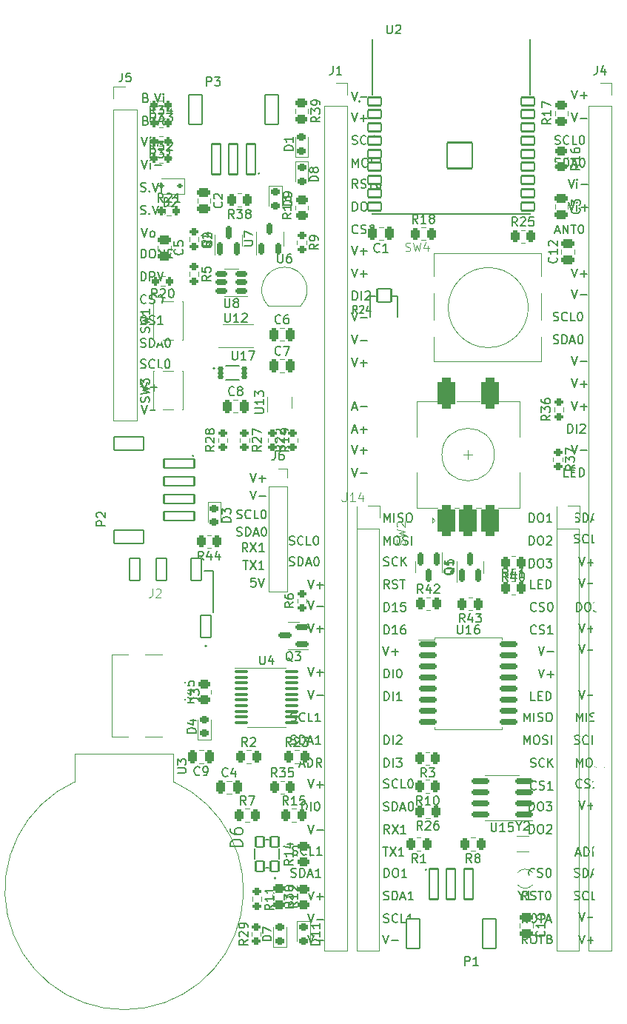
<source format=gto>
G04 #@! TF.GenerationSoftware,KiCad,Pcbnew,7.0.7*
G04 #@! TF.CreationDate,2024-01-09T19:06:28-05:00*
G04 #@! TF.ProjectId,sensor_node,73656e73-6f72-45f6-9e6f-64652e6b6963,rev?*
G04 #@! TF.SameCoordinates,Original*
G04 #@! TF.FileFunction,Legend,Top*
G04 #@! TF.FilePolarity,Positive*
%FSLAX46Y46*%
G04 Gerber Fmt 4.6, Leading zero omitted, Abs format (unit mm)*
G04 Created by KiCad (PCBNEW 7.0.7) date 2024-01-09 19:06:28*
%MOMM*%
%LPD*%
G01*
G04 APERTURE LIST*
G04 Aperture macros list*
%AMRoundRect*
0 Rectangle with rounded corners*
0 $1 Rounding radius*
0 $2 $3 $4 $5 $6 $7 $8 $9 X,Y pos of 4 corners*
0 Add a 4 corners polygon primitive as box body*
4,1,4,$2,$3,$4,$5,$6,$7,$8,$9,$2,$3,0*
0 Add four circle primitives for the rounded corners*
1,1,$1+$1,$2,$3*
1,1,$1+$1,$4,$5*
1,1,$1+$1,$6,$7*
1,1,$1+$1,$8,$9*
0 Add four rect primitives between the rounded corners*
20,1,$1+$1,$2,$3,$4,$5,0*
20,1,$1+$1,$4,$5,$6,$7,0*
20,1,$1+$1,$6,$7,$8,$9,0*
20,1,$1+$1,$8,$9,$2,$3,0*%
%AMFreePoly0*
4,1,6,0.500000,-0.850000,-0.500000,-0.850000,-0.500000,0.550000,-0.200000,0.850000,0.500000,0.850000,0.500000,-0.850000,0.500000,-0.850000,$1*%
G04 Aperture macros list end*
%ADD10C,0.150000*%
%ADD11C,0.100000*%
%ADD12C,0.120000*%
%ADD13C,0.127000*%
%ADD14C,0.200000*%
%ADD15C,0.152400*%
%ADD16R,1.350000X1.350000*%
%ADD17O,1.350000X1.350000*%
%ADD18RoundRect,0.102000X-0.750000X-0.450000X0.750000X-0.450000X0.750000X0.450000X-0.750000X0.450000X0*%
%ADD19RoundRect,0.102000X-1.445000X-1.475000X1.445000X-1.475000X1.445000X1.475000X-1.445000X1.475000X0*%
%ADD20R,1.000000X1.800000*%
%ADD21C,1.000000*%
%ADD22RoundRect,0.102000X-0.275000X-0.125000X0.275000X-0.125000X0.275000X0.125000X-0.275000X0.125000X0*%
%ADD23RoundRect,0.150000X-0.875000X-0.150000X0.875000X-0.150000X0.875000X0.150000X-0.875000X0.150000X0*%
%ADD24RoundRect,0.150000X0.825000X0.150000X-0.825000X0.150000X-0.825000X-0.150000X0.825000X-0.150000X0*%
%ADD25FreePoly0,90.000000*%
%ADD26R,0.250000X0.550000*%
%ADD27R,0.720000X0.600000*%
%ADD28RoundRect,0.250000X0.475000X-0.250000X0.475000X0.250000X-0.475000X0.250000X-0.475000X-0.250000X0*%
%ADD29C,0.650000*%
%ADD30R,1.450000X0.600000*%
%ADD31R,1.450000X0.300000*%
%ADD32O,1.600000X1.000000*%
%ADD33O,2.100000X1.000000*%
%ADD34RoundRect,0.250000X-0.475000X0.250000X-0.475000X-0.250000X0.475000X-0.250000X0.475000X0.250000X0*%
%ADD35RoundRect,0.250000X-0.262500X-0.450000X0.262500X-0.450000X0.262500X0.450000X-0.262500X0.450000X0*%
%ADD36O,1.050000X1.500000*%
%ADD37R,1.050000X1.500000*%
%ADD38RoundRect,0.250000X0.250000X0.475000X-0.250000X0.475000X-0.250000X-0.475000X0.250000X-0.475000X0*%
%ADD39RoundRect,0.250000X-0.250000X-0.475000X0.250000X-0.475000X0.250000X0.475000X-0.250000X0.475000X0*%
%ADD40RoundRect,0.200000X-0.275000X0.200000X-0.275000X-0.200000X0.275000X-0.200000X0.275000X0.200000X0*%
%ADD41RoundRect,0.200000X0.275000X-0.200000X0.275000X0.200000X-0.275000X0.200000X-0.275000X-0.200000X0*%
%ADD42RoundRect,0.250000X0.262500X0.450000X-0.262500X0.450000X-0.262500X-0.450000X0.262500X-0.450000X0*%
%ADD43RoundRect,0.250000X-0.450000X0.262500X-0.450000X-0.262500X0.450000X-0.262500X0.450000X0.262500X0*%
%ADD44RoundRect,0.250000X0.450000X-0.262500X0.450000X0.262500X-0.450000X0.262500X-0.450000X-0.262500X0*%
%ADD45RoundRect,0.218750X0.256250X-0.218750X0.256250X0.218750X-0.256250X0.218750X-0.256250X-0.218750X0*%
%ADD46RoundRect,0.218750X-0.256250X0.218750X-0.256250X-0.218750X0.256250X-0.218750X0.256250X0.218750X0*%
%ADD47R,1.700000X1.700000*%
%ADD48O,1.700000X1.700000*%
%ADD49O,3.048000X1.850000*%
%ADD50RoundRect,0.500000X0.500000X-1.250000X0.500000X1.250000X-0.500000X1.250000X-0.500000X-1.250000X0*%
%ADD51R,2.000000X3.200000*%
%ADD52RoundRect,0.150000X-0.150000X0.587500X-0.150000X-0.587500X0.150000X-0.587500X0.150000X0.587500X0*%
%ADD53RoundRect,0.150000X0.150000X-0.587500X0.150000X0.587500X-0.150000X0.587500X-0.150000X-0.587500X0*%
%ADD54RoundRect,0.200000X-0.200000X-0.275000X0.200000X-0.275000X0.200000X0.275000X-0.200000X0.275000X0*%
%ADD55RoundRect,0.102000X-0.600000X-1.250000X0.600000X-1.250000X0.600000X1.250000X-0.600000X1.250000X0*%
%ADD56R,2.100000X2.100000*%
%ADD57C,2.100000*%
%ADD58RoundRect,0.102000X-0.800000X-0.750000X0.800000X-0.750000X0.800000X0.750000X-0.800000X0.750000X0*%
%ADD59RoundRect,0.102000X0.450000X-0.600000X0.450000X0.600000X-0.450000X0.600000X-0.450000X-0.600000X0*%
%ADD60RoundRect,0.112500X0.187500X0.112500X-0.187500X0.112500X-0.187500X-0.112500X0.187500X-0.112500X0*%
%ADD61RoundRect,0.102000X-0.500000X-1.750000X0.500000X-1.750000X0.500000X1.750000X-0.500000X1.750000X0*%
%ADD62RoundRect,0.102000X-0.750000X-1.700000X0.750000X-1.700000X0.750000X1.700000X-0.750000X1.700000X0*%
%ADD63R,0.650000X1.050000*%
%ADD64RoundRect,0.200000X0.200000X0.275000X-0.200000X0.275000X-0.200000X-0.275000X0.200000X-0.275000X0*%
%ADD65RoundRect,0.100000X-0.637500X-0.100000X0.637500X-0.100000X0.637500X0.100000X-0.637500X0.100000X0*%
%ADD66RoundRect,0.150000X0.512500X0.150000X-0.512500X0.150000X-0.512500X-0.150000X0.512500X-0.150000X0*%
%ADD67RoundRect,0.150000X0.150000X-0.512500X0.150000X0.512500X-0.150000X0.512500X-0.150000X-0.512500X0*%
%ADD68RoundRect,0.150000X0.587500X0.150000X-0.587500X0.150000X-0.587500X-0.150000X0.587500X-0.150000X0*%
%ADD69RoundRect,0.102000X0.500000X1.750000X-0.500000X1.750000X-0.500000X-1.750000X0.500000X-1.750000X0*%
%ADD70RoundRect,0.102000X0.750000X1.700000X-0.750000X1.700000X-0.750000X-1.700000X0.750000X-1.700000X0*%
%ADD71RoundRect,0.102000X1.750000X-0.500000X1.750000X0.500000X-1.750000X0.500000X-1.750000X-0.500000X0*%
%ADD72RoundRect,0.102000X1.700000X-0.750000X1.700000X0.750000X-1.700000X0.750000X-1.700000X-0.750000X0*%
G04 APERTURE END LIST*
D10*
X161812969Y-98869819D02*
X161336779Y-98869819D01*
X161336779Y-98869819D02*
X161289160Y-99346009D01*
X161289160Y-99346009D02*
X161336779Y-99298390D01*
X161336779Y-99298390D02*
X161432017Y-99250771D01*
X161432017Y-99250771D02*
X161670112Y-99250771D01*
X161670112Y-99250771D02*
X161765350Y-99298390D01*
X161765350Y-99298390D02*
X161812969Y-99346009D01*
X161812969Y-99346009D02*
X161860588Y-99441247D01*
X161860588Y-99441247D02*
X161860588Y-99679342D01*
X161860588Y-99679342D02*
X161812969Y-99774580D01*
X161812969Y-99774580D02*
X161765350Y-99822200D01*
X161765350Y-99822200D02*
X161670112Y-99869819D01*
X161670112Y-99869819D02*
X161432017Y-99869819D01*
X161432017Y-99869819D02*
X161336779Y-99822200D01*
X161336779Y-99822200D02*
X161289160Y-99774580D01*
X162146303Y-98869819D02*
X162479636Y-99869819D01*
X162479636Y-99869819D02*
X162812969Y-98869819D01*
X160393922Y-96869819D02*
X160965350Y-96869819D01*
X160679636Y-97869819D02*
X160679636Y-96869819D01*
X161203446Y-96869819D02*
X161870112Y-97869819D01*
X161870112Y-96869819D02*
X161203446Y-97869819D01*
X162774874Y-97869819D02*
X162203446Y-97869819D01*
X162489160Y-97869819D02*
X162489160Y-96869819D01*
X162489160Y-96869819D02*
X162393922Y-97012676D01*
X162393922Y-97012676D02*
X162298684Y-97107914D01*
X162298684Y-97107914D02*
X162203446Y-97155533D01*
X160908207Y-95869819D02*
X160574874Y-95393628D01*
X160336779Y-95869819D02*
X160336779Y-94869819D01*
X160336779Y-94869819D02*
X160717731Y-94869819D01*
X160717731Y-94869819D02*
X160812969Y-94917438D01*
X160812969Y-94917438D02*
X160860588Y-94965057D01*
X160860588Y-94965057D02*
X160908207Y-95060295D01*
X160908207Y-95060295D02*
X160908207Y-95203152D01*
X160908207Y-95203152D02*
X160860588Y-95298390D01*
X160860588Y-95298390D02*
X160812969Y-95346009D01*
X160812969Y-95346009D02*
X160717731Y-95393628D01*
X160717731Y-95393628D02*
X160336779Y-95393628D01*
X161241541Y-94869819D02*
X161908207Y-95869819D01*
X161908207Y-94869819D02*
X161241541Y-95869819D01*
X162812969Y-95869819D02*
X162241541Y-95869819D01*
X162527255Y-95869819D02*
X162527255Y-94869819D01*
X162527255Y-94869819D02*
X162432017Y-95012676D01*
X162432017Y-95012676D02*
X162336779Y-95107914D01*
X162336779Y-95107914D02*
X162241541Y-95155533D01*
X159689160Y-94022200D02*
X159832017Y-94069819D01*
X159832017Y-94069819D02*
X160070112Y-94069819D01*
X160070112Y-94069819D02*
X160165350Y-94022200D01*
X160165350Y-94022200D02*
X160212969Y-93974580D01*
X160212969Y-93974580D02*
X160260588Y-93879342D01*
X160260588Y-93879342D02*
X160260588Y-93784104D01*
X160260588Y-93784104D02*
X160212969Y-93688866D01*
X160212969Y-93688866D02*
X160165350Y-93641247D01*
X160165350Y-93641247D02*
X160070112Y-93593628D01*
X160070112Y-93593628D02*
X159879636Y-93546009D01*
X159879636Y-93546009D02*
X159784398Y-93498390D01*
X159784398Y-93498390D02*
X159736779Y-93450771D01*
X159736779Y-93450771D02*
X159689160Y-93355533D01*
X159689160Y-93355533D02*
X159689160Y-93260295D01*
X159689160Y-93260295D02*
X159736779Y-93165057D01*
X159736779Y-93165057D02*
X159784398Y-93117438D01*
X159784398Y-93117438D02*
X159879636Y-93069819D01*
X159879636Y-93069819D02*
X160117731Y-93069819D01*
X160117731Y-93069819D02*
X160260588Y-93117438D01*
X160689160Y-94069819D02*
X160689160Y-93069819D01*
X160689160Y-93069819D02*
X160927255Y-93069819D01*
X160927255Y-93069819D02*
X161070112Y-93117438D01*
X161070112Y-93117438D02*
X161165350Y-93212676D01*
X161165350Y-93212676D02*
X161212969Y-93307914D01*
X161212969Y-93307914D02*
X161260588Y-93498390D01*
X161260588Y-93498390D02*
X161260588Y-93641247D01*
X161260588Y-93641247D02*
X161212969Y-93831723D01*
X161212969Y-93831723D02*
X161165350Y-93926961D01*
X161165350Y-93926961D02*
X161070112Y-94022200D01*
X161070112Y-94022200D02*
X160927255Y-94069819D01*
X160927255Y-94069819D02*
X160689160Y-94069819D01*
X161641541Y-93784104D02*
X162117731Y-93784104D01*
X161546303Y-94069819D02*
X161879636Y-93069819D01*
X161879636Y-93069819D02*
X162212969Y-94069819D01*
X162736779Y-93069819D02*
X162832017Y-93069819D01*
X162832017Y-93069819D02*
X162927255Y-93117438D01*
X162927255Y-93117438D02*
X162974874Y-93165057D01*
X162974874Y-93165057D02*
X163022493Y-93260295D01*
X163022493Y-93260295D02*
X163070112Y-93450771D01*
X163070112Y-93450771D02*
X163070112Y-93688866D01*
X163070112Y-93688866D02*
X163022493Y-93879342D01*
X163022493Y-93879342D02*
X162974874Y-93974580D01*
X162974874Y-93974580D02*
X162927255Y-94022200D01*
X162927255Y-94022200D02*
X162832017Y-94069819D01*
X162832017Y-94069819D02*
X162736779Y-94069819D01*
X162736779Y-94069819D02*
X162641541Y-94022200D01*
X162641541Y-94022200D02*
X162593922Y-93974580D01*
X162593922Y-93974580D02*
X162546303Y-93879342D01*
X162546303Y-93879342D02*
X162498684Y-93688866D01*
X162498684Y-93688866D02*
X162498684Y-93450771D01*
X162498684Y-93450771D02*
X162546303Y-93260295D01*
X162546303Y-93260295D02*
X162593922Y-93165057D01*
X162593922Y-93165057D02*
X162641541Y-93117438D01*
X162641541Y-93117438D02*
X162736779Y-93069819D01*
X159689160Y-92022200D02*
X159832017Y-92069819D01*
X159832017Y-92069819D02*
X160070112Y-92069819D01*
X160070112Y-92069819D02*
X160165350Y-92022200D01*
X160165350Y-92022200D02*
X160212969Y-91974580D01*
X160212969Y-91974580D02*
X160260588Y-91879342D01*
X160260588Y-91879342D02*
X160260588Y-91784104D01*
X160260588Y-91784104D02*
X160212969Y-91688866D01*
X160212969Y-91688866D02*
X160165350Y-91641247D01*
X160165350Y-91641247D02*
X160070112Y-91593628D01*
X160070112Y-91593628D02*
X159879636Y-91546009D01*
X159879636Y-91546009D02*
X159784398Y-91498390D01*
X159784398Y-91498390D02*
X159736779Y-91450771D01*
X159736779Y-91450771D02*
X159689160Y-91355533D01*
X159689160Y-91355533D02*
X159689160Y-91260295D01*
X159689160Y-91260295D02*
X159736779Y-91165057D01*
X159736779Y-91165057D02*
X159784398Y-91117438D01*
X159784398Y-91117438D02*
X159879636Y-91069819D01*
X159879636Y-91069819D02*
X160117731Y-91069819D01*
X160117731Y-91069819D02*
X160260588Y-91117438D01*
X161260588Y-91974580D02*
X161212969Y-92022200D01*
X161212969Y-92022200D02*
X161070112Y-92069819D01*
X161070112Y-92069819D02*
X160974874Y-92069819D01*
X160974874Y-92069819D02*
X160832017Y-92022200D01*
X160832017Y-92022200D02*
X160736779Y-91926961D01*
X160736779Y-91926961D02*
X160689160Y-91831723D01*
X160689160Y-91831723D02*
X160641541Y-91641247D01*
X160641541Y-91641247D02*
X160641541Y-91498390D01*
X160641541Y-91498390D02*
X160689160Y-91307914D01*
X160689160Y-91307914D02*
X160736779Y-91212676D01*
X160736779Y-91212676D02*
X160832017Y-91117438D01*
X160832017Y-91117438D02*
X160974874Y-91069819D01*
X160974874Y-91069819D02*
X161070112Y-91069819D01*
X161070112Y-91069819D02*
X161212969Y-91117438D01*
X161212969Y-91117438D02*
X161260588Y-91165057D01*
X162165350Y-92069819D02*
X161689160Y-92069819D01*
X161689160Y-92069819D02*
X161689160Y-91069819D01*
X162689160Y-91069819D02*
X162784398Y-91069819D01*
X162784398Y-91069819D02*
X162879636Y-91117438D01*
X162879636Y-91117438D02*
X162927255Y-91165057D01*
X162927255Y-91165057D02*
X162974874Y-91260295D01*
X162974874Y-91260295D02*
X163022493Y-91450771D01*
X163022493Y-91450771D02*
X163022493Y-91688866D01*
X163022493Y-91688866D02*
X162974874Y-91879342D01*
X162974874Y-91879342D02*
X162927255Y-91974580D01*
X162927255Y-91974580D02*
X162879636Y-92022200D01*
X162879636Y-92022200D02*
X162784398Y-92069819D01*
X162784398Y-92069819D02*
X162689160Y-92069819D01*
X162689160Y-92069819D02*
X162593922Y-92022200D01*
X162593922Y-92022200D02*
X162546303Y-91974580D01*
X162546303Y-91974580D02*
X162498684Y-91879342D01*
X162498684Y-91879342D02*
X162451065Y-91688866D01*
X162451065Y-91688866D02*
X162451065Y-91450771D01*
X162451065Y-91450771D02*
X162498684Y-91260295D01*
X162498684Y-91260295D02*
X162546303Y-91165057D01*
X162546303Y-91165057D02*
X162593922Y-91117438D01*
X162593922Y-91117438D02*
X162689160Y-91069819D01*
X161193922Y-88869819D02*
X161527255Y-89869819D01*
X161527255Y-89869819D02*
X161860588Y-88869819D01*
X162193922Y-89488866D02*
X162955827Y-89488866D01*
X161193922Y-86869819D02*
X161527255Y-87869819D01*
X161527255Y-87869819D02*
X161860588Y-86869819D01*
X162193922Y-87488866D02*
X162955827Y-87488866D01*
X162574874Y-87869819D02*
X162574874Y-87107914D01*
X149270112Y-43946009D02*
X149412969Y-43993628D01*
X149412969Y-43993628D02*
X149460588Y-44041247D01*
X149460588Y-44041247D02*
X149508207Y-44136485D01*
X149508207Y-44136485D02*
X149508207Y-44279342D01*
X149508207Y-44279342D02*
X149460588Y-44374580D01*
X149460588Y-44374580D02*
X149412969Y-44422200D01*
X149412969Y-44422200D02*
X149317731Y-44469819D01*
X149317731Y-44469819D02*
X148936779Y-44469819D01*
X148936779Y-44469819D02*
X148936779Y-43469819D01*
X148936779Y-43469819D02*
X149270112Y-43469819D01*
X149270112Y-43469819D02*
X149365350Y-43517438D01*
X149365350Y-43517438D02*
X149412969Y-43565057D01*
X149412969Y-43565057D02*
X149460588Y-43660295D01*
X149460588Y-43660295D02*
X149460588Y-43755533D01*
X149460588Y-43755533D02*
X149412969Y-43850771D01*
X149412969Y-43850771D02*
X149365350Y-43898390D01*
X149365350Y-43898390D02*
X149270112Y-43946009D01*
X149270112Y-43946009D02*
X148936779Y-43946009D01*
X149936779Y-44374580D02*
X149984398Y-44422200D01*
X149984398Y-44422200D02*
X149936779Y-44469819D01*
X149936779Y-44469819D02*
X149889160Y-44422200D01*
X149889160Y-44422200D02*
X149936779Y-44374580D01*
X149936779Y-44374580D02*
X149936779Y-44469819D01*
X150270112Y-43469819D02*
X150603445Y-44469819D01*
X150603445Y-44469819D02*
X150936778Y-43469819D01*
X151270112Y-44469819D02*
X151270112Y-43803152D01*
X151270112Y-43469819D02*
X151222493Y-43517438D01*
X151222493Y-43517438D02*
X151270112Y-43565057D01*
X151270112Y-43565057D02*
X151317731Y-43517438D01*
X151317731Y-43517438D02*
X151270112Y-43469819D01*
X151270112Y-43469819D02*
X151270112Y-43565057D01*
X149270112Y-46546009D02*
X149412969Y-46593628D01*
X149412969Y-46593628D02*
X149460588Y-46641247D01*
X149460588Y-46641247D02*
X149508207Y-46736485D01*
X149508207Y-46736485D02*
X149508207Y-46879342D01*
X149508207Y-46879342D02*
X149460588Y-46974580D01*
X149460588Y-46974580D02*
X149412969Y-47022200D01*
X149412969Y-47022200D02*
X149317731Y-47069819D01*
X149317731Y-47069819D02*
X148936779Y-47069819D01*
X148936779Y-47069819D02*
X148936779Y-46069819D01*
X148936779Y-46069819D02*
X149270112Y-46069819D01*
X149270112Y-46069819D02*
X149365350Y-46117438D01*
X149365350Y-46117438D02*
X149412969Y-46165057D01*
X149412969Y-46165057D02*
X149460588Y-46260295D01*
X149460588Y-46260295D02*
X149460588Y-46355533D01*
X149460588Y-46355533D02*
X149412969Y-46450771D01*
X149412969Y-46450771D02*
X149365350Y-46498390D01*
X149365350Y-46498390D02*
X149270112Y-46546009D01*
X149270112Y-46546009D02*
X148936779Y-46546009D01*
X149936779Y-46974580D02*
X149984398Y-47022200D01*
X149984398Y-47022200D02*
X149936779Y-47069819D01*
X149936779Y-47069819D02*
X149889160Y-47022200D01*
X149889160Y-47022200D02*
X149936779Y-46974580D01*
X149936779Y-46974580D02*
X149936779Y-47069819D01*
X150270112Y-46069819D02*
X150603445Y-47069819D01*
X150603445Y-47069819D02*
X150936778Y-46069819D01*
X151412969Y-47069819D02*
X151317731Y-47022200D01*
X151317731Y-47022200D02*
X151270112Y-46974580D01*
X151270112Y-46974580D02*
X151222493Y-46879342D01*
X151222493Y-46879342D02*
X151222493Y-46593628D01*
X151222493Y-46593628D02*
X151270112Y-46498390D01*
X151270112Y-46498390D02*
X151317731Y-46450771D01*
X151317731Y-46450771D02*
X151412969Y-46403152D01*
X151412969Y-46403152D02*
X151555826Y-46403152D01*
X151555826Y-46403152D02*
X151651064Y-46450771D01*
X151651064Y-46450771D02*
X151698683Y-46498390D01*
X151698683Y-46498390D02*
X151746302Y-46593628D01*
X151746302Y-46593628D02*
X151746302Y-46879342D01*
X151746302Y-46879342D02*
X151698683Y-46974580D01*
X151698683Y-46974580D02*
X151651064Y-47022200D01*
X151651064Y-47022200D02*
X151555826Y-47069819D01*
X151555826Y-47069819D02*
X151412969Y-47069819D01*
X148793922Y-48469819D02*
X149127255Y-49469819D01*
X149127255Y-49469819D02*
X149460588Y-48469819D01*
X149793922Y-49469819D02*
X149793922Y-48803152D01*
X149793922Y-48469819D02*
X149746303Y-48517438D01*
X149746303Y-48517438D02*
X149793922Y-48565057D01*
X149793922Y-48565057D02*
X149841541Y-48517438D01*
X149841541Y-48517438D02*
X149793922Y-48469819D01*
X149793922Y-48469819D02*
X149793922Y-48565057D01*
X150270112Y-49088866D02*
X151032017Y-49088866D01*
X150651064Y-49469819D02*
X150651064Y-48707914D01*
X148793922Y-51069819D02*
X149127255Y-52069819D01*
X149127255Y-52069819D02*
X149460588Y-51069819D01*
X149793922Y-52069819D02*
X149793922Y-51403152D01*
X149793922Y-51069819D02*
X149746303Y-51117438D01*
X149746303Y-51117438D02*
X149793922Y-51165057D01*
X149793922Y-51165057D02*
X149841541Y-51117438D01*
X149841541Y-51117438D02*
X149793922Y-51069819D01*
X149793922Y-51069819D02*
X149793922Y-51165057D01*
X150270112Y-51688866D02*
X151032017Y-51688866D01*
X148689160Y-54622200D02*
X148832017Y-54669819D01*
X148832017Y-54669819D02*
X149070112Y-54669819D01*
X149070112Y-54669819D02*
X149165350Y-54622200D01*
X149165350Y-54622200D02*
X149212969Y-54574580D01*
X149212969Y-54574580D02*
X149260588Y-54479342D01*
X149260588Y-54479342D02*
X149260588Y-54384104D01*
X149260588Y-54384104D02*
X149212969Y-54288866D01*
X149212969Y-54288866D02*
X149165350Y-54241247D01*
X149165350Y-54241247D02*
X149070112Y-54193628D01*
X149070112Y-54193628D02*
X148879636Y-54146009D01*
X148879636Y-54146009D02*
X148784398Y-54098390D01*
X148784398Y-54098390D02*
X148736779Y-54050771D01*
X148736779Y-54050771D02*
X148689160Y-53955533D01*
X148689160Y-53955533D02*
X148689160Y-53860295D01*
X148689160Y-53860295D02*
X148736779Y-53765057D01*
X148736779Y-53765057D02*
X148784398Y-53717438D01*
X148784398Y-53717438D02*
X148879636Y-53669819D01*
X148879636Y-53669819D02*
X149117731Y-53669819D01*
X149117731Y-53669819D02*
X149260588Y-53717438D01*
X149689160Y-54574580D02*
X149736779Y-54622200D01*
X149736779Y-54622200D02*
X149689160Y-54669819D01*
X149689160Y-54669819D02*
X149641541Y-54622200D01*
X149641541Y-54622200D02*
X149689160Y-54574580D01*
X149689160Y-54574580D02*
X149689160Y-54669819D01*
X150022493Y-53669819D02*
X150355826Y-54669819D01*
X150355826Y-54669819D02*
X150689159Y-53669819D01*
X151022493Y-54669819D02*
X151022493Y-54003152D01*
X151022493Y-53669819D02*
X150974874Y-53717438D01*
X150974874Y-53717438D02*
X151022493Y-53765057D01*
X151022493Y-53765057D02*
X151070112Y-53717438D01*
X151070112Y-53717438D02*
X151022493Y-53669819D01*
X151022493Y-53669819D02*
X151022493Y-53765057D01*
X148689160Y-57222200D02*
X148832017Y-57269819D01*
X148832017Y-57269819D02*
X149070112Y-57269819D01*
X149070112Y-57269819D02*
X149165350Y-57222200D01*
X149165350Y-57222200D02*
X149212969Y-57174580D01*
X149212969Y-57174580D02*
X149260588Y-57079342D01*
X149260588Y-57079342D02*
X149260588Y-56984104D01*
X149260588Y-56984104D02*
X149212969Y-56888866D01*
X149212969Y-56888866D02*
X149165350Y-56841247D01*
X149165350Y-56841247D02*
X149070112Y-56793628D01*
X149070112Y-56793628D02*
X148879636Y-56746009D01*
X148879636Y-56746009D02*
X148784398Y-56698390D01*
X148784398Y-56698390D02*
X148736779Y-56650771D01*
X148736779Y-56650771D02*
X148689160Y-56555533D01*
X148689160Y-56555533D02*
X148689160Y-56460295D01*
X148689160Y-56460295D02*
X148736779Y-56365057D01*
X148736779Y-56365057D02*
X148784398Y-56317438D01*
X148784398Y-56317438D02*
X148879636Y-56269819D01*
X148879636Y-56269819D02*
X149117731Y-56269819D01*
X149117731Y-56269819D02*
X149260588Y-56317438D01*
X149689160Y-57174580D02*
X149736779Y-57222200D01*
X149736779Y-57222200D02*
X149689160Y-57269819D01*
X149689160Y-57269819D02*
X149641541Y-57222200D01*
X149641541Y-57222200D02*
X149689160Y-57174580D01*
X149689160Y-57174580D02*
X149689160Y-57269819D01*
X150022493Y-56269819D02*
X150355826Y-57269819D01*
X150355826Y-57269819D02*
X150689159Y-56269819D01*
X151165350Y-57269819D02*
X151070112Y-57222200D01*
X151070112Y-57222200D02*
X151022493Y-57174580D01*
X151022493Y-57174580D02*
X150974874Y-57079342D01*
X150974874Y-57079342D02*
X150974874Y-56793628D01*
X150974874Y-56793628D02*
X151022493Y-56698390D01*
X151022493Y-56698390D02*
X151070112Y-56650771D01*
X151070112Y-56650771D02*
X151165350Y-56603152D01*
X151165350Y-56603152D02*
X151308207Y-56603152D01*
X151308207Y-56603152D02*
X151403445Y-56650771D01*
X151403445Y-56650771D02*
X151451064Y-56698390D01*
X151451064Y-56698390D02*
X151498683Y-56793628D01*
X151498683Y-56793628D02*
X151498683Y-57079342D01*
X151498683Y-57079342D02*
X151451064Y-57174580D01*
X151451064Y-57174580D02*
X151403445Y-57222200D01*
X151403445Y-57222200D02*
X151308207Y-57269819D01*
X151308207Y-57269819D02*
X151165350Y-57269819D01*
X148793922Y-58869819D02*
X149127255Y-59869819D01*
X149127255Y-59869819D02*
X149460588Y-58869819D01*
X149936779Y-59869819D02*
X149841541Y-59822200D01*
X149841541Y-59822200D02*
X149793922Y-59774580D01*
X149793922Y-59774580D02*
X149746303Y-59679342D01*
X149746303Y-59679342D02*
X149746303Y-59393628D01*
X149746303Y-59393628D02*
X149793922Y-59298390D01*
X149793922Y-59298390D02*
X149841541Y-59250771D01*
X149841541Y-59250771D02*
X149936779Y-59203152D01*
X149936779Y-59203152D02*
X150079636Y-59203152D01*
X150079636Y-59203152D02*
X150174874Y-59250771D01*
X150174874Y-59250771D02*
X150222493Y-59298390D01*
X150222493Y-59298390D02*
X150270112Y-59393628D01*
X150270112Y-59393628D02*
X150270112Y-59679342D01*
X150270112Y-59679342D02*
X150222493Y-59774580D01*
X150222493Y-59774580D02*
X150174874Y-59822200D01*
X150174874Y-59822200D02*
X150079636Y-59869819D01*
X150079636Y-59869819D02*
X149936779Y-59869819D01*
X148736779Y-62269819D02*
X148736779Y-61269819D01*
X148736779Y-61269819D02*
X148974874Y-61269819D01*
X148974874Y-61269819D02*
X149117731Y-61317438D01*
X149117731Y-61317438D02*
X149212969Y-61412676D01*
X149212969Y-61412676D02*
X149260588Y-61507914D01*
X149260588Y-61507914D02*
X149308207Y-61698390D01*
X149308207Y-61698390D02*
X149308207Y-61841247D01*
X149308207Y-61841247D02*
X149260588Y-62031723D01*
X149260588Y-62031723D02*
X149212969Y-62126961D01*
X149212969Y-62126961D02*
X149117731Y-62222200D01*
X149117731Y-62222200D02*
X148974874Y-62269819D01*
X148974874Y-62269819D02*
X148736779Y-62269819D01*
X149927255Y-61269819D02*
X150117731Y-61269819D01*
X150117731Y-61269819D02*
X150212969Y-61317438D01*
X150212969Y-61317438D02*
X150308207Y-61412676D01*
X150308207Y-61412676D02*
X150355826Y-61603152D01*
X150355826Y-61603152D02*
X150355826Y-61936485D01*
X150355826Y-61936485D02*
X150308207Y-62126961D01*
X150308207Y-62126961D02*
X150212969Y-62222200D01*
X150212969Y-62222200D02*
X150117731Y-62269819D01*
X150117731Y-62269819D02*
X149927255Y-62269819D01*
X149927255Y-62269819D02*
X149832017Y-62222200D01*
X149832017Y-62222200D02*
X149736779Y-62126961D01*
X149736779Y-62126961D02*
X149689160Y-61936485D01*
X149689160Y-61936485D02*
X149689160Y-61603152D01*
X149689160Y-61603152D02*
X149736779Y-61412676D01*
X149736779Y-61412676D02*
X149832017Y-61317438D01*
X149832017Y-61317438D02*
X149927255Y-61269819D01*
X150784398Y-62269819D02*
X150784398Y-61269819D01*
X150784398Y-61269819D02*
X151355826Y-62269819D01*
X151355826Y-62269819D02*
X151355826Y-61269819D01*
X151832017Y-61746009D02*
X152165350Y-61746009D01*
X152308207Y-62269819D02*
X151832017Y-62269819D01*
X151832017Y-62269819D02*
X151832017Y-61269819D01*
X151832017Y-61269819D02*
X152308207Y-61269819D01*
X148736779Y-64869819D02*
X148736779Y-63869819D01*
X148736779Y-63869819D02*
X148974874Y-63869819D01*
X148974874Y-63869819D02*
X149117731Y-63917438D01*
X149117731Y-63917438D02*
X149212969Y-64012676D01*
X149212969Y-64012676D02*
X149260588Y-64107914D01*
X149260588Y-64107914D02*
X149308207Y-64298390D01*
X149308207Y-64298390D02*
X149308207Y-64441247D01*
X149308207Y-64441247D02*
X149260588Y-64631723D01*
X149260588Y-64631723D02*
X149212969Y-64726961D01*
X149212969Y-64726961D02*
X149117731Y-64822200D01*
X149117731Y-64822200D02*
X148974874Y-64869819D01*
X148974874Y-64869819D02*
X148736779Y-64869819D01*
X150308207Y-64869819D02*
X149974874Y-64393628D01*
X149736779Y-64869819D02*
X149736779Y-63869819D01*
X149736779Y-63869819D02*
X150117731Y-63869819D01*
X150117731Y-63869819D02*
X150212969Y-63917438D01*
X150212969Y-63917438D02*
X150260588Y-63965057D01*
X150260588Y-63965057D02*
X150308207Y-64060295D01*
X150308207Y-64060295D02*
X150308207Y-64203152D01*
X150308207Y-64203152D02*
X150260588Y-64298390D01*
X150260588Y-64298390D02*
X150212969Y-64346009D01*
X150212969Y-64346009D02*
X150117731Y-64393628D01*
X150117731Y-64393628D02*
X149736779Y-64393628D01*
X150593922Y-63869819D02*
X150927255Y-64869819D01*
X150927255Y-64869819D02*
X151260588Y-63869819D01*
X149308207Y-67374580D02*
X149260588Y-67422200D01*
X149260588Y-67422200D02*
X149117731Y-67469819D01*
X149117731Y-67469819D02*
X149022493Y-67469819D01*
X149022493Y-67469819D02*
X148879636Y-67422200D01*
X148879636Y-67422200D02*
X148784398Y-67326961D01*
X148784398Y-67326961D02*
X148736779Y-67231723D01*
X148736779Y-67231723D02*
X148689160Y-67041247D01*
X148689160Y-67041247D02*
X148689160Y-66898390D01*
X148689160Y-66898390D02*
X148736779Y-66707914D01*
X148736779Y-66707914D02*
X148784398Y-66612676D01*
X148784398Y-66612676D02*
X148879636Y-66517438D01*
X148879636Y-66517438D02*
X149022493Y-66469819D01*
X149022493Y-66469819D02*
X149117731Y-66469819D01*
X149117731Y-66469819D02*
X149260588Y-66517438D01*
X149260588Y-66517438D02*
X149308207Y-66565057D01*
X149689160Y-67422200D02*
X149832017Y-67469819D01*
X149832017Y-67469819D02*
X150070112Y-67469819D01*
X150070112Y-67469819D02*
X150165350Y-67422200D01*
X150165350Y-67422200D02*
X150212969Y-67374580D01*
X150212969Y-67374580D02*
X150260588Y-67279342D01*
X150260588Y-67279342D02*
X150260588Y-67184104D01*
X150260588Y-67184104D02*
X150212969Y-67088866D01*
X150212969Y-67088866D02*
X150165350Y-67041247D01*
X150165350Y-67041247D02*
X150070112Y-66993628D01*
X150070112Y-66993628D02*
X149879636Y-66946009D01*
X149879636Y-66946009D02*
X149784398Y-66898390D01*
X149784398Y-66898390D02*
X149736779Y-66850771D01*
X149736779Y-66850771D02*
X149689160Y-66755533D01*
X149689160Y-66755533D02*
X149689160Y-66660295D01*
X149689160Y-66660295D02*
X149736779Y-66565057D01*
X149736779Y-66565057D02*
X149784398Y-66517438D01*
X149784398Y-66517438D02*
X149879636Y-66469819D01*
X149879636Y-66469819D02*
X150117731Y-66469819D01*
X150117731Y-66469819D02*
X150260588Y-66517438D01*
X150879636Y-66469819D02*
X150974874Y-66469819D01*
X150974874Y-66469819D02*
X151070112Y-66517438D01*
X151070112Y-66517438D02*
X151117731Y-66565057D01*
X151117731Y-66565057D02*
X151165350Y-66660295D01*
X151165350Y-66660295D02*
X151212969Y-66850771D01*
X151212969Y-66850771D02*
X151212969Y-67088866D01*
X151212969Y-67088866D02*
X151165350Y-67279342D01*
X151165350Y-67279342D02*
X151117731Y-67374580D01*
X151117731Y-67374580D02*
X151070112Y-67422200D01*
X151070112Y-67422200D02*
X150974874Y-67469819D01*
X150974874Y-67469819D02*
X150879636Y-67469819D01*
X150879636Y-67469819D02*
X150784398Y-67422200D01*
X150784398Y-67422200D02*
X150736779Y-67374580D01*
X150736779Y-67374580D02*
X150689160Y-67279342D01*
X150689160Y-67279342D02*
X150641541Y-67088866D01*
X150641541Y-67088866D02*
X150641541Y-66850771D01*
X150641541Y-66850771D02*
X150689160Y-66660295D01*
X150689160Y-66660295D02*
X150736779Y-66565057D01*
X150736779Y-66565057D02*
X150784398Y-66517438D01*
X150784398Y-66517438D02*
X150879636Y-66469819D01*
X149308207Y-69774580D02*
X149260588Y-69822200D01*
X149260588Y-69822200D02*
X149117731Y-69869819D01*
X149117731Y-69869819D02*
X149022493Y-69869819D01*
X149022493Y-69869819D02*
X148879636Y-69822200D01*
X148879636Y-69822200D02*
X148784398Y-69726961D01*
X148784398Y-69726961D02*
X148736779Y-69631723D01*
X148736779Y-69631723D02*
X148689160Y-69441247D01*
X148689160Y-69441247D02*
X148689160Y-69298390D01*
X148689160Y-69298390D02*
X148736779Y-69107914D01*
X148736779Y-69107914D02*
X148784398Y-69012676D01*
X148784398Y-69012676D02*
X148879636Y-68917438D01*
X148879636Y-68917438D02*
X149022493Y-68869819D01*
X149022493Y-68869819D02*
X149117731Y-68869819D01*
X149117731Y-68869819D02*
X149260588Y-68917438D01*
X149260588Y-68917438D02*
X149308207Y-68965057D01*
X149689160Y-69822200D02*
X149832017Y-69869819D01*
X149832017Y-69869819D02*
X150070112Y-69869819D01*
X150070112Y-69869819D02*
X150165350Y-69822200D01*
X150165350Y-69822200D02*
X150212969Y-69774580D01*
X150212969Y-69774580D02*
X150260588Y-69679342D01*
X150260588Y-69679342D02*
X150260588Y-69584104D01*
X150260588Y-69584104D02*
X150212969Y-69488866D01*
X150212969Y-69488866D02*
X150165350Y-69441247D01*
X150165350Y-69441247D02*
X150070112Y-69393628D01*
X150070112Y-69393628D02*
X149879636Y-69346009D01*
X149879636Y-69346009D02*
X149784398Y-69298390D01*
X149784398Y-69298390D02*
X149736779Y-69250771D01*
X149736779Y-69250771D02*
X149689160Y-69155533D01*
X149689160Y-69155533D02*
X149689160Y-69060295D01*
X149689160Y-69060295D02*
X149736779Y-68965057D01*
X149736779Y-68965057D02*
X149784398Y-68917438D01*
X149784398Y-68917438D02*
X149879636Y-68869819D01*
X149879636Y-68869819D02*
X150117731Y-68869819D01*
X150117731Y-68869819D02*
X150260588Y-68917438D01*
X151212969Y-69869819D02*
X150641541Y-69869819D01*
X150927255Y-69869819D02*
X150927255Y-68869819D01*
X150927255Y-68869819D02*
X150832017Y-69012676D01*
X150832017Y-69012676D02*
X150736779Y-69107914D01*
X150736779Y-69107914D02*
X150641541Y-69155533D01*
X148689160Y-72422200D02*
X148832017Y-72469819D01*
X148832017Y-72469819D02*
X149070112Y-72469819D01*
X149070112Y-72469819D02*
X149165350Y-72422200D01*
X149165350Y-72422200D02*
X149212969Y-72374580D01*
X149212969Y-72374580D02*
X149260588Y-72279342D01*
X149260588Y-72279342D02*
X149260588Y-72184104D01*
X149260588Y-72184104D02*
X149212969Y-72088866D01*
X149212969Y-72088866D02*
X149165350Y-72041247D01*
X149165350Y-72041247D02*
X149070112Y-71993628D01*
X149070112Y-71993628D02*
X148879636Y-71946009D01*
X148879636Y-71946009D02*
X148784398Y-71898390D01*
X148784398Y-71898390D02*
X148736779Y-71850771D01*
X148736779Y-71850771D02*
X148689160Y-71755533D01*
X148689160Y-71755533D02*
X148689160Y-71660295D01*
X148689160Y-71660295D02*
X148736779Y-71565057D01*
X148736779Y-71565057D02*
X148784398Y-71517438D01*
X148784398Y-71517438D02*
X148879636Y-71469819D01*
X148879636Y-71469819D02*
X149117731Y-71469819D01*
X149117731Y-71469819D02*
X149260588Y-71517438D01*
X149689160Y-72469819D02*
X149689160Y-71469819D01*
X149689160Y-71469819D02*
X149927255Y-71469819D01*
X149927255Y-71469819D02*
X150070112Y-71517438D01*
X150070112Y-71517438D02*
X150165350Y-71612676D01*
X150165350Y-71612676D02*
X150212969Y-71707914D01*
X150212969Y-71707914D02*
X150260588Y-71898390D01*
X150260588Y-71898390D02*
X150260588Y-72041247D01*
X150260588Y-72041247D02*
X150212969Y-72231723D01*
X150212969Y-72231723D02*
X150165350Y-72326961D01*
X150165350Y-72326961D02*
X150070112Y-72422200D01*
X150070112Y-72422200D02*
X149927255Y-72469819D01*
X149927255Y-72469819D02*
X149689160Y-72469819D01*
X150641541Y-72184104D02*
X151117731Y-72184104D01*
X150546303Y-72469819D02*
X150879636Y-71469819D01*
X150879636Y-71469819D02*
X151212969Y-72469819D01*
X151736779Y-71469819D02*
X151832017Y-71469819D01*
X151832017Y-71469819D02*
X151927255Y-71517438D01*
X151927255Y-71517438D02*
X151974874Y-71565057D01*
X151974874Y-71565057D02*
X152022493Y-71660295D01*
X152022493Y-71660295D02*
X152070112Y-71850771D01*
X152070112Y-71850771D02*
X152070112Y-72088866D01*
X152070112Y-72088866D02*
X152022493Y-72279342D01*
X152022493Y-72279342D02*
X151974874Y-72374580D01*
X151974874Y-72374580D02*
X151927255Y-72422200D01*
X151927255Y-72422200D02*
X151832017Y-72469819D01*
X151832017Y-72469819D02*
X151736779Y-72469819D01*
X151736779Y-72469819D02*
X151641541Y-72422200D01*
X151641541Y-72422200D02*
X151593922Y-72374580D01*
X151593922Y-72374580D02*
X151546303Y-72279342D01*
X151546303Y-72279342D02*
X151498684Y-72088866D01*
X151498684Y-72088866D02*
X151498684Y-71850771D01*
X151498684Y-71850771D02*
X151546303Y-71660295D01*
X151546303Y-71660295D02*
X151593922Y-71565057D01*
X151593922Y-71565057D02*
X151641541Y-71517438D01*
X151641541Y-71517438D02*
X151736779Y-71469819D01*
X148689160Y-74822200D02*
X148832017Y-74869819D01*
X148832017Y-74869819D02*
X149070112Y-74869819D01*
X149070112Y-74869819D02*
X149165350Y-74822200D01*
X149165350Y-74822200D02*
X149212969Y-74774580D01*
X149212969Y-74774580D02*
X149260588Y-74679342D01*
X149260588Y-74679342D02*
X149260588Y-74584104D01*
X149260588Y-74584104D02*
X149212969Y-74488866D01*
X149212969Y-74488866D02*
X149165350Y-74441247D01*
X149165350Y-74441247D02*
X149070112Y-74393628D01*
X149070112Y-74393628D02*
X148879636Y-74346009D01*
X148879636Y-74346009D02*
X148784398Y-74298390D01*
X148784398Y-74298390D02*
X148736779Y-74250771D01*
X148736779Y-74250771D02*
X148689160Y-74155533D01*
X148689160Y-74155533D02*
X148689160Y-74060295D01*
X148689160Y-74060295D02*
X148736779Y-73965057D01*
X148736779Y-73965057D02*
X148784398Y-73917438D01*
X148784398Y-73917438D02*
X148879636Y-73869819D01*
X148879636Y-73869819D02*
X149117731Y-73869819D01*
X149117731Y-73869819D02*
X149260588Y-73917438D01*
X150260588Y-74774580D02*
X150212969Y-74822200D01*
X150212969Y-74822200D02*
X150070112Y-74869819D01*
X150070112Y-74869819D02*
X149974874Y-74869819D01*
X149974874Y-74869819D02*
X149832017Y-74822200D01*
X149832017Y-74822200D02*
X149736779Y-74726961D01*
X149736779Y-74726961D02*
X149689160Y-74631723D01*
X149689160Y-74631723D02*
X149641541Y-74441247D01*
X149641541Y-74441247D02*
X149641541Y-74298390D01*
X149641541Y-74298390D02*
X149689160Y-74107914D01*
X149689160Y-74107914D02*
X149736779Y-74012676D01*
X149736779Y-74012676D02*
X149832017Y-73917438D01*
X149832017Y-73917438D02*
X149974874Y-73869819D01*
X149974874Y-73869819D02*
X150070112Y-73869819D01*
X150070112Y-73869819D02*
X150212969Y-73917438D01*
X150212969Y-73917438D02*
X150260588Y-73965057D01*
X151165350Y-74869819D02*
X150689160Y-74869819D01*
X150689160Y-74869819D02*
X150689160Y-73869819D01*
X151689160Y-73869819D02*
X151784398Y-73869819D01*
X151784398Y-73869819D02*
X151879636Y-73917438D01*
X151879636Y-73917438D02*
X151927255Y-73965057D01*
X151927255Y-73965057D02*
X151974874Y-74060295D01*
X151974874Y-74060295D02*
X152022493Y-74250771D01*
X152022493Y-74250771D02*
X152022493Y-74488866D01*
X152022493Y-74488866D02*
X151974874Y-74679342D01*
X151974874Y-74679342D02*
X151927255Y-74774580D01*
X151927255Y-74774580D02*
X151879636Y-74822200D01*
X151879636Y-74822200D02*
X151784398Y-74869819D01*
X151784398Y-74869819D02*
X151689160Y-74869819D01*
X151689160Y-74869819D02*
X151593922Y-74822200D01*
X151593922Y-74822200D02*
X151546303Y-74774580D01*
X151546303Y-74774580D02*
X151498684Y-74679342D01*
X151498684Y-74679342D02*
X151451065Y-74488866D01*
X151451065Y-74488866D02*
X151451065Y-74250771D01*
X151451065Y-74250771D02*
X151498684Y-74060295D01*
X151498684Y-74060295D02*
X151546303Y-73965057D01*
X151546303Y-73965057D02*
X151593922Y-73917438D01*
X151593922Y-73917438D02*
X151689160Y-73869819D01*
X148793922Y-76469819D02*
X149127255Y-77469819D01*
X149127255Y-77469819D02*
X149460588Y-76469819D01*
X149793922Y-77088866D02*
X150555827Y-77088866D01*
X150174874Y-77469819D02*
X150174874Y-76707914D01*
X148793922Y-79069819D02*
X149127255Y-80069819D01*
X149127255Y-80069819D02*
X149460588Y-79069819D01*
X149793922Y-79688866D02*
X150555827Y-79688866D01*
X172793922Y-43269819D02*
X173127255Y-44269819D01*
X173127255Y-44269819D02*
X173460588Y-43269819D01*
X173793922Y-43888866D02*
X174555827Y-43888866D01*
X172793922Y-45669819D02*
X173127255Y-46669819D01*
X173127255Y-46669819D02*
X173460588Y-45669819D01*
X173793922Y-46288866D02*
X174555827Y-46288866D01*
X174174874Y-46669819D02*
X174174874Y-45907914D01*
X172889160Y-49222200D02*
X173032017Y-49269819D01*
X173032017Y-49269819D02*
X173270112Y-49269819D01*
X173270112Y-49269819D02*
X173365350Y-49222200D01*
X173365350Y-49222200D02*
X173412969Y-49174580D01*
X173412969Y-49174580D02*
X173460588Y-49079342D01*
X173460588Y-49079342D02*
X173460588Y-48984104D01*
X173460588Y-48984104D02*
X173412969Y-48888866D01*
X173412969Y-48888866D02*
X173365350Y-48841247D01*
X173365350Y-48841247D02*
X173270112Y-48793628D01*
X173270112Y-48793628D02*
X173079636Y-48746009D01*
X173079636Y-48746009D02*
X172984398Y-48698390D01*
X172984398Y-48698390D02*
X172936779Y-48650771D01*
X172936779Y-48650771D02*
X172889160Y-48555533D01*
X172889160Y-48555533D02*
X172889160Y-48460295D01*
X172889160Y-48460295D02*
X172936779Y-48365057D01*
X172936779Y-48365057D02*
X172984398Y-48317438D01*
X172984398Y-48317438D02*
X173079636Y-48269819D01*
X173079636Y-48269819D02*
X173317731Y-48269819D01*
X173317731Y-48269819D02*
X173460588Y-48317438D01*
X174460588Y-49174580D02*
X174412969Y-49222200D01*
X174412969Y-49222200D02*
X174270112Y-49269819D01*
X174270112Y-49269819D02*
X174174874Y-49269819D01*
X174174874Y-49269819D02*
X174032017Y-49222200D01*
X174032017Y-49222200D02*
X173936779Y-49126961D01*
X173936779Y-49126961D02*
X173889160Y-49031723D01*
X173889160Y-49031723D02*
X173841541Y-48841247D01*
X173841541Y-48841247D02*
X173841541Y-48698390D01*
X173841541Y-48698390D02*
X173889160Y-48507914D01*
X173889160Y-48507914D02*
X173936779Y-48412676D01*
X173936779Y-48412676D02*
X174032017Y-48317438D01*
X174032017Y-48317438D02*
X174174874Y-48269819D01*
X174174874Y-48269819D02*
X174270112Y-48269819D01*
X174270112Y-48269819D02*
X174412969Y-48317438D01*
X174412969Y-48317438D02*
X174460588Y-48365057D01*
X174889160Y-49269819D02*
X174889160Y-48269819D01*
X175460588Y-49269819D02*
X175032017Y-48698390D01*
X175460588Y-48269819D02*
X174889160Y-48841247D01*
X172936779Y-51869819D02*
X172936779Y-50869819D01*
X172936779Y-50869819D02*
X173270112Y-51584104D01*
X173270112Y-51584104D02*
X173603445Y-50869819D01*
X173603445Y-50869819D02*
X173603445Y-51869819D01*
X174270112Y-50869819D02*
X174460588Y-50869819D01*
X174460588Y-50869819D02*
X174555826Y-50917438D01*
X174555826Y-50917438D02*
X174651064Y-51012676D01*
X174651064Y-51012676D02*
X174698683Y-51203152D01*
X174698683Y-51203152D02*
X174698683Y-51536485D01*
X174698683Y-51536485D02*
X174651064Y-51726961D01*
X174651064Y-51726961D02*
X174555826Y-51822200D01*
X174555826Y-51822200D02*
X174460588Y-51869819D01*
X174460588Y-51869819D02*
X174270112Y-51869819D01*
X174270112Y-51869819D02*
X174174874Y-51822200D01*
X174174874Y-51822200D02*
X174079636Y-51726961D01*
X174079636Y-51726961D02*
X174032017Y-51536485D01*
X174032017Y-51536485D02*
X174032017Y-51203152D01*
X174032017Y-51203152D02*
X174079636Y-51012676D01*
X174079636Y-51012676D02*
X174174874Y-50917438D01*
X174174874Y-50917438D02*
X174270112Y-50869819D01*
X175079636Y-51822200D02*
X175222493Y-51869819D01*
X175222493Y-51869819D02*
X175460588Y-51869819D01*
X175460588Y-51869819D02*
X175555826Y-51822200D01*
X175555826Y-51822200D02*
X175603445Y-51774580D01*
X175603445Y-51774580D02*
X175651064Y-51679342D01*
X175651064Y-51679342D02*
X175651064Y-51584104D01*
X175651064Y-51584104D02*
X175603445Y-51488866D01*
X175603445Y-51488866D02*
X175555826Y-51441247D01*
X175555826Y-51441247D02*
X175460588Y-51393628D01*
X175460588Y-51393628D02*
X175270112Y-51346009D01*
X175270112Y-51346009D02*
X175174874Y-51298390D01*
X175174874Y-51298390D02*
X175127255Y-51250771D01*
X175127255Y-51250771D02*
X175079636Y-51155533D01*
X175079636Y-51155533D02*
X175079636Y-51060295D01*
X175079636Y-51060295D02*
X175127255Y-50965057D01*
X175127255Y-50965057D02*
X175174874Y-50917438D01*
X175174874Y-50917438D02*
X175270112Y-50869819D01*
X175270112Y-50869819D02*
X175508207Y-50869819D01*
X175508207Y-50869819D02*
X175651064Y-50917438D01*
X176079636Y-51869819D02*
X176079636Y-50869819D01*
X173508207Y-54269819D02*
X173174874Y-53793628D01*
X172936779Y-54269819D02*
X172936779Y-53269819D01*
X172936779Y-53269819D02*
X173317731Y-53269819D01*
X173317731Y-53269819D02*
X173412969Y-53317438D01*
X173412969Y-53317438D02*
X173460588Y-53365057D01*
X173460588Y-53365057D02*
X173508207Y-53460295D01*
X173508207Y-53460295D02*
X173508207Y-53603152D01*
X173508207Y-53603152D02*
X173460588Y-53698390D01*
X173460588Y-53698390D02*
X173412969Y-53746009D01*
X173412969Y-53746009D02*
X173317731Y-53793628D01*
X173317731Y-53793628D02*
X172936779Y-53793628D01*
X173889160Y-54222200D02*
X174032017Y-54269819D01*
X174032017Y-54269819D02*
X174270112Y-54269819D01*
X174270112Y-54269819D02*
X174365350Y-54222200D01*
X174365350Y-54222200D02*
X174412969Y-54174580D01*
X174412969Y-54174580D02*
X174460588Y-54079342D01*
X174460588Y-54079342D02*
X174460588Y-53984104D01*
X174460588Y-53984104D02*
X174412969Y-53888866D01*
X174412969Y-53888866D02*
X174365350Y-53841247D01*
X174365350Y-53841247D02*
X174270112Y-53793628D01*
X174270112Y-53793628D02*
X174079636Y-53746009D01*
X174079636Y-53746009D02*
X173984398Y-53698390D01*
X173984398Y-53698390D02*
X173936779Y-53650771D01*
X173936779Y-53650771D02*
X173889160Y-53555533D01*
X173889160Y-53555533D02*
X173889160Y-53460295D01*
X173889160Y-53460295D02*
X173936779Y-53365057D01*
X173936779Y-53365057D02*
X173984398Y-53317438D01*
X173984398Y-53317438D02*
X174079636Y-53269819D01*
X174079636Y-53269819D02*
X174317731Y-53269819D01*
X174317731Y-53269819D02*
X174460588Y-53317438D01*
X174746303Y-53269819D02*
X175317731Y-53269819D01*
X175032017Y-54269819D02*
X175032017Y-53269819D01*
X175841541Y-53269819D02*
X175936779Y-53269819D01*
X175936779Y-53269819D02*
X176032017Y-53317438D01*
X176032017Y-53317438D02*
X176079636Y-53365057D01*
X176079636Y-53365057D02*
X176127255Y-53460295D01*
X176127255Y-53460295D02*
X176174874Y-53650771D01*
X176174874Y-53650771D02*
X176174874Y-53888866D01*
X176174874Y-53888866D02*
X176127255Y-54079342D01*
X176127255Y-54079342D02*
X176079636Y-54174580D01*
X176079636Y-54174580D02*
X176032017Y-54222200D01*
X176032017Y-54222200D02*
X175936779Y-54269819D01*
X175936779Y-54269819D02*
X175841541Y-54269819D01*
X175841541Y-54269819D02*
X175746303Y-54222200D01*
X175746303Y-54222200D02*
X175698684Y-54174580D01*
X175698684Y-54174580D02*
X175651065Y-54079342D01*
X175651065Y-54079342D02*
X175603446Y-53888866D01*
X175603446Y-53888866D02*
X175603446Y-53650771D01*
X175603446Y-53650771D02*
X175651065Y-53460295D01*
X175651065Y-53460295D02*
X175698684Y-53365057D01*
X175698684Y-53365057D02*
X175746303Y-53317438D01*
X175746303Y-53317438D02*
X175841541Y-53269819D01*
X172936779Y-56869819D02*
X172936779Y-55869819D01*
X172936779Y-55869819D02*
X173174874Y-55869819D01*
X173174874Y-55869819D02*
X173317731Y-55917438D01*
X173317731Y-55917438D02*
X173412969Y-56012676D01*
X173412969Y-56012676D02*
X173460588Y-56107914D01*
X173460588Y-56107914D02*
X173508207Y-56298390D01*
X173508207Y-56298390D02*
X173508207Y-56441247D01*
X173508207Y-56441247D02*
X173460588Y-56631723D01*
X173460588Y-56631723D02*
X173412969Y-56726961D01*
X173412969Y-56726961D02*
X173317731Y-56822200D01*
X173317731Y-56822200D02*
X173174874Y-56869819D01*
X173174874Y-56869819D02*
X172936779Y-56869819D01*
X174127255Y-55869819D02*
X174317731Y-55869819D01*
X174317731Y-55869819D02*
X174412969Y-55917438D01*
X174412969Y-55917438D02*
X174508207Y-56012676D01*
X174508207Y-56012676D02*
X174555826Y-56203152D01*
X174555826Y-56203152D02*
X174555826Y-56536485D01*
X174555826Y-56536485D02*
X174508207Y-56726961D01*
X174508207Y-56726961D02*
X174412969Y-56822200D01*
X174412969Y-56822200D02*
X174317731Y-56869819D01*
X174317731Y-56869819D02*
X174127255Y-56869819D01*
X174127255Y-56869819D02*
X174032017Y-56822200D01*
X174032017Y-56822200D02*
X173936779Y-56726961D01*
X173936779Y-56726961D02*
X173889160Y-56536485D01*
X173889160Y-56536485D02*
X173889160Y-56203152D01*
X173889160Y-56203152D02*
X173936779Y-56012676D01*
X173936779Y-56012676D02*
X174032017Y-55917438D01*
X174032017Y-55917438D02*
X174127255Y-55869819D01*
X175508207Y-56869819D02*
X174936779Y-56869819D01*
X175222493Y-56869819D02*
X175222493Y-55869819D01*
X175222493Y-55869819D02*
X175127255Y-56012676D01*
X175127255Y-56012676D02*
X175032017Y-56107914D01*
X175032017Y-56107914D02*
X174936779Y-56155533D01*
X173508207Y-59374580D02*
X173460588Y-59422200D01*
X173460588Y-59422200D02*
X173317731Y-59469819D01*
X173317731Y-59469819D02*
X173222493Y-59469819D01*
X173222493Y-59469819D02*
X173079636Y-59422200D01*
X173079636Y-59422200D02*
X172984398Y-59326961D01*
X172984398Y-59326961D02*
X172936779Y-59231723D01*
X172936779Y-59231723D02*
X172889160Y-59041247D01*
X172889160Y-59041247D02*
X172889160Y-58898390D01*
X172889160Y-58898390D02*
X172936779Y-58707914D01*
X172936779Y-58707914D02*
X172984398Y-58612676D01*
X172984398Y-58612676D02*
X173079636Y-58517438D01*
X173079636Y-58517438D02*
X173222493Y-58469819D01*
X173222493Y-58469819D02*
X173317731Y-58469819D01*
X173317731Y-58469819D02*
X173460588Y-58517438D01*
X173460588Y-58517438D02*
X173508207Y-58565057D01*
X173889160Y-59422200D02*
X174032017Y-59469819D01*
X174032017Y-59469819D02*
X174270112Y-59469819D01*
X174270112Y-59469819D02*
X174365350Y-59422200D01*
X174365350Y-59422200D02*
X174412969Y-59374580D01*
X174412969Y-59374580D02*
X174460588Y-59279342D01*
X174460588Y-59279342D02*
X174460588Y-59184104D01*
X174460588Y-59184104D02*
X174412969Y-59088866D01*
X174412969Y-59088866D02*
X174365350Y-59041247D01*
X174365350Y-59041247D02*
X174270112Y-58993628D01*
X174270112Y-58993628D02*
X174079636Y-58946009D01*
X174079636Y-58946009D02*
X173984398Y-58898390D01*
X173984398Y-58898390D02*
X173936779Y-58850771D01*
X173936779Y-58850771D02*
X173889160Y-58755533D01*
X173889160Y-58755533D02*
X173889160Y-58660295D01*
X173889160Y-58660295D02*
X173936779Y-58565057D01*
X173936779Y-58565057D02*
X173984398Y-58517438D01*
X173984398Y-58517438D02*
X174079636Y-58469819D01*
X174079636Y-58469819D02*
X174317731Y-58469819D01*
X174317731Y-58469819D02*
X174460588Y-58517438D01*
X175079636Y-58469819D02*
X175174874Y-58469819D01*
X175174874Y-58469819D02*
X175270112Y-58517438D01*
X175270112Y-58517438D02*
X175317731Y-58565057D01*
X175317731Y-58565057D02*
X175365350Y-58660295D01*
X175365350Y-58660295D02*
X175412969Y-58850771D01*
X175412969Y-58850771D02*
X175412969Y-59088866D01*
X175412969Y-59088866D02*
X175365350Y-59279342D01*
X175365350Y-59279342D02*
X175317731Y-59374580D01*
X175317731Y-59374580D02*
X175270112Y-59422200D01*
X175270112Y-59422200D02*
X175174874Y-59469819D01*
X175174874Y-59469819D02*
X175079636Y-59469819D01*
X175079636Y-59469819D02*
X174984398Y-59422200D01*
X174984398Y-59422200D02*
X174936779Y-59374580D01*
X174936779Y-59374580D02*
X174889160Y-59279342D01*
X174889160Y-59279342D02*
X174841541Y-59088866D01*
X174841541Y-59088866D02*
X174841541Y-58850771D01*
X174841541Y-58850771D02*
X174889160Y-58660295D01*
X174889160Y-58660295D02*
X174936779Y-58565057D01*
X174936779Y-58565057D02*
X174984398Y-58517438D01*
X174984398Y-58517438D02*
X175079636Y-58469819D01*
X172793922Y-60869819D02*
X173127255Y-61869819D01*
X173127255Y-61869819D02*
X173460588Y-60869819D01*
X173793922Y-61488866D02*
X174555827Y-61488866D01*
X174174874Y-61869819D02*
X174174874Y-61107914D01*
X172793922Y-63469819D02*
X173127255Y-64469819D01*
X173127255Y-64469819D02*
X173460588Y-63469819D01*
X173793922Y-64088866D02*
X174555827Y-64088866D01*
X174174874Y-64469819D02*
X174174874Y-63707914D01*
X172936779Y-67069819D02*
X172936779Y-66069819D01*
X172936779Y-66069819D02*
X173174874Y-66069819D01*
X173174874Y-66069819D02*
X173317731Y-66117438D01*
X173317731Y-66117438D02*
X173412969Y-66212676D01*
X173412969Y-66212676D02*
X173460588Y-66307914D01*
X173460588Y-66307914D02*
X173508207Y-66498390D01*
X173508207Y-66498390D02*
X173508207Y-66641247D01*
X173508207Y-66641247D02*
X173460588Y-66831723D01*
X173460588Y-66831723D02*
X173412969Y-66926961D01*
X173412969Y-66926961D02*
X173317731Y-67022200D01*
X173317731Y-67022200D02*
X173174874Y-67069819D01*
X173174874Y-67069819D02*
X172936779Y-67069819D01*
X173936779Y-67069819D02*
X173936779Y-66069819D01*
X174365350Y-66165057D02*
X174412969Y-66117438D01*
X174412969Y-66117438D02*
X174508207Y-66069819D01*
X174508207Y-66069819D02*
X174746302Y-66069819D01*
X174746302Y-66069819D02*
X174841540Y-66117438D01*
X174841540Y-66117438D02*
X174889159Y-66165057D01*
X174889159Y-66165057D02*
X174936778Y-66260295D01*
X174936778Y-66260295D02*
X174936778Y-66355533D01*
X174936778Y-66355533D02*
X174889159Y-66498390D01*
X174889159Y-66498390D02*
X174317731Y-67069819D01*
X174317731Y-67069819D02*
X174936778Y-67069819D01*
X172793922Y-68469819D02*
X173127255Y-69469819D01*
X173127255Y-69469819D02*
X173460588Y-68469819D01*
X173793922Y-69088866D02*
X174555827Y-69088866D01*
X172793922Y-71069819D02*
X173127255Y-72069819D01*
X173127255Y-72069819D02*
X173460588Y-71069819D01*
X173793922Y-71688866D02*
X174555827Y-71688866D01*
X172793922Y-73669819D02*
X173127255Y-74669819D01*
X173127255Y-74669819D02*
X173460588Y-73669819D01*
X173793922Y-74288866D02*
X174555827Y-74288866D01*
X174174874Y-74669819D02*
X174174874Y-73907914D01*
X172889160Y-79384104D02*
X173365350Y-79384104D01*
X172793922Y-79669819D02*
X173127255Y-78669819D01*
X173127255Y-78669819D02*
X173460588Y-79669819D01*
X173793922Y-79288866D02*
X174555827Y-79288866D01*
X172889160Y-81984104D02*
X173365350Y-81984104D01*
X172793922Y-82269819D02*
X173127255Y-81269819D01*
X173127255Y-81269819D02*
X173460588Y-82269819D01*
X173793922Y-81888866D02*
X174555827Y-81888866D01*
X174174874Y-82269819D02*
X174174874Y-81507914D01*
X172793922Y-83669819D02*
X173127255Y-84669819D01*
X173127255Y-84669819D02*
X173460588Y-83669819D01*
X173793922Y-84288866D02*
X174555827Y-84288866D01*
X174174874Y-84669819D02*
X174174874Y-83907914D01*
X172793922Y-86269819D02*
X173127255Y-87269819D01*
X173127255Y-87269819D02*
X173460588Y-86269819D01*
X173793922Y-86888866D02*
X174555827Y-86888866D01*
X165689160Y-95022200D02*
X165832017Y-95069819D01*
X165832017Y-95069819D02*
X166070112Y-95069819D01*
X166070112Y-95069819D02*
X166165350Y-95022200D01*
X166165350Y-95022200D02*
X166212969Y-94974580D01*
X166212969Y-94974580D02*
X166260588Y-94879342D01*
X166260588Y-94879342D02*
X166260588Y-94784104D01*
X166260588Y-94784104D02*
X166212969Y-94688866D01*
X166212969Y-94688866D02*
X166165350Y-94641247D01*
X166165350Y-94641247D02*
X166070112Y-94593628D01*
X166070112Y-94593628D02*
X165879636Y-94546009D01*
X165879636Y-94546009D02*
X165784398Y-94498390D01*
X165784398Y-94498390D02*
X165736779Y-94450771D01*
X165736779Y-94450771D02*
X165689160Y-94355533D01*
X165689160Y-94355533D02*
X165689160Y-94260295D01*
X165689160Y-94260295D02*
X165736779Y-94165057D01*
X165736779Y-94165057D02*
X165784398Y-94117438D01*
X165784398Y-94117438D02*
X165879636Y-94069819D01*
X165879636Y-94069819D02*
X166117731Y-94069819D01*
X166117731Y-94069819D02*
X166260588Y-94117438D01*
X167260588Y-94974580D02*
X167212969Y-95022200D01*
X167212969Y-95022200D02*
X167070112Y-95069819D01*
X167070112Y-95069819D02*
X166974874Y-95069819D01*
X166974874Y-95069819D02*
X166832017Y-95022200D01*
X166832017Y-95022200D02*
X166736779Y-94926961D01*
X166736779Y-94926961D02*
X166689160Y-94831723D01*
X166689160Y-94831723D02*
X166641541Y-94641247D01*
X166641541Y-94641247D02*
X166641541Y-94498390D01*
X166641541Y-94498390D02*
X166689160Y-94307914D01*
X166689160Y-94307914D02*
X166736779Y-94212676D01*
X166736779Y-94212676D02*
X166832017Y-94117438D01*
X166832017Y-94117438D02*
X166974874Y-94069819D01*
X166974874Y-94069819D02*
X167070112Y-94069819D01*
X167070112Y-94069819D02*
X167212969Y-94117438D01*
X167212969Y-94117438D02*
X167260588Y-94165057D01*
X168165350Y-95069819D02*
X167689160Y-95069819D01*
X167689160Y-95069819D02*
X167689160Y-94069819D01*
X168689160Y-94069819D02*
X168784398Y-94069819D01*
X168784398Y-94069819D02*
X168879636Y-94117438D01*
X168879636Y-94117438D02*
X168927255Y-94165057D01*
X168927255Y-94165057D02*
X168974874Y-94260295D01*
X168974874Y-94260295D02*
X169022493Y-94450771D01*
X169022493Y-94450771D02*
X169022493Y-94688866D01*
X169022493Y-94688866D02*
X168974874Y-94879342D01*
X168974874Y-94879342D02*
X168927255Y-94974580D01*
X168927255Y-94974580D02*
X168879636Y-95022200D01*
X168879636Y-95022200D02*
X168784398Y-95069819D01*
X168784398Y-95069819D02*
X168689160Y-95069819D01*
X168689160Y-95069819D02*
X168593922Y-95022200D01*
X168593922Y-95022200D02*
X168546303Y-94974580D01*
X168546303Y-94974580D02*
X168498684Y-94879342D01*
X168498684Y-94879342D02*
X168451065Y-94688866D01*
X168451065Y-94688866D02*
X168451065Y-94450771D01*
X168451065Y-94450771D02*
X168498684Y-94260295D01*
X168498684Y-94260295D02*
X168546303Y-94165057D01*
X168546303Y-94165057D02*
X168593922Y-94117438D01*
X168593922Y-94117438D02*
X168689160Y-94069819D01*
X165689160Y-97422200D02*
X165832017Y-97469819D01*
X165832017Y-97469819D02*
X166070112Y-97469819D01*
X166070112Y-97469819D02*
X166165350Y-97422200D01*
X166165350Y-97422200D02*
X166212969Y-97374580D01*
X166212969Y-97374580D02*
X166260588Y-97279342D01*
X166260588Y-97279342D02*
X166260588Y-97184104D01*
X166260588Y-97184104D02*
X166212969Y-97088866D01*
X166212969Y-97088866D02*
X166165350Y-97041247D01*
X166165350Y-97041247D02*
X166070112Y-96993628D01*
X166070112Y-96993628D02*
X165879636Y-96946009D01*
X165879636Y-96946009D02*
X165784398Y-96898390D01*
X165784398Y-96898390D02*
X165736779Y-96850771D01*
X165736779Y-96850771D02*
X165689160Y-96755533D01*
X165689160Y-96755533D02*
X165689160Y-96660295D01*
X165689160Y-96660295D02*
X165736779Y-96565057D01*
X165736779Y-96565057D02*
X165784398Y-96517438D01*
X165784398Y-96517438D02*
X165879636Y-96469819D01*
X165879636Y-96469819D02*
X166117731Y-96469819D01*
X166117731Y-96469819D02*
X166260588Y-96517438D01*
X166689160Y-97469819D02*
X166689160Y-96469819D01*
X166689160Y-96469819D02*
X166927255Y-96469819D01*
X166927255Y-96469819D02*
X167070112Y-96517438D01*
X167070112Y-96517438D02*
X167165350Y-96612676D01*
X167165350Y-96612676D02*
X167212969Y-96707914D01*
X167212969Y-96707914D02*
X167260588Y-96898390D01*
X167260588Y-96898390D02*
X167260588Y-97041247D01*
X167260588Y-97041247D02*
X167212969Y-97231723D01*
X167212969Y-97231723D02*
X167165350Y-97326961D01*
X167165350Y-97326961D02*
X167070112Y-97422200D01*
X167070112Y-97422200D02*
X166927255Y-97469819D01*
X166927255Y-97469819D02*
X166689160Y-97469819D01*
X167641541Y-97184104D02*
X168117731Y-97184104D01*
X167546303Y-97469819D02*
X167879636Y-96469819D01*
X167879636Y-96469819D02*
X168212969Y-97469819D01*
X168736779Y-96469819D02*
X168832017Y-96469819D01*
X168832017Y-96469819D02*
X168927255Y-96517438D01*
X168927255Y-96517438D02*
X168974874Y-96565057D01*
X168974874Y-96565057D02*
X169022493Y-96660295D01*
X169022493Y-96660295D02*
X169070112Y-96850771D01*
X169070112Y-96850771D02*
X169070112Y-97088866D01*
X169070112Y-97088866D02*
X169022493Y-97279342D01*
X169022493Y-97279342D02*
X168974874Y-97374580D01*
X168974874Y-97374580D02*
X168927255Y-97422200D01*
X168927255Y-97422200D02*
X168832017Y-97469819D01*
X168832017Y-97469819D02*
X168736779Y-97469819D01*
X168736779Y-97469819D02*
X168641541Y-97422200D01*
X168641541Y-97422200D02*
X168593922Y-97374580D01*
X168593922Y-97374580D02*
X168546303Y-97279342D01*
X168546303Y-97279342D02*
X168498684Y-97088866D01*
X168498684Y-97088866D02*
X168498684Y-96850771D01*
X168498684Y-96850771D02*
X168546303Y-96660295D01*
X168546303Y-96660295D02*
X168593922Y-96565057D01*
X168593922Y-96565057D02*
X168641541Y-96517438D01*
X168641541Y-96517438D02*
X168736779Y-96469819D01*
X167793922Y-99069819D02*
X168127255Y-100069819D01*
X168127255Y-100069819D02*
X168460588Y-99069819D01*
X168793922Y-99688866D02*
X169555827Y-99688866D01*
X169174874Y-100069819D02*
X169174874Y-99307914D01*
X167793922Y-101469819D02*
X168127255Y-102469819D01*
X168127255Y-102469819D02*
X168460588Y-101469819D01*
X168793922Y-102088866D02*
X169555827Y-102088866D01*
X167793922Y-104069819D02*
X168127255Y-105069819D01*
X168127255Y-105069819D02*
X168460588Y-104069819D01*
X168793922Y-104688866D02*
X169555827Y-104688866D01*
X169174874Y-105069819D02*
X169174874Y-104307914D01*
X167793922Y-109069819D02*
X168127255Y-110069819D01*
X168127255Y-110069819D02*
X168460588Y-109069819D01*
X168793922Y-109688866D02*
X169555827Y-109688866D01*
X169174874Y-110069819D02*
X169174874Y-109307914D01*
X167793922Y-111669819D02*
X168127255Y-112669819D01*
X168127255Y-112669819D02*
X168460588Y-111669819D01*
X168793922Y-112288866D02*
X169555827Y-112288866D01*
X165889160Y-115222200D02*
X166032017Y-115269819D01*
X166032017Y-115269819D02*
X166270112Y-115269819D01*
X166270112Y-115269819D02*
X166365350Y-115222200D01*
X166365350Y-115222200D02*
X166412969Y-115174580D01*
X166412969Y-115174580D02*
X166460588Y-115079342D01*
X166460588Y-115079342D02*
X166460588Y-114984104D01*
X166460588Y-114984104D02*
X166412969Y-114888866D01*
X166412969Y-114888866D02*
X166365350Y-114841247D01*
X166365350Y-114841247D02*
X166270112Y-114793628D01*
X166270112Y-114793628D02*
X166079636Y-114746009D01*
X166079636Y-114746009D02*
X165984398Y-114698390D01*
X165984398Y-114698390D02*
X165936779Y-114650771D01*
X165936779Y-114650771D02*
X165889160Y-114555533D01*
X165889160Y-114555533D02*
X165889160Y-114460295D01*
X165889160Y-114460295D02*
X165936779Y-114365057D01*
X165936779Y-114365057D02*
X165984398Y-114317438D01*
X165984398Y-114317438D02*
X166079636Y-114269819D01*
X166079636Y-114269819D02*
X166317731Y-114269819D01*
X166317731Y-114269819D02*
X166460588Y-114317438D01*
X167460588Y-115174580D02*
X167412969Y-115222200D01*
X167412969Y-115222200D02*
X167270112Y-115269819D01*
X167270112Y-115269819D02*
X167174874Y-115269819D01*
X167174874Y-115269819D02*
X167032017Y-115222200D01*
X167032017Y-115222200D02*
X166936779Y-115126961D01*
X166936779Y-115126961D02*
X166889160Y-115031723D01*
X166889160Y-115031723D02*
X166841541Y-114841247D01*
X166841541Y-114841247D02*
X166841541Y-114698390D01*
X166841541Y-114698390D02*
X166889160Y-114507914D01*
X166889160Y-114507914D02*
X166936779Y-114412676D01*
X166936779Y-114412676D02*
X167032017Y-114317438D01*
X167032017Y-114317438D02*
X167174874Y-114269819D01*
X167174874Y-114269819D02*
X167270112Y-114269819D01*
X167270112Y-114269819D02*
X167412969Y-114317438D01*
X167412969Y-114317438D02*
X167460588Y-114365057D01*
X168365350Y-115269819D02*
X167889160Y-115269819D01*
X167889160Y-115269819D02*
X167889160Y-114269819D01*
X169222493Y-115269819D02*
X168651065Y-115269819D01*
X168936779Y-115269819D02*
X168936779Y-114269819D01*
X168936779Y-114269819D02*
X168841541Y-114412676D01*
X168841541Y-114412676D02*
X168746303Y-114507914D01*
X168746303Y-114507914D02*
X168651065Y-114555533D01*
X165889160Y-117822200D02*
X166032017Y-117869819D01*
X166032017Y-117869819D02*
X166270112Y-117869819D01*
X166270112Y-117869819D02*
X166365350Y-117822200D01*
X166365350Y-117822200D02*
X166412969Y-117774580D01*
X166412969Y-117774580D02*
X166460588Y-117679342D01*
X166460588Y-117679342D02*
X166460588Y-117584104D01*
X166460588Y-117584104D02*
X166412969Y-117488866D01*
X166412969Y-117488866D02*
X166365350Y-117441247D01*
X166365350Y-117441247D02*
X166270112Y-117393628D01*
X166270112Y-117393628D02*
X166079636Y-117346009D01*
X166079636Y-117346009D02*
X165984398Y-117298390D01*
X165984398Y-117298390D02*
X165936779Y-117250771D01*
X165936779Y-117250771D02*
X165889160Y-117155533D01*
X165889160Y-117155533D02*
X165889160Y-117060295D01*
X165889160Y-117060295D02*
X165936779Y-116965057D01*
X165936779Y-116965057D02*
X165984398Y-116917438D01*
X165984398Y-116917438D02*
X166079636Y-116869819D01*
X166079636Y-116869819D02*
X166317731Y-116869819D01*
X166317731Y-116869819D02*
X166460588Y-116917438D01*
X166889160Y-117869819D02*
X166889160Y-116869819D01*
X166889160Y-116869819D02*
X167127255Y-116869819D01*
X167127255Y-116869819D02*
X167270112Y-116917438D01*
X167270112Y-116917438D02*
X167365350Y-117012676D01*
X167365350Y-117012676D02*
X167412969Y-117107914D01*
X167412969Y-117107914D02*
X167460588Y-117298390D01*
X167460588Y-117298390D02*
X167460588Y-117441247D01*
X167460588Y-117441247D02*
X167412969Y-117631723D01*
X167412969Y-117631723D02*
X167365350Y-117726961D01*
X167365350Y-117726961D02*
X167270112Y-117822200D01*
X167270112Y-117822200D02*
X167127255Y-117869819D01*
X167127255Y-117869819D02*
X166889160Y-117869819D01*
X167841541Y-117584104D02*
X168317731Y-117584104D01*
X167746303Y-117869819D02*
X168079636Y-116869819D01*
X168079636Y-116869819D02*
X168412969Y-117869819D01*
X169270112Y-117869819D02*
X168698684Y-117869819D01*
X168984398Y-117869819D02*
X168984398Y-116869819D01*
X168984398Y-116869819D02*
X168889160Y-117012676D01*
X168889160Y-117012676D02*
X168793922Y-117107914D01*
X168793922Y-117107914D02*
X168698684Y-117155533D01*
X166889160Y-120184104D02*
X167365350Y-120184104D01*
X166793922Y-120469819D02*
X167127255Y-119469819D01*
X167127255Y-119469819D02*
X167460588Y-120469819D01*
X167793922Y-120469819D02*
X167793922Y-119469819D01*
X167793922Y-119469819D02*
X168032017Y-119469819D01*
X168032017Y-119469819D02*
X168174874Y-119517438D01*
X168174874Y-119517438D02*
X168270112Y-119612676D01*
X168270112Y-119612676D02*
X168317731Y-119707914D01*
X168317731Y-119707914D02*
X168365350Y-119898390D01*
X168365350Y-119898390D02*
X168365350Y-120041247D01*
X168365350Y-120041247D02*
X168317731Y-120231723D01*
X168317731Y-120231723D02*
X168270112Y-120326961D01*
X168270112Y-120326961D02*
X168174874Y-120422200D01*
X168174874Y-120422200D02*
X168032017Y-120469819D01*
X168032017Y-120469819D02*
X167793922Y-120469819D01*
X169365350Y-120469819D02*
X169032017Y-119993628D01*
X168793922Y-120469819D02*
X168793922Y-119469819D01*
X168793922Y-119469819D02*
X169174874Y-119469819D01*
X169174874Y-119469819D02*
X169270112Y-119517438D01*
X169270112Y-119517438D02*
X169317731Y-119565057D01*
X169317731Y-119565057D02*
X169365350Y-119660295D01*
X169365350Y-119660295D02*
X169365350Y-119803152D01*
X169365350Y-119803152D02*
X169317731Y-119898390D01*
X169317731Y-119898390D02*
X169270112Y-119946009D01*
X169270112Y-119946009D02*
X169174874Y-119993628D01*
X169174874Y-119993628D02*
X168793922Y-119993628D01*
X167793922Y-121869819D02*
X168127255Y-122869819D01*
X168127255Y-122869819D02*
X168460588Y-121869819D01*
X168793922Y-122488866D02*
X169555827Y-122488866D01*
X169174874Y-122869819D02*
X169174874Y-122107914D01*
X167136779Y-125469819D02*
X167136779Y-124469819D01*
X167136779Y-124469819D02*
X167374874Y-124469819D01*
X167374874Y-124469819D02*
X167517731Y-124517438D01*
X167517731Y-124517438D02*
X167612969Y-124612676D01*
X167612969Y-124612676D02*
X167660588Y-124707914D01*
X167660588Y-124707914D02*
X167708207Y-124898390D01*
X167708207Y-124898390D02*
X167708207Y-125041247D01*
X167708207Y-125041247D02*
X167660588Y-125231723D01*
X167660588Y-125231723D02*
X167612969Y-125326961D01*
X167612969Y-125326961D02*
X167517731Y-125422200D01*
X167517731Y-125422200D02*
X167374874Y-125469819D01*
X167374874Y-125469819D02*
X167136779Y-125469819D01*
X168136779Y-125469819D02*
X168136779Y-124469819D01*
X168803445Y-124469819D02*
X168898683Y-124469819D01*
X168898683Y-124469819D02*
X168993921Y-124517438D01*
X168993921Y-124517438D02*
X169041540Y-124565057D01*
X169041540Y-124565057D02*
X169089159Y-124660295D01*
X169089159Y-124660295D02*
X169136778Y-124850771D01*
X169136778Y-124850771D02*
X169136778Y-125088866D01*
X169136778Y-125088866D02*
X169089159Y-125279342D01*
X169089159Y-125279342D02*
X169041540Y-125374580D01*
X169041540Y-125374580D02*
X168993921Y-125422200D01*
X168993921Y-125422200D02*
X168898683Y-125469819D01*
X168898683Y-125469819D02*
X168803445Y-125469819D01*
X168803445Y-125469819D02*
X168708207Y-125422200D01*
X168708207Y-125422200D02*
X168660588Y-125374580D01*
X168660588Y-125374580D02*
X168612969Y-125279342D01*
X168612969Y-125279342D02*
X168565350Y-125088866D01*
X168565350Y-125088866D02*
X168565350Y-124850771D01*
X168565350Y-124850771D02*
X168612969Y-124660295D01*
X168612969Y-124660295D02*
X168660588Y-124565057D01*
X168660588Y-124565057D02*
X168708207Y-124517438D01*
X168708207Y-124517438D02*
X168803445Y-124469819D01*
X167793922Y-127069819D02*
X168127255Y-128069819D01*
X168127255Y-128069819D02*
X168460588Y-127069819D01*
X168793922Y-127688866D02*
X169555827Y-127688866D01*
X166054160Y-130486764D02*
X166197017Y-130534383D01*
X166197017Y-130534383D02*
X166435112Y-130534383D01*
X166435112Y-130534383D02*
X166530350Y-130486764D01*
X166530350Y-130486764D02*
X166577969Y-130439144D01*
X166577969Y-130439144D02*
X166625588Y-130343906D01*
X166625588Y-130343906D02*
X166625588Y-130248668D01*
X166625588Y-130248668D02*
X166577969Y-130153430D01*
X166577969Y-130153430D02*
X166530350Y-130105811D01*
X166530350Y-130105811D02*
X166435112Y-130058192D01*
X166435112Y-130058192D02*
X166244636Y-130010573D01*
X166244636Y-130010573D02*
X166149398Y-129962954D01*
X166149398Y-129962954D02*
X166101779Y-129915335D01*
X166101779Y-129915335D02*
X166054160Y-129820097D01*
X166054160Y-129820097D02*
X166054160Y-129724859D01*
X166054160Y-129724859D02*
X166101779Y-129629621D01*
X166101779Y-129629621D02*
X166149398Y-129582002D01*
X166149398Y-129582002D02*
X166244636Y-129534383D01*
X166244636Y-129534383D02*
X166482731Y-129534383D01*
X166482731Y-129534383D02*
X166625588Y-129582002D01*
X167625588Y-130439144D02*
X167577969Y-130486764D01*
X167577969Y-130486764D02*
X167435112Y-130534383D01*
X167435112Y-130534383D02*
X167339874Y-130534383D01*
X167339874Y-130534383D02*
X167197017Y-130486764D01*
X167197017Y-130486764D02*
X167101779Y-130391525D01*
X167101779Y-130391525D02*
X167054160Y-130296287D01*
X167054160Y-130296287D02*
X167006541Y-130105811D01*
X167006541Y-130105811D02*
X167006541Y-129962954D01*
X167006541Y-129962954D02*
X167054160Y-129772478D01*
X167054160Y-129772478D02*
X167101779Y-129677240D01*
X167101779Y-129677240D02*
X167197017Y-129582002D01*
X167197017Y-129582002D02*
X167339874Y-129534383D01*
X167339874Y-129534383D02*
X167435112Y-129534383D01*
X167435112Y-129534383D02*
X167577969Y-129582002D01*
X167577969Y-129582002D02*
X167625588Y-129629621D01*
X168530350Y-130534383D02*
X168054160Y-130534383D01*
X168054160Y-130534383D02*
X168054160Y-129534383D01*
X169387493Y-130534383D02*
X168816065Y-130534383D01*
X169101779Y-130534383D02*
X169101779Y-129534383D01*
X169101779Y-129534383D02*
X169006541Y-129677240D01*
X169006541Y-129677240D02*
X168911303Y-129772478D01*
X168911303Y-129772478D02*
X168816065Y-129820097D01*
X165889160Y-133022200D02*
X166032017Y-133069819D01*
X166032017Y-133069819D02*
X166270112Y-133069819D01*
X166270112Y-133069819D02*
X166365350Y-133022200D01*
X166365350Y-133022200D02*
X166412969Y-132974580D01*
X166412969Y-132974580D02*
X166460588Y-132879342D01*
X166460588Y-132879342D02*
X166460588Y-132784104D01*
X166460588Y-132784104D02*
X166412969Y-132688866D01*
X166412969Y-132688866D02*
X166365350Y-132641247D01*
X166365350Y-132641247D02*
X166270112Y-132593628D01*
X166270112Y-132593628D02*
X166079636Y-132546009D01*
X166079636Y-132546009D02*
X165984398Y-132498390D01*
X165984398Y-132498390D02*
X165936779Y-132450771D01*
X165936779Y-132450771D02*
X165889160Y-132355533D01*
X165889160Y-132355533D02*
X165889160Y-132260295D01*
X165889160Y-132260295D02*
X165936779Y-132165057D01*
X165936779Y-132165057D02*
X165984398Y-132117438D01*
X165984398Y-132117438D02*
X166079636Y-132069819D01*
X166079636Y-132069819D02*
X166317731Y-132069819D01*
X166317731Y-132069819D02*
X166460588Y-132117438D01*
X166889160Y-133069819D02*
X166889160Y-132069819D01*
X166889160Y-132069819D02*
X167127255Y-132069819D01*
X167127255Y-132069819D02*
X167270112Y-132117438D01*
X167270112Y-132117438D02*
X167365350Y-132212676D01*
X167365350Y-132212676D02*
X167412969Y-132307914D01*
X167412969Y-132307914D02*
X167460588Y-132498390D01*
X167460588Y-132498390D02*
X167460588Y-132641247D01*
X167460588Y-132641247D02*
X167412969Y-132831723D01*
X167412969Y-132831723D02*
X167365350Y-132926961D01*
X167365350Y-132926961D02*
X167270112Y-133022200D01*
X167270112Y-133022200D02*
X167127255Y-133069819D01*
X167127255Y-133069819D02*
X166889160Y-133069819D01*
X167841541Y-132784104D02*
X168317731Y-132784104D01*
X167746303Y-133069819D02*
X168079636Y-132069819D01*
X168079636Y-132069819D02*
X168412969Y-133069819D01*
X169270112Y-133069819D02*
X168698684Y-133069819D01*
X168984398Y-133069819D02*
X168984398Y-132069819D01*
X168984398Y-132069819D02*
X168889160Y-132212676D01*
X168889160Y-132212676D02*
X168793922Y-132307914D01*
X168793922Y-132307914D02*
X168698684Y-132355533D01*
X167793922Y-134669819D02*
X168127255Y-135669819D01*
X168127255Y-135669819D02*
X168460588Y-134669819D01*
X168793922Y-135288866D02*
X169555827Y-135288866D01*
X169174874Y-135669819D02*
X169174874Y-134907914D01*
X167793922Y-137269819D02*
X168127255Y-138269819D01*
X168127255Y-138269819D02*
X168460588Y-137269819D01*
X168793922Y-137888866D02*
X169555827Y-137888866D01*
X167793922Y-139669819D02*
X168127255Y-140669819D01*
X168127255Y-140669819D02*
X168460588Y-139669819D01*
X168793922Y-140288866D02*
X169555827Y-140288866D01*
X176536779Y-92469819D02*
X176536779Y-91469819D01*
X176536779Y-91469819D02*
X176870112Y-92184104D01*
X176870112Y-92184104D02*
X177203445Y-91469819D01*
X177203445Y-91469819D02*
X177203445Y-92469819D01*
X177679636Y-92469819D02*
X177679636Y-91469819D01*
X178108207Y-92422200D02*
X178251064Y-92469819D01*
X178251064Y-92469819D02*
X178489159Y-92469819D01*
X178489159Y-92469819D02*
X178584397Y-92422200D01*
X178584397Y-92422200D02*
X178632016Y-92374580D01*
X178632016Y-92374580D02*
X178679635Y-92279342D01*
X178679635Y-92279342D02*
X178679635Y-92184104D01*
X178679635Y-92184104D02*
X178632016Y-92088866D01*
X178632016Y-92088866D02*
X178584397Y-92041247D01*
X178584397Y-92041247D02*
X178489159Y-91993628D01*
X178489159Y-91993628D02*
X178298683Y-91946009D01*
X178298683Y-91946009D02*
X178203445Y-91898390D01*
X178203445Y-91898390D02*
X178155826Y-91850771D01*
X178155826Y-91850771D02*
X178108207Y-91755533D01*
X178108207Y-91755533D02*
X178108207Y-91660295D01*
X178108207Y-91660295D02*
X178155826Y-91565057D01*
X178155826Y-91565057D02*
X178203445Y-91517438D01*
X178203445Y-91517438D02*
X178298683Y-91469819D01*
X178298683Y-91469819D02*
X178536778Y-91469819D01*
X178536778Y-91469819D02*
X178679635Y-91517438D01*
X179298683Y-91469819D02*
X179489159Y-91469819D01*
X179489159Y-91469819D02*
X179584397Y-91517438D01*
X179584397Y-91517438D02*
X179679635Y-91612676D01*
X179679635Y-91612676D02*
X179727254Y-91803152D01*
X179727254Y-91803152D02*
X179727254Y-92136485D01*
X179727254Y-92136485D02*
X179679635Y-92326961D01*
X179679635Y-92326961D02*
X179584397Y-92422200D01*
X179584397Y-92422200D02*
X179489159Y-92469819D01*
X179489159Y-92469819D02*
X179298683Y-92469819D01*
X179298683Y-92469819D02*
X179203445Y-92422200D01*
X179203445Y-92422200D02*
X179108207Y-92326961D01*
X179108207Y-92326961D02*
X179060588Y-92136485D01*
X179060588Y-92136485D02*
X179060588Y-91803152D01*
X179060588Y-91803152D02*
X179108207Y-91612676D01*
X179108207Y-91612676D02*
X179203445Y-91517438D01*
X179203445Y-91517438D02*
X179298683Y-91469819D01*
X176536779Y-95069819D02*
X176536779Y-94069819D01*
X176536779Y-94069819D02*
X176870112Y-94784104D01*
X176870112Y-94784104D02*
X177203445Y-94069819D01*
X177203445Y-94069819D02*
X177203445Y-95069819D01*
X177870112Y-94069819D02*
X178060588Y-94069819D01*
X178060588Y-94069819D02*
X178155826Y-94117438D01*
X178155826Y-94117438D02*
X178251064Y-94212676D01*
X178251064Y-94212676D02*
X178298683Y-94403152D01*
X178298683Y-94403152D02*
X178298683Y-94736485D01*
X178298683Y-94736485D02*
X178251064Y-94926961D01*
X178251064Y-94926961D02*
X178155826Y-95022200D01*
X178155826Y-95022200D02*
X178060588Y-95069819D01*
X178060588Y-95069819D02*
X177870112Y-95069819D01*
X177870112Y-95069819D02*
X177774874Y-95022200D01*
X177774874Y-95022200D02*
X177679636Y-94926961D01*
X177679636Y-94926961D02*
X177632017Y-94736485D01*
X177632017Y-94736485D02*
X177632017Y-94403152D01*
X177632017Y-94403152D02*
X177679636Y-94212676D01*
X177679636Y-94212676D02*
X177774874Y-94117438D01*
X177774874Y-94117438D02*
X177870112Y-94069819D01*
X178679636Y-95022200D02*
X178822493Y-95069819D01*
X178822493Y-95069819D02*
X179060588Y-95069819D01*
X179060588Y-95069819D02*
X179155826Y-95022200D01*
X179155826Y-95022200D02*
X179203445Y-94974580D01*
X179203445Y-94974580D02*
X179251064Y-94879342D01*
X179251064Y-94879342D02*
X179251064Y-94784104D01*
X179251064Y-94784104D02*
X179203445Y-94688866D01*
X179203445Y-94688866D02*
X179155826Y-94641247D01*
X179155826Y-94641247D02*
X179060588Y-94593628D01*
X179060588Y-94593628D02*
X178870112Y-94546009D01*
X178870112Y-94546009D02*
X178774874Y-94498390D01*
X178774874Y-94498390D02*
X178727255Y-94450771D01*
X178727255Y-94450771D02*
X178679636Y-94355533D01*
X178679636Y-94355533D02*
X178679636Y-94260295D01*
X178679636Y-94260295D02*
X178727255Y-94165057D01*
X178727255Y-94165057D02*
X178774874Y-94117438D01*
X178774874Y-94117438D02*
X178870112Y-94069819D01*
X178870112Y-94069819D02*
X179108207Y-94069819D01*
X179108207Y-94069819D02*
X179251064Y-94117438D01*
X179679636Y-95069819D02*
X179679636Y-94069819D01*
X176489160Y-97422200D02*
X176632017Y-97469819D01*
X176632017Y-97469819D02*
X176870112Y-97469819D01*
X176870112Y-97469819D02*
X176965350Y-97422200D01*
X176965350Y-97422200D02*
X177012969Y-97374580D01*
X177012969Y-97374580D02*
X177060588Y-97279342D01*
X177060588Y-97279342D02*
X177060588Y-97184104D01*
X177060588Y-97184104D02*
X177012969Y-97088866D01*
X177012969Y-97088866D02*
X176965350Y-97041247D01*
X176965350Y-97041247D02*
X176870112Y-96993628D01*
X176870112Y-96993628D02*
X176679636Y-96946009D01*
X176679636Y-96946009D02*
X176584398Y-96898390D01*
X176584398Y-96898390D02*
X176536779Y-96850771D01*
X176536779Y-96850771D02*
X176489160Y-96755533D01*
X176489160Y-96755533D02*
X176489160Y-96660295D01*
X176489160Y-96660295D02*
X176536779Y-96565057D01*
X176536779Y-96565057D02*
X176584398Y-96517438D01*
X176584398Y-96517438D02*
X176679636Y-96469819D01*
X176679636Y-96469819D02*
X176917731Y-96469819D01*
X176917731Y-96469819D02*
X177060588Y-96517438D01*
X178060588Y-97374580D02*
X178012969Y-97422200D01*
X178012969Y-97422200D02*
X177870112Y-97469819D01*
X177870112Y-97469819D02*
X177774874Y-97469819D01*
X177774874Y-97469819D02*
X177632017Y-97422200D01*
X177632017Y-97422200D02*
X177536779Y-97326961D01*
X177536779Y-97326961D02*
X177489160Y-97231723D01*
X177489160Y-97231723D02*
X177441541Y-97041247D01*
X177441541Y-97041247D02*
X177441541Y-96898390D01*
X177441541Y-96898390D02*
X177489160Y-96707914D01*
X177489160Y-96707914D02*
X177536779Y-96612676D01*
X177536779Y-96612676D02*
X177632017Y-96517438D01*
X177632017Y-96517438D02*
X177774874Y-96469819D01*
X177774874Y-96469819D02*
X177870112Y-96469819D01*
X177870112Y-96469819D02*
X178012969Y-96517438D01*
X178012969Y-96517438D02*
X178060588Y-96565057D01*
X178489160Y-97469819D02*
X178489160Y-96469819D01*
X179060588Y-97469819D02*
X178632017Y-96898390D01*
X179060588Y-96469819D02*
X178489160Y-97041247D01*
X177108207Y-100069819D02*
X176774874Y-99593628D01*
X176536779Y-100069819D02*
X176536779Y-99069819D01*
X176536779Y-99069819D02*
X176917731Y-99069819D01*
X176917731Y-99069819D02*
X177012969Y-99117438D01*
X177012969Y-99117438D02*
X177060588Y-99165057D01*
X177060588Y-99165057D02*
X177108207Y-99260295D01*
X177108207Y-99260295D02*
X177108207Y-99403152D01*
X177108207Y-99403152D02*
X177060588Y-99498390D01*
X177060588Y-99498390D02*
X177012969Y-99546009D01*
X177012969Y-99546009D02*
X176917731Y-99593628D01*
X176917731Y-99593628D02*
X176536779Y-99593628D01*
X177489160Y-100022200D02*
X177632017Y-100069819D01*
X177632017Y-100069819D02*
X177870112Y-100069819D01*
X177870112Y-100069819D02*
X177965350Y-100022200D01*
X177965350Y-100022200D02*
X178012969Y-99974580D01*
X178012969Y-99974580D02*
X178060588Y-99879342D01*
X178060588Y-99879342D02*
X178060588Y-99784104D01*
X178060588Y-99784104D02*
X178012969Y-99688866D01*
X178012969Y-99688866D02*
X177965350Y-99641247D01*
X177965350Y-99641247D02*
X177870112Y-99593628D01*
X177870112Y-99593628D02*
X177679636Y-99546009D01*
X177679636Y-99546009D02*
X177584398Y-99498390D01*
X177584398Y-99498390D02*
X177536779Y-99450771D01*
X177536779Y-99450771D02*
X177489160Y-99355533D01*
X177489160Y-99355533D02*
X177489160Y-99260295D01*
X177489160Y-99260295D02*
X177536779Y-99165057D01*
X177536779Y-99165057D02*
X177584398Y-99117438D01*
X177584398Y-99117438D02*
X177679636Y-99069819D01*
X177679636Y-99069819D02*
X177917731Y-99069819D01*
X177917731Y-99069819D02*
X178060588Y-99117438D01*
X178346303Y-99069819D02*
X178917731Y-99069819D01*
X178632017Y-100069819D02*
X178632017Y-99069819D01*
X176536779Y-102669819D02*
X176536779Y-101669819D01*
X176536779Y-101669819D02*
X176774874Y-101669819D01*
X176774874Y-101669819D02*
X176917731Y-101717438D01*
X176917731Y-101717438D02*
X177012969Y-101812676D01*
X177012969Y-101812676D02*
X177060588Y-101907914D01*
X177060588Y-101907914D02*
X177108207Y-102098390D01*
X177108207Y-102098390D02*
X177108207Y-102241247D01*
X177108207Y-102241247D02*
X177060588Y-102431723D01*
X177060588Y-102431723D02*
X177012969Y-102526961D01*
X177012969Y-102526961D02*
X176917731Y-102622200D01*
X176917731Y-102622200D02*
X176774874Y-102669819D01*
X176774874Y-102669819D02*
X176536779Y-102669819D01*
X178060588Y-102669819D02*
X177489160Y-102669819D01*
X177774874Y-102669819D02*
X177774874Y-101669819D01*
X177774874Y-101669819D02*
X177679636Y-101812676D01*
X177679636Y-101812676D02*
X177584398Y-101907914D01*
X177584398Y-101907914D02*
X177489160Y-101955533D01*
X178965350Y-101669819D02*
X178489160Y-101669819D01*
X178489160Y-101669819D02*
X178441541Y-102146009D01*
X178441541Y-102146009D02*
X178489160Y-102098390D01*
X178489160Y-102098390D02*
X178584398Y-102050771D01*
X178584398Y-102050771D02*
X178822493Y-102050771D01*
X178822493Y-102050771D02*
X178917731Y-102098390D01*
X178917731Y-102098390D02*
X178965350Y-102146009D01*
X178965350Y-102146009D02*
X179012969Y-102241247D01*
X179012969Y-102241247D02*
X179012969Y-102479342D01*
X179012969Y-102479342D02*
X178965350Y-102574580D01*
X178965350Y-102574580D02*
X178917731Y-102622200D01*
X178917731Y-102622200D02*
X178822493Y-102669819D01*
X178822493Y-102669819D02*
X178584398Y-102669819D01*
X178584398Y-102669819D02*
X178489160Y-102622200D01*
X178489160Y-102622200D02*
X178441541Y-102574580D01*
X176536779Y-105269819D02*
X176536779Y-104269819D01*
X176536779Y-104269819D02*
X176774874Y-104269819D01*
X176774874Y-104269819D02*
X176917731Y-104317438D01*
X176917731Y-104317438D02*
X177012969Y-104412676D01*
X177012969Y-104412676D02*
X177060588Y-104507914D01*
X177060588Y-104507914D02*
X177108207Y-104698390D01*
X177108207Y-104698390D02*
X177108207Y-104841247D01*
X177108207Y-104841247D02*
X177060588Y-105031723D01*
X177060588Y-105031723D02*
X177012969Y-105126961D01*
X177012969Y-105126961D02*
X176917731Y-105222200D01*
X176917731Y-105222200D02*
X176774874Y-105269819D01*
X176774874Y-105269819D02*
X176536779Y-105269819D01*
X178060588Y-105269819D02*
X177489160Y-105269819D01*
X177774874Y-105269819D02*
X177774874Y-104269819D01*
X177774874Y-104269819D02*
X177679636Y-104412676D01*
X177679636Y-104412676D02*
X177584398Y-104507914D01*
X177584398Y-104507914D02*
X177489160Y-104555533D01*
X178917731Y-104269819D02*
X178727255Y-104269819D01*
X178727255Y-104269819D02*
X178632017Y-104317438D01*
X178632017Y-104317438D02*
X178584398Y-104365057D01*
X178584398Y-104365057D02*
X178489160Y-104507914D01*
X178489160Y-104507914D02*
X178441541Y-104698390D01*
X178441541Y-104698390D02*
X178441541Y-105079342D01*
X178441541Y-105079342D02*
X178489160Y-105174580D01*
X178489160Y-105174580D02*
X178536779Y-105222200D01*
X178536779Y-105222200D02*
X178632017Y-105269819D01*
X178632017Y-105269819D02*
X178822493Y-105269819D01*
X178822493Y-105269819D02*
X178917731Y-105222200D01*
X178917731Y-105222200D02*
X178965350Y-105174580D01*
X178965350Y-105174580D02*
X179012969Y-105079342D01*
X179012969Y-105079342D02*
X179012969Y-104841247D01*
X179012969Y-104841247D02*
X178965350Y-104746009D01*
X178965350Y-104746009D02*
X178917731Y-104698390D01*
X178917731Y-104698390D02*
X178822493Y-104650771D01*
X178822493Y-104650771D02*
X178632017Y-104650771D01*
X178632017Y-104650771D02*
X178536779Y-104698390D01*
X178536779Y-104698390D02*
X178489160Y-104746009D01*
X178489160Y-104746009D02*
X178441541Y-104841247D01*
X176393922Y-106669819D02*
X176727255Y-107669819D01*
X176727255Y-107669819D02*
X177060588Y-106669819D01*
X177393922Y-107288866D02*
X178155827Y-107288866D01*
X177774874Y-107669819D02*
X177774874Y-106907914D01*
X176536779Y-110269819D02*
X176536779Y-109269819D01*
X176536779Y-109269819D02*
X176774874Y-109269819D01*
X176774874Y-109269819D02*
X176917731Y-109317438D01*
X176917731Y-109317438D02*
X177012969Y-109412676D01*
X177012969Y-109412676D02*
X177060588Y-109507914D01*
X177060588Y-109507914D02*
X177108207Y-109698390D01*
X177108207Y-109698390D02*
X177108207Y-109841247D01*
X177108207Y-109841247D02*
X177060588Y-110031723D01*
X177060588Y-110031723D02*
X177012969Y-110126961D01*
X177012969Y-110126961D02*
X176917731Y-110222200D01*
X176917731Y-110222200D02*
X176774874Y-110269819D01*
X176774874Y-110269819D02*
X176536779Y-110269819D01*
X177536779Y-110269819D02*
X177536779Y-109269819D01*
X178203445Y-109269819D02*
X178298683Y-109269819D01*
X178298683Y-109269819D02*
X178393921Y-109317438D01*
X178393921Y-109317438D02*
X178441540Y-109365057D01*
X178441540Y-109365057D02*
X178489159Y-109460295D01*
X178489159Y-109460295D02*
X178536778Y-109650771D01*
X178536778Y-109650771D02*
X178536778Y-109888866D01*
X178536778Y-109888866D02*
X178489159Y-110079342D01*
X178489159Y-110079342D02*
X178441540Y-110174580D01*
X178441540Y-110174580D02*
X178393921Y-110222200D01*
X178393921Y-110222200D02*
X178298683Y-110269819D01*
X178298683Y-110269819D02*
X178203445Y-110269819D01*
X178203445Y-110269819D02*
X178108207Y-110222200D01*
X178108207Y-110222200D02*
X178060588Y-110174580D01*
X178060588Y-110174580D02*
X178012969Y-110079342D01*
X178012969Y-110079342D02*
X177965350Y-109888866D01*
X177965350Y-109888866D02*
X177965350Y-109650771D01*
X177965350Y-109650771D02*
X178012969Y-109460295D01*
X178012969Y-109460295D02*
X178060588Y-109365057D01*
X178060588Y-109365057D02*
X178108207Y-109317438D01*
X178108207Y-109317438D02*
X178203445Y-109269819D01*
X176536779Y-112869819D02*
X176536779Y-111869819D01*
X176536779Y-111869819D02*
X176774874Y-111869819D01*
X176774874Y-111869819D02*
X176917731Y-111917438D01*
X176917731Y-111917438D02*
X177012969Y-112012676D01*
X177012969Y-112012676D02*
X177060588Y-112107914D01*
X177060588Y-112107914D02*
X177108207Y-112298390D01*
X177108207Y-112298390D02*
X177108207Y-112441247D01*
X177108207Y-112441247D02*
X177060588Y-112631723D01*
X177060588Y-112631723D02*
X177012969Y-112726961D01*
X177012969Y-112726961D02*
X176917731Y-112822200D01*
X176917731Y-112822200D02*
X176774874Y-112869819D01*
X176774874Y-112869819D02*
X176536779Y-112869819D01*
X177536779Y-112869819D02*
X177536779Y-111869819D01*
X178536778Y-112869819D02*
X177965350Y-112869819D01*
X178251064Y-112869819D02*
X178251064Y-111869819D01*
X178251064Y-111869819D02*
X178155826Y-112012676D01*
X178155826Y-112012676D02*
X178060588Y-112107914D01*
X178060588Y-112107914D02*
X177965350Y-112155533D01*
X176536779Y-117869819D02*
X176536779Y-116869819D01*
X176536779Y-116869819D02*
X176774874Y-116869819D01*
X176774874Y-116869819D02*
X176917731Y-116917438D01*
X176917731Y-116917438D02*
X177012969Y-117012676D01*
X177012969Y-117012676D02*
X177060588Y-117107914D01*
X177060588Y-117107914D02*
X177108207Y-117298390D01*
X177108207Y-117298390D02*
X177108207Y-117441247D01*
X177108207Y-117441247D02*
X177060588Y-117631723D01*
X177060588Y-117631723D02*
X177012969Y-117726961D01*
X177012969Y-117726961D02*
X176917731Y-117822200D01*
X176917731Y-117822200D02*
X176774874Y-117869819D01*
X176774874Y-117869819D02*
X176536779Y-117869819D01*
X177536779Y-117869819D02*
X177536779Y-116869819D01*
X177965350Y-116965057D02*
X178012969Y-116917438D01*
X178012969Y-116917438D02*
X178108207Y-116869819D01*
X178108207Y-116869819D02*
X178346302Y-116869819D01*
X178346302Y-116869819D02*
X178441540Y-116917438D01*
X178441540Y-116917438D02*
X178489159Y-116965057D01*
X178489159Y-116965057D02*
X178536778Y-117060295D01*
X178536778Y-117060295D02*
X178536778Y-117155533D01*
X178536778Y-117155533D02*
X178489159Y-117298390D01*
X178489159Y-117298390D02*
X177917731Y-117869819D01*
X177917731Y-117869819D02*
X178536778Y-117869819D01*
X176536779Y-120469819D02*
X176536779Y-119469819D01*
X176536779Y-119469819D02*
X176774874Y-119469819D01*
X176774874Y-119469819D02*
X176917731Y-119517438D01*
X176917731Y-119517438D02*
X177012969Y-119612676D01*
X177012969Y-119612676D02*
X177060588Y-119707914D01*
X177060588Y-119707914D02*
X177108207Y-119898390D01*
X177108207Y-119898390D02*
X177108207Y-120041247D01*
X177108207Y-120041247D02*
X177060588Y-120231723D01*
X177060588Y-120231723D02*
X177012969Y-120326961D01*
X177012969Y-120326961D02*
X176917731Y-120422200D01*
X176917731Y-120422200D02*
X176774874Y-120469819D01*
X176774874Y-120469819D02*
X176536779Y-120469819D01*
X177536779Y-120469819D02*
X177536779Y-119469819D01*
X177917731Y-119469819D02*
X178536778Y-119469819D01*
X178536778Y-119469819D02*
X178203445Y-119850771D01*
X178203445Y-119850771D02*
X178346302Y-119850771D01*
X178346302Y-119850771D02*
X178441540Y-119898390D01*
X178441540Y-119898390D02*
X178489159Y-119946009D01*
X178489159Y-119946009D02*
X178536778Y-120041247D01*
X178536778Y-120041247D02*
X178536778Y-120279342D01*
X178536778Y-120279342D02*
X178489159Y-120374580D01*
X178489159Y-120374580D02*
X178441540Y-120422200D01*
X178441540Y-120422200D02*
X178346302Y-120469819D01*
X178346302Y-120469819D02*
X178060588Y-120469819D01*
X178060588Y-120469819D02*
X177965350Y-120422200D01*
X177965350Y-120422200D02*
X177917731Y-120374580D01*
X176489160Y-122822200D02*
X176632017Y-122869819D01*
X176632017Y-122869819D02*
X176870112Y-122869819D01*
X176870112Y-122869819D02*
X176965350Y-122822200D01*
X176965350Y-122822200D02*
X177012969Y-122774580D01*
X177012969Y-122774580D02*
X177060588Y-122679342D01*
X177060588Y-122679342D02*
X177060588Y-122584104D01*
X177060588Y-122584104D02*
X177012969Y-122488866D01*
X177012969Y-122488866D02*
X176965350Y-122441247D01*
X176965350Y-122441247D02*
X176870112Y-122393628D01*
X176870112Y-122393628D02*
X176679636Y-122346009D01*
X176679636Y-122346009D02*
X176584398Y-122298390D01*
X176584398Y-122298390D02*
X176536779Y-122250771D01*
X176536779Y-122250771D02*
X176489160Y-122155533D01*
X176489160Y-122155533D02*
X176489160Y-122060295D01*
X176489160Y-122060295D02*
X176536779Y-121965057D01*
X176536779Y-121965057D02*
X176584398Y-121917438D01*
X176584398Y-121917438D02*
X176679636Y-121869819D01*
X176679636Y-121869819D02*
X176917731Y-121869819D01*
X176917731Y-121869819D02*
X177060588Y-121917438D01*
X178060588Y-122774580D02*
X178012969Y-122822200D01*
X178012969Y-122822200D02*
X177870112Y-122869819D01*
X177870112Y-122869819D02*
X177774874Y-122869819D01*
X177774874Y-122869819D02*
X177632017Y-122822200D01*
X177632017Y-122822200D02*
X177536779Y-122726961D01*
X177536779Y-122726961D02*
X177489160Y-122631723D01*
X177489160Y-122631723D02*
X177441541Y-122441247D01*
X177441541Y-122441247D02*
X177441541Y-122298390D01*
X177441541Y-122298390D02*
X177489160Y-122107914D01*
X177489160Y-122107914D02*
X177536779Y-122012676D01*
X177536779Y-122012676D02*
X177632017Y-121917438D01*
X177632017Y-121917438D02*
X177774874Y-121869819D01*
X177774874Y-121869819D02*
X177870112Y-121869819D01*
X177870112Y-121869819D02*
X178012969Y-121917438D01*
X178012969Y-121917438D02*
X178060588Y-121965057D01*
X178965350Y-122869819D02*
X178489160Y-122869819D01*
X178489160Y-122869819D02*
X178489160Y-121869819D01*
X179489160Y-121869819D02*
X179584398Y-121869819D01*
X179584398Y-121869819D02*
X179679636Y-121917438D01*
X179679636Y-121917438D02*
X179727255Y-121965057D01*
X179727255Y-121965057D02*
X179774874Y-122060295D01*
X179774874Y-122060295D02*
X179822493Y-122250771D01*
X179822493Y-122250771D02*
X179822493Y-122488866D01*
X179822493Y-122488866D02*
X179774874Y-122679342D01*
X179774874Y-122679342D02*
X179727255Y-122774580D01*
X179727255Y-122774580D02*
X179679636Y-122822200D01*
X179679636Y-122822200D02*
X179584398Y-122869819D01*
X179584398Y-122869819D02*
X179489160Y-122869819D01*
X179489160Y-122869819D02*
X179393922Y-122822200D01*
X179393922Y-122822200D02*
X179346303Y-122774580D01*
X179346303Y-122774580D02*
X179298684Y-122679342D01*
X179298684Y-122679342D02*
X179251065Y-122488866D01*
X179251065Y-122488866D02*
X179251065Y-122250771D01*
X179251065Y-122250771D02*
X179298684Y-122060295D01*
X179298684Y-122060295D02*
X179346303Y-121965057D01*
X179346303Y-121965057D02*
X179393922Y-121917438D01*
X179393922Y-121917438D02*
X179489160Y-121869819D01*
X176489160Y-125422200D02*
X176632017Y-125469819D01*
X176632017Y-125469819D02*
X176870112Y-125469819D01*
X176870112Y-125469819D02*
X176965350Y-125422200D01*
X176965350Y-125422200D02*
X177012969Y-125374580D01*
X177012969Y-125374580D02*
X177060588Y-125279342D01*
X177060588Y-125279342D02*
X177060588Y-125184104D01*
X177060588Y-125184104D02*
X177012969Y-125088866D01*
X177012969Y-125088866D02*
X176965350Y-125041247D01*
X176965350Y-125041247D02*
X176870112Y-124993628D01*
X176870112Y-124993628D02*
X176679636Y-124946009D01*
X176679636Y-124946009D02*
X176584398Y-124898390D01*
X176584398Y-124898390D02*
X176536779Y-124850771D01*
X176536779Y-124850771D02*
X176489160Y-124755533D01*
X176489160Y-124755533D02*
X176489160Y-124660295D01*
X176489160Y-124660295D02*
X176536779Y-124565057D01*
X176536779Y-124565057D02*
X176584398Y-124517438D01*
X176584398Y-124517438D02*
X176679636Y-124469819D01*
X176679636Y-124469819D02*
X176917731Y-124469819D01*
X176917731Y-124469819D02*
X177060588Y-124517438D01*
X177489160Y-125469819D02*
X177489160Y-124469819D01*
X177489160Y-124469819D02*
X177727255Y-124469819D01*
X177727255Y-124469819D02*
X177870112Y-124517438D01*
X177870112Y-124517438D02*
X177965350Y-124612676D01*
X177965350Y-124612676D02*
X178012969Y-124707914D01*
X178012969Y-124707914D02*
X178060588Y-124898390D01*
X178060588Y-124898390D02*
X178060588Y-125041247D01*
X178060588Y-125041247D02*
X178012969Y-125231723D01*
X178012969Y-125231723D02*
X177965350Y-125326961D01*
X177965350Y-125326961D02*
X177870112Y-125422200D01*
X177870112Y-125422200D02*
X177727255Y-125469819D01*
X177727255Y-125469819D02*
X177489160Y-125469819D01*
X178441541Y-125184104D02*
X178917731Y-125184104D01*
X178346303Y-125469819D02*
X178679636Y-124469819D01*
X178679636Y-124469819D02*
X179012969Y-125469819D01*
X179536779Y-124469819D02*
X179632017Y-124469819D01*
X179632017Y-124469819D02*
X179727255Y-124517438D01*
X179727255Y-124517438D02*
X179774874Y-124565057D01*
X179774874Y-124565057D02*
X179822493Y-124660295D01*
X179822493Y-124660295D02*
X179870112Y-124850771D01*
X179870112Y-124850771D02*
X179870112Y-125088866D01*
X179870112Y-125088866D02*
X179822493Y-125279342D01*
X179822493Y-125279342D02*
X179774874Y-125374580D01*
X179774874Y-125374580D02*
X179727255Y-125422200D01*
X179727255Y-125422200D02*
X179632017Y-125469819D01*
X179632017Y-125469819D02*
X179536779Y-125469819D01*
X179536779Y-125469819D02*
X179441541Y-125422200D01*
X179441541Y-125422200D02*
X179393922Y-125374580D01*
X179393922Y-125374580D02*
X179346303Y-125279342D01*
X179346303Y-125279342D02*
X179298684Y-125088866D01*
X179298684Y-125088866D02*
X179298684Y-124850771D01*
X179298684Y-124850771D02*
X179346303Y-124660295D01*
X179346303Y-124660295D02*
X179393922Y-124565057D01*
X179393922Y-124565057D02*
X179441541Y-124517438D01*
X179441541Y-124517438D02*
X179536779Y-124469819D01*
X177108207Y-128069819D02*
X176774874Y-127593628D01*
X176536779Y-128069819D02*
X176536779Y-127069819D01*
X176536779Y-127069819D02*
X176917731Y-127069819D01*
X176917731Y-127069819D02*
X177012969Y-127117438D01*
X177012969Y-127117438D02*
X177060588Y-127165057D01*
X177060588Y-127165057D02*
X177108207Y-127260295D01*
X177108207Y-127260295D02*
X177108207Y-127403152D01*
X177108207Y-127403152D02*
X177060588Y-127498390D01*
X177060588Y-127498390D02*
X177012969Y-127546009D01*
X177012969Y-127546009D02*
X176917731Y-127593628D01*
X176917731Y-127593628D02*
X176536779Y-127593628D01*
X177441541Y-127069819D02*
X178108207Y-128069819D01*
X178108207Y-127069819D02*
X177441541Y-128069819D01*
X179012969Y-128069819D02*
X178441541Y-128069819D01*
X178727255Y-128069819D02*
X178727255Y-127069819D01*
X178727255Y-127069819D02*
X178632017Y-127212676D01*
X178632017Y-127212676D02*
X178536779Y-127307914D01*
X178536779Y-127307914D02*
X178441541Y-127355533D01*
X176393922Y-129669819D02*
X176965350Y-129669819D01*
X176679636Y-130669819D02*
X176679636Y-129669819D01*
X177203446Y-129669819D02*
X177870112Y-130669819D01*
X177870112Y-129669819D02*
X177203446Y-130669819D01*
X178774874Y-130669819D02*
X178203446Y-130669819D01*
X178489160Y-130669819D02*
X178489160Y-129669819D01*
X178489160Y-129669819D02*
X178393922Y-129812676D01*
X178393922Y-129812676D02*
X178298684Y-129907914D01*
X178298684Y-129907914D02*
X178203446Y-129955533D01*
X176536779Y-133069819D02*
X176536779Y-132069819D01*
X176536779Y-132069819D02*
X176774874Y-132069819D01*
X176774874Y-132069819D02*
X176917731Y-132117438D01*
X176917731Y-132117438D02*
X177012969Y-132212676D01*
X177012969Y-132212676D02*
X177060588Y-132307914D01*
X177060588Y-132307914D02*
X177108207Y-132498390D01*
X177108207Y-132498390D02*
X177108207Y-132641247D01*
X177108207Y-132641247D02*
X177060588Y-132831723D01*
X177060588Y-132831723D02*
X177012969Y-132926961D01*
X177012969Y-132926961D02*
X176917731Y-133022200D01*
X176917731Y-133022200D02*
X176774874Y-133069819D01*
X176774874Y-133069819D02*
X176536779Y-133069819D01*
X177727255Y-132069819D02*
X177917731Y-132069819D01*
X177917731Y-132069819D02*
X178012969Y-132117438D01*
X178012969Y-132117438D02*
X178108207Y-132212676D01*
X178108207Y-132212676D02*
X178155826Y-132403152D01*
X178155826Y-132403152D02*
X178155826Y-132736485D01*
X178155826Y-132736485D02*
X178108207Y-132926961D01*
X178108207Y-132926961D02*
X178012969Y-133022200D01*
X178012969Y-133022200D02*
X177917731Y-133069819D01*
X177917731Y-133069819D02*
X177727255Y-133069819D01*
X177727255Y-133069819D02*
X177632017Y-133022200D01*
X177632017Y-133022200D02*
X177536779Y-132926961D01*
X177536779Y-132926961D02*
X177489160Y-132736485D01*
X177489160Y-132736485D02*
X177489160Y-132403152D01*
X177489160Y-132403152D02*
X177536779Y-132212676D01*
X177536779Y-132212676D02*
X177632017Y-132117438D01*
X177632017Y-132117438D02*
X177727255Y-132069819D01*
X179108207Y-133069819D02*
X178536779Y-133069819D01*
X178822493Y-133069819D02*
X178822493Y-132069819D01*
X178822493Y-132069819D02*
X178727255Y-132212676D01*
X178727255Y-132212676D02*
X178632017Y-132307914D01*
X178632017Y-132307914D02*
X178536779Y-132355533D01*
X176489160Y-135622200D02*
X176632017Y-135669819D01*
X176632017Y-135669819D02*
X176870112Y-135669819D01*
X176870112Y-135669819D02*
X176965350Y-135622200D01*
X176965350Y-135622200D02*
X177012969Y-135574580D01*
X177012969Y-135574580D02*
X177060588Y-135479342D01*
X177060588Y-135479342D02*
X177060588Y-135384104D01*
X177060588Y-135384104D02*
X177012969Y-135288866D01*
X177012969Y-135288866D02*
X176965350Y-135241247D01*
X176965350Y-135241247D02*
X176870112Y-135193628D01*
X176870112Y-135193628D02*
X176679636Y-135146009D01*
X176679636Y-135146009D02*
X176584398Y-135098390D01*
X176584398Y-135098390D02*
X176536779Y-135050771D01*
X176536779Y-135050771D02*
X176489160Y-134955533D01*
X176489160Y-134955533D02*
X176489160Y-134860295D01*
X176489160Y-134860295D02*
X176536779Y-134765057D01*
X176536779Y-134765057D02*
X176584398Y-134717438D01*
X176584398Y-134717438D02*
X176679636Y-134669819D01*
X176679636Y-134669819D02*
X176917731Y-134669819D01*
X176917731Y-134669819D02*
X177060588Y-134717438D01*
X177489160Y-135669819D02*
X177489160Y-134669819D01*
X177489160Y-134669819D02*
X177727255Y-134669819D01*
X177727255Y-134669819D02*
X177870112Y-134717438D01*
X177870112Y-134717438D02*
X177965350Y-134812676D01*
X177965350Y-134812676D02*
X178012969Y-134907914D01*
X178012969Y-134907914D02*
X178060588Y-135098390D01*
X178060588Y-135098390D02*
X178060588Y-135241247D01*
X178060588Y-135241247D02*
X178012969Y-135431723D01*
X178012969Y-135431723D02*
X177965350Y-135526961D01*
X177965350Y-135526961D02*
X177870112Y-135622200D01*
X177870112Y-135622200D02*
X177727255Y-135669819D01*
X177727255Y-135669819D02*
X177489160Y-135669819D01*
X178441541Y-135384104D02*
X178917731Y-135384104D01*
X178346303Y-135669819D02*
X178679636Y-134669819D01*
X178679636Y-134669819D02*
X179012969Y-135669819D01*
X179870112Y-135669819D02*
X179298684Y-135669819D01*
X179584398Y-135669819D02*
X179584398Y-134669819D01*
X179584398Y-134669819D02*
X179489160Y-134812676D01*
X179489160Y-134812676D02*
X179393922Y-134907914D01*
X179393922Y-134907914D02*
X179298684Y-134955533D01*
X176489160Y-138222200D02*
X176632017Y-138269819D01*
X176632017Y-138269819D02*
X176870112Y-138269819D01*
X176870112Y-138269819D02*
X176965350Y-138222200D01*
X176965350Y-138222200D02*
X177012969Y-138174580D01*
X177012969Y-138174580D02*
X177060588Y-138079342D01*
X177060588Y-138079342D02*
X177060588Y-137984104D01*
X177060588Y-137984104D02*
X177012969Y-137888866D01*
X177012969Y-137888866D02*
X176965350Y-137841247D01*
X176965350Y-137841247D02*
X176870112Y-137793628D01*
X176870112Y-137793628D02*
X176679636Y-137746009D01*
X176679636Y-137746009D02*
X176584398Y-137698390D01*
X176584398Y-137698390D02*
X176536779Y-137650771D01*
X176536779Y-137650771D02*
X176489160Y-137555533D01*
X176489160Y-137555533D02*
X176489160Y-137460295D01*
X176489160Y-137460295D02*
X176536779Y-137365057D01*
X176536779Y-137365057D02*
X176584398Y-137317438D01*
X176584398Y-137317438D02*
X176679636Y-137269819D01*
X176679636Y-137269819D02*
X176917731Y-137269819D01*
X176917731Y-137269819D02*
X177060588Y-137317438D01*
X178060588Y-138174580D02*
X178012969Y-138222200D01*
X178012969Y-138222200D02*
X177870112Y-138269819D01*
X177870112Y-138269819D02*
X177774874Y-138269819D01*
X177774874Y-138269819D02*
X177632017Y-138222200D01*
X177632017Y-138222200D02*
X177536779Y-138126961D01*
X177536779Y-138126961D02*
X177489160Y-138031723D01*
X177489160Y-138031723D02*
X177441541Y-137841247D01*
X177441541Y-137841247D02*
X177441541Y-137698390D01*
X177441541Y-137698390D02*
X177489160Y-137507914D01*
X177489160Y-137507914D02*
X177536779Y-137412676D01*
X177536779Y-137412676D02*
X177632017Y-137317438D01*
X177632017Y-137317438D02*
X177774874Y-137269819D01*
X177774874Y-137269819D02*
X177870112Y-137269819D01*
X177870112Y-137269819D02*
X178012969Y-137317438D01*
X178012969Y-137317438D02*
X178060588Y-137365057D01*
X178965350Y-138269819D02*
X178489160Y-138269819D01*
X178489160Y-138269819D02*
X178489160Y-137269819D01*
X179822493Y-138269819D02*
X179251065Y-138269819D01*
X179536779Y-138269819D02*
X179536779Y-137269819D01*
X179536779Y-137269819D02*
X179441541Y-137412676D01*
X179441541Y-137412676D02*
X179346303Y-137507914D01*
X179346303Y-137507914D02*
X179251065Y-137555533D01*
X176393922Y-139669819D02*
X176727255Y-140669819D01*
X176727255Y-140669819D02*
X177060588Y-139669819D01*
X177393922Y-140288866D02*
X178155827Y-140288866D01*
X193136779Y-92469819D02*
X193136779Y-91469819D01*
X193136779Y-91469819D02*
X193374874Y-91469819D01*
X193374874Y-91469819D02*
X193517731Y-91517438D01*
X193517731Y-91517438D02*
X193612969Y-91612676D01*
X193612969Y-91612676D02*
X193660588Y-91707914D01*
X193660588Y-91707914D02*
X193708207Y-91898390D01*
X193708207Y-91898390D02*
X193708207Y-92041247D01*
X193708207Y-92041247D02*
X193660588Y-92231723D01*
X193660588Y-92231723D02*
X193612969Y-92326961D01*
X193612969Y-92326961D02*
X193517731Y-92422200D01*
X193517731Y-92422200D02*
X193374874Y-92469819D01*
X193374874Y-92469819D02*
X193136779Y-92469819D01*
X194327255Y-91469819D02*
X194517731Y-91469819D01*
X194517731Y-91469819D02*
X194612969Y-91517438D01*
X194612969Y-91517438D02*
X194708207Y-91612676D01*
X194708207Y-91612676D02*
X194755826Y-91803152D01*
X194755826Y-91803152D02*
X194755826Y-92136485D01*
X194755826Y-92136485D02*
X194708207Y-92326961D01*
X194708207Y-92326961D02*
X194612969Y-92422200D01*
X194612969Y-92422200D02*
X194517731Y-92469819D01*
X194517731Y-92469819D02*
X194327255Y-92469819D01*
X194327255Y-92469819D02*
X194232017Y-92422200D01*
X194232017Y-92422200D02*
X194136779Y-92326961D01*
X194136779Y-92326961D02*
X194089160Y-92136485D01*
X194089160Y-92136485D02*
X194089160Y-91803152D01*
X194089160Y-91803152D02*
X194136779Y-91612676D01*
X194136779Y-91612676D02*
X194232017Y-91517438D01*
X194232017Y-91517438D02*
X194327255Y-91469819D01*
X195708207Y-92469819D02*
X195136779Y-92469819D01*
X195422493Y-92469819D02*
X195422493Y-91469819D01*
X195422493Y-91469819D02*
X195327255Y-91612676D01*
X195327255Y-91612676D02*
X195232017Y-91707914D01*
X195232017Y-91707914D02*
X195136779Y-91755533D01*
X193136779Y-95069819D02*
X193136779Y-94069819D01*
X193136779Y-94069819D02*
X193374874Y-94069819D01*
X193374874Y-94069819D02*
X193517731Y-94117438D01*
X193517731Y-94117438D02*
X193612969Y-94212676D01*
X193612969Y-94212676D02*
X193660588Y-94307914D01*
X193660588Y-94307914D02*
X193708207Y-94498390D01*
X193708207Y-94498390D02*
X193708207Y-94641247D01*
X193708207Y-94641247D02*
X193660588Y-94831723D01*
X193660588Y-94831723D02*
X193612969Y-94926961D01*
X193612969Y-94926961D02*
X193517731Y-95022200D01*
X193517731Y-95022200D02*
X193374874Y-95069819D01*
X193374874Y-95069819D02*
X193136779Y-95069819D01*
X194327255Y-94069819D02*
X194517731Y-94069819D01*
X194517731Y-94069819D02*
X194612969Y-94117438D01*
X194612969Y-94117438D02*
X194708207Y-94212676D01*
X194708207Y-94212676D02*
X194755826Y-94403152D01*
X194755826Y-94403152D02*
X194755826Y-94736485D01*
X194755826Y-94736485D02*
X194708207Y-94926961D01*
X194708207Y-94926961D02*
X194612969Y-95022200D01*
X194612969Y-95022200D02*
X194517731Y-95069819D01*
X194517731Y-95069819D02*
X194327255Y-95069819D01*
X194327255Y-95069819D02*
X194232017Y-95022200D01*
X194232017Y-95022200D02*
X194136779Y-94926961D01*
X194136779Y-94926961D02*
X194089160Y-94736485D01*
X194089160Y-94736485D02*
X194089160Y-94403152D01*
X194089160Y-94403152D02*
X194136779Y-94212676D01*
X194136779Y-94212676D02*
X194232017Y-94117438D01*
X194232017Y-94117438D02*
X194327255Y-94069819D01*
X195136779Y-94165057D02*
X195184398Y-94117438D01*
X195184398Y-94117438D02*
X195279636Y-94069819D01*
X195279636Y-94069819D02*
X195517731Y-94069819D01*
X195517731Y-94069819D02*
X195612969Y-94117438D01*
X195612969Y-94117438D02*
X195660588Y-94165057D01*
X195660588Y-94165057D02*
X195708207Y-94260295D01*
X195708207Y-94260295D02*
X195708207Y-94355533D01*
X195708207Y-94355533D02*
X195660588Y-94498390D01*
X195660588Y-94498390D02*
X195089160Y-95069819D01*
X195089160Y-95069819D02*
X195708207Y-95069819D01*
X193136779Y-97669819D02*
X193136779Y-96669819D01*
X193136779Y-96669819D02*
X193374874Y-96669819D01*
X193374874Y-96669819D02*
X193517731Y-96717438D01*
X193517731Y-96717438D02*
X193612969Y-96812676D01*
X193612969Y-96812676D02*
X193660588Y-96907914D01*
X193660588Y-96907914D02*
X193708207Y-97098390D01*
X193708207Y-97098390D02*
X193708207Y-97241247D01*
X193708207Y-97241247D02*
X193660588Y-97431723D01*
X193660588Y-97431723D02*
X193612969Y-97526961D01*
X193612969Y-97526961D02*
X193517731Y-97622200D01*
X193517731Y-97622200D02*
X193374874Y-97669819D01*
X193374874Y-97669819D02*
X193136779Y-97669819D01*
X194327255Y-96669819D02*
X194517731Y-96669819D01*
X194517731Y-96669819D02*
X194612969Y-96717438D01*
X194612969Y-96717438D02*
X194708207Y-96812676D01*
X194708207Y-96812676D02*
X194755826Y-97003152D01*
X194755826Y-97003152D02*
X194755826Y-97336485D01*
X194755826Y-97336485D02*
X194708207Y-97526961D01*
X194708207Y-97526961D02*
X194612969Y-97622200D01*
X194612969Y-97622200D02*
X194517731Y-97669819D01*
X194517731Y-97669819D02*
X194327255Y-97669819D01*
X194327255Y-97669819D02*
X194232017Y-97622200D01*
X194232017Y-97622200D02*
X194136779Y-97526961D01*
X194136779Y-97526961D02*
X194089160Y-97336485D01*
X194089160Y-97336485D02*
X194089160Y-97003152D01*
X194089160Y-97003152D02*
X194136779Y-96812676D01*
X194136779Y-96812676D02*
X194232017Y-96717438D01*
X194232017Y-96717438D02*
X194327255Y-96669819D01*
X195089160Y-96669819D02*
X195708207Y-96669819D01*
X195708207Y-96669819D02*
X195374874Y-97050771D01*
X195374874Y-97050771D02*
X195517731Y-97050771D01*
X195517731Y-97050771D02*
X195612969Y-97098390D01*
X195612969Y-97098390D02*
X195660588Y-97146009D01*
X195660588Y-97146009D02*
X195708207Y-97241247D01*
X195708207Y-97241247D02*
X195708207Y-97479342D01*
X195708207Y-97479342D02*
X195660588Y-97574580D01*
X195660588Y-97574580D02*
X195612969Y-97622200D01*
X195612969Y-97622200D02*
X195517731Y-97669819D01*
X195517731Y-97669819D02*
X195232017Y-97669819D01*
X195232017Y-97669819D02*
X195136779Y-97622200D01*
X195136779Y-97622200D02*
X195089160Y-97574580D01*
X193812969Y-100069819D02*
X193336779Y-100069819D01*
X193336779Y-100069819D02*
X193336779Y-99069819D01*
X194146303Y-99546009D02*
X194479636Y-99546009D01*
X194622493Y-100069819D02*
X194146303Y-100069819D01*
X194146303Y-100069819D02*
X194146303Y-99069819D01*
X194146303Y-99069819D02*
X194622493Y-99069819D01*
X195051065Y-100069819D02*
X195051065Y-99069819D01*
X195051065Y-99069819D02*
X195289160Y-99069819D01*
X195289160Y-99069819D02*
X195432017Y-99117438D01*
X195432017Y-99117438D02*
X195527255Y-99212676D01*
X195527255Y-99212676D02*
X195574874Y-99307914D01*
X195574874Y-99307914D02*
X195622493Y-99498390D01*
X195622493Y-99498390D02*
X195622493Y-99641247D01*
X195622493Y-99641247D02*
X195574874Y-99831723D01*
X195574874Y-99831723D02*
X195527255Y-99926961D01*
X195527255Y-99926961D02*
X195432017Y-100022200D01*
X195432017Y-100022200D02*
X195289160Y-100069819D01*
X195289160Y-100069819D02*
X195051065Y-100069819D01*
X193908207Y-102574580D02*
X193860588Y-102622200D01*
X193860588Y-102622200D02*
X193717731Y-102669819D01*
X193717731Y-102669819D02*
X193622493Y-102669819D01*
X193622493Y-102669819D02*
X193479636Y-102622200D01*
X193479636Y-102622200D02*
X193384398Y-102526961D01*
X193384398Y-102526961D02*
X193336779Y-102431723D01*
X193336779Y-102431723D02*
X193289160Y-102241247D01*
X193289160Y-102241247D02*
X193289160Y-102098390D01*
X193289160Y-102098390D02*
X193336779Y-101907914D01*
X193336779Y-101907914D02*
X193384398Y-101812676D01*
X193384398Y-101812676D02*
X193479636Y-101717438D01*
X193479636Y-101717438D02*
X193622493Y-101669819D01*
X193622493Y-101669819D02*
X193717731Y-101669819D01*
X193717731Y-101669819D02*
X193860588Y-101717438D01*
X193860588Y-101717438D02*
X193908207Y-101765057D01*
X194289160Y-102622200D02*
X194432017Y-102669819D01*
X194432017Y-102669819D02*
X194670112Y-102669819D01*
X194670112Y-102669819D02*
X194765350Y-102622200D01*
X194765350Y-102622200D02*
X194812969Y-102574580D01*
X194812969Y-102574580D02*
X194860588Y-102479342D01*
X194860588Y-102479342D02*
X194860588Y-102384104D01*
X194860588Y-102384104D02*
X194812969Y-102288866D01*
X194812969Y-102288866D02*
X194765350Y-102241247D01*
X194765350Y-102241247D02*
X194670112Y-102193628D01*
X194670112Y-102193628D02*
X194479636Y-102146009D01*
X194479636Y-102146009D02*
X194384398Y-102098390D01*
X194384398Y-102098390D02*
X194336779Y-102050771D01*
X194336779Y-102050771D02*
X194289160Y-101955533D01*
X194289160Y-101955533D02*
X194289160Y-101860295D01*
X194289160Y-101860295D02*
X194336779Y-101765057D01*
X194336779Y-101765057D02*
X194384398Y-101717438D01*
X194384398Y-101717438D02*
X194479636Y-101669819D01*
X194479636Y-101669819D02*
X194717731Y-101669819D01*
X194717731Y-101669819D02*
X194860588Y-101717438D01*
X195479636Y-101669819D02*
X195574874Y-101669819D01*
X195574874Y-101669819D02*
X195670112Y-101717438D01*
X195670112Y-101717438D02*
X195717731Y-101765057D01*
X195717731Y-101765057D02*
X195765350Y-101860295D01*
X195765350Y-101860295D02*
X195812969Y-102050771D01*
X195812969Y-102050771D02*
X195812969Y-102288866D01*
X195812969Y-102288866D02*
X195765350Y-102479342D01*
X195765350Y-102479342D02*
X195717731Y-102574580D01*
X195717731Y-102574580D02*
X195670112Y-102622200D01*
X195670112Y-102622200D02*
X195574874Y-102669819D01*
X195574874Y-102669819D02*
X195479636Y-102669819D01*
X195479636Y-102669819D02*
X195384398Y-102622200D01*
X195384398Y-102622200D02*
X195336779Y-102574580D01*
X195336779Y-102574580D02*
X195289160Y-102479342D01*
X195289160Y-102479342D02*
X195241541Y-102288866D01*
X195241541Y-102288866D02*
X195241541Y-102050771D01*
X195241541Y-102050771D02*
X195289160Y-101860295D01*
X195289160Y-101860295D02*
X195336779Y-101765057D01*
X195336779Y-101765057D02*
X195384398Y-101717438D01*
X195384398Y-101717438D02*
X195479636Y-101669819D01*
X193908207Y-105174580D02*
X193860588Y-105222200D01*
X193860588Y-105222200D02*
X193717731Y-105269819D01*
X193717731Y-105269819D02*
X193622493Y-105269819D01*
X193622493Y-105269819D02*
X193479636Y-105222200D01*
X193479636Y-105222200D02*
X193384398Y-105126961D01*
X193384398Y-105126961D02*
X193336779Y-105031723D01*
X193336779Y-105031723D02*
X193289160Y-104841247D01*
X193289160Y-104841247D02*
X193289160Y-104698390D01*
X193289160Y-104698390D02*
X193336779Y-104507914D01*
X193336779Y-104507914D02*
X193384398Y-104412676D01*
X193384398Y-104412676D02*
X193479636Y-104317438D01*
X193479636Y-104317438D02*
X193622493Y-104269819D01*
X193622493Y-104269819D02*
X193717731Y-104269819D01*
X193717731Y-104269819D02*
X193860588Y-104317438D01*
X193860588Y-104317438D02*
X193908207Y-104365057D01*
X194289160Y-105222200D02*
X194432017Y-105269819D01*
X194432017Y-105269819D02*
X194670112Y-105269819D01*
X194670112Y-105269819D02*
X194765350Y-105222200D01*
X194765350Y-105222200D02*
X194812969Y-105174580D01*
X194812969Y-105174580D02*
X194860588Y-105079342D01*
X194860588Y-105079342D02*
X194860588Y-104984104D01*
X194860588Y-104984104D02*
X194812969Y-104888866D01*
X194812969Y-104888866D02*
X194765350Y-104841247D01*
X194765350Y-104841247D02*
X194670112Y-104793628D01*
X194670112Y-104793628D02*
X194479636Y-104746009D01*
X194479636Y-104746009D02*
X194384398Y-104698390D01*
X194384398Y-104698390D02*
X194336779Y-104650771D01*
X194336779Y-104650771D02*
X194289160Y-104555533D01*
X194289160Y-104555533D02*
X194289160Y-104460295D01*
X194289160Y-104460295D02*
X194336779Y-104365057D01*
X194336779Y-104365057D02*
X194384398Y-104317438D01*
X194384398Y-104317438D02*
X194479636Y-104269819D01*
X194479636Y-104269819D02*
X194717731Y-104269819D01*
X194717731Y-104269819D02*
X194860588Y-104317438D01*
X195812969Y-105269819D02*
X195241541Y-105269819D01*
X195527255Y-105269819D02*
X195527255Y-104269819D01*
X195527255Y-104269819D02*
X195432017Y-104412676D01*
X195432017Y-104412676D02*
X195336779Y-104507914D01*
X195336779Y-104507914D02*
X195241541Y-104555533D01*
X194193922Y-106669819D02*
X194527255Y-107669819D01*
X194527255Y-107669819D02*
X194860588Y-106669819D01*
X195193922Y-107288866D02*
X195955827Y-107288866D01*
X194193922Y-109269819D02*
X194527255Y-110269819D01*
X194527255Y-110269819D02*
X194860588Y-109269819D01*
X195193922Y-109888866D02*
X195955827Y-109888866D01*
X195574874Y-110269819D02*
X195574874Y-109507914D01*
X193812969Y-112869819D02*
X193336779Y-112869819D01*
X193336779Y-112869819D02*
X193336779Y-111869819D01*
X194146303Y-112346009D02*
X194479636Y-112346009D01*
X194622493Y-112869819D02*
X194146303Y-112869819D01*
X194146303Y-112869819D02*
X194146303Y-111869819D01*
X194146303Y-111869819D02*
X194622493Y-111869819D01*
X195051065Y-112869819D02*
X195051065Y-111869819D01*
X195051065Y-111869819D02*
X195289160Y-111869819D01*
X195289160Y-111869819D02*
X195432017Y-111917438D01*
X195432017Y-111917438D02*
X195527255Y-112012676D01*
X195527255Y-112012676D02*
X195574874Y-112107914D01*
X195574874Y-112107914D02*
X195622493Y-112298390D01*
X195622493Y-112298390D02*
X195622493Y-112441247D01*
X195622493Y-112441247D02*
X195574874Y-112631723D01*
X195574874Y-112631723D02*
X195527255Y-112726961D01*
X195527255Y-112726961D02*
X195432017Y-112822200D01*
X195432017Y-112822200D02*
X195289160Y-112869819D01*
X195289160Y-112869819D02*
X195051065Y-112869819D01*
X192536779Y-115269819D02*
X192536779Y-114269819D01*
X192536779Y-114269819D02*
X192870112Y-114984104D01*
X192870112Y-114984104D02*
X193203445Y-114269819D01*
X193203445Y-114269819D02*
X193203445Y-115269819D01*
X193679636Y-115269819D02*
X193679636Y-114269819D01*
X194108207Y-115222200D02*
X194251064Y-115269819D01*
X194251064Y-115269819D02*
X194489159Y-115269819D01*
X194489159Y-115269819D02*
X194584397Y-115222200D01*
X194584397Y-115222200D02*
X194632016Y-115174580D01*
X194632016Y-115174580D02*
X194679635Y-115079342D01*
X194679635Y-115079342D02*
X194679635Y-114984104D01*
X194679635Y-114984104D02*
X194632016Y-114888866D01*
X194632016Y-114888866D02*
X194584397Y-114841247D01*
X194584397Y-114841247D02*
X194489159Y-114793628D01*
X194489159Y-114793628D02*
X194298683Y-114746009D01*
X194298683Y-114746009D02*
X194203445Y-114698390D01*
X194203445Y-114698390D02*
X194155826Y-114650771D01*
X194155826Y-114650771D02*
X194108207Y-114555533D01*
X194108207Y-114555533D02*
X194108207Y-114460295D01*
X194108207Y-114460295D02*
X194155826Y-114365057D01*
X194155826Y-114365057D02*
X194203445Y-114317438D01*
X194203445Y-114317438D02*
X194298683Y-114269819D01*
X194298683Y-114269819D02*
X194536778Y-114269819D01*
X194536778Y-114269819D02*
X194679635Y-114317438D01*
X195298683Y-114269819D02*
X195489159Y-114269819D01*
X195489159Y-114269819D02*
X195584397Y-114317438D01*
X195584397Y-114317438D02*
X195679635Y-114412676D01*
X195679635Y-114412676D02*
X195727254Y-114603152D01*
X195727254Y-114603152D02*
X195727254Y-114936485D01*
X195727254Y-114936485D02*
X195679635Y-115126961D01*
X195679635Y-115126961D02*
X195584397Y-115222200D01*
X195584397Y-115222200D02*
X195489159Y-115269819D01*
X195489159Y-115269819D02*
X195298683Y-115269819D01*
X195298683Y-115269819D02*
X195203445Y-115222200D01*
X195203445Y-115222200D02*
X195108207Y-115126961D01*
X195108207Y-115126961D02*
X195060588Y-114936485D01*
X195060588Y-114936485D02*
X195060588Y-114603152D01*
X195060588Y-114603152D02*
X195108207Y-114412676D01*
X195108207Y-114412676D02*
X195203445Y-114317438D01*
X195203445Y-114317438D02*
X195298683Y-114269819D01*
X192536779Y-117869819D02*
X192536779Y-116869819D01*
X192536779Y-116869819D02*
X192870112Y-117584104D01*
X192870112Y-117584104D02*
X193203445Y-116869819D01*
X193203445Y-116869819D02*
X193203445Y-117869819D01*
X193870112Y-116869819D02*
X194060588Y-116869819D01*
X194060588Y-116869819D02*
X194155826Y-116917438D01*
X194155826Y-116917438D02*
X194251064Y-117012676D01*
X194251064Y-117012676D02*
X194298683Y-117203152D01*
X194298683Y-117203152D02*
X194298683Y-117536485D01*
X194298683Y-117536485D02*
X194251064Y-117726961D01*
X194251064Y-117726961D02*
X194155826Y-117822200D01*
X194155826Y-117822200D02*
X194060588Y-117869819D01*
X194060588Y-117869819D02*
X193870112Y-117869819D01*
X193870112Y-117869819D02*
X193774874Y-117822200D01*
X193774874Y-117822200D02*
X193679636Y-117726961D01*
X193679636Y-117726961D02*
X193632017Y-117536485D01*
X193632017Y-117536485D02*
X193632017Y-117203152D01*
X193632017Y-117203152D02*
X193679636Y-117012676D01*
X193679636Y-117012676D02*
X193774874Y-116917438D01*
X193774874Y-116917438D02*
X193870112Y-116869819D01*
X194679636Y-117822200D02*
X194822493Y-117869819D01*
X194822493Y-117869819D02*
X195060588Y-117869819D01*
X195060588Y-117869819D02*
X195155826Y-117822200D01*
X195155826Y-117822200D02*
X195203445Y-117774580D01*
X195203445Y-117774580D02*
X195251064Y-117679342D01*
X195251064Y-117679342D02*
X195251064Y-117584104D01*
X195251064Y-117584104D02*
X195203445Y-117488866D01*
X195203445Y-117488866D02*
X195155826Y-117441247D01*
X195155826Y-117441247D02*
X195060588Y-117393628D01*
X195060588Y-117393628D02*
X194870112Y-117346009D01*
X194870112Y-117346009D02*
X194774874Y-117298390D01*
X194774874Y-117298390D02*
X194727255Y-117250771D01*
X194727255Y-117250771D02*
X194679636Y-117155533D01*
X194679636Y-117155533D02*
X194679636Y-117060295D01*
X194679636Y-117060295D02*
X194727255Y-116965057D01*
X194727255Y-116965057D02*
X194774874Y-116917438D01*
X194774874Y-116917438D02*
X194870112Y-116869819D01*
X194870112Y-116869819D02*
X195108207Y-116869819D01*
X195108207Y-116869819D02*
X195251064Y-116917438D01*
X195679636Y-117869819D02*
X195679636Y-116869819D01*
X193289160Y-120422200D02*
X193432017Y-120469819D01*
X193432017Y-120469819D02*
X193670112Y-120469819D01*
X193670112Y-120469819D02*
X193765350Y-120422200D01*
X193765350Y-120422200D02*
X193812969Y-120374580D01*
X193812969Y-120374580D02*
X193860588Y-120279342D01*
X193860588Y-120279342D02*
X193860588Y-120184104D01*
X193860588Y-120184104D02*
X193812969Y-120088866D01*
X193812969Y-120088866D02*
X193765350Y-120041247D01*
X193765350Y-120041247D02*
X193670112Y-119993628D01*
X193670112Y-119993628D02*
X193479636Y-119946009D01*
X193479636Y-119946009D02*
X193384398Y-119898390D01*
X193384398Y-119898390D02*
X193336779Y-119850771D01*
X193336779Y-119850771D02*
X193289160Y-119755533D01*
X193289160Y-119755533D02*
X193289160Y-119660295D01*
X193289160Y-119660295D02*
X193336779Y-119565057D01*
X193336779Y-119565057D02*
X193384398Y-119517438D01*
X193384398Y-119517438D02*
X193479636Y-119469819D01*
X193479636Y-119469819D02*
X193717731Y-119469819D01*
X193717731Y-119469819D02*
X193860588Y-119517438D01*
X194860588Y-120374580D02*
X194812969Y-120422200D01*
X194812969Y-120422200D02*
X194670112Y-120469819D01*
X194670112Y-120469819D02*
X194574874Y-120469819D01*
X194574874Y-120469819D02*
X194432017Y-120422200D01*
X194432017Y-120422200D02*
X194336779Y-120326961D01*
X194336779Y-120326961D02*
X194289160Y-120231723D01*
X194289160Y-120231723D02*
X194241541Y-120041247D01*
X194241541Y-120041247D02*
X194241541Y-119898390D01*
X194241541Y-119898390D02*
X194289160Y-119707914D01*
X194289160Y-119707914D02*
X194336779Y-119612676D01*
X194336779Y-119612676D02*
X194432017Y-119517438D01*
X194432017Y-119517438D02*
X194574874Y-119469819D01*
X194574874Y-119469819D02*
X194670112Y-119469819D01*
X194670112Y-119469819D02*
X194812969Y-119517438D01*
X194812969Y-119517438D02*
X194860588Y-119565057D01*
X195289160Y-120469819D02*
X195289160Y-119469819D01*
X195860588Y-120469819D02*
X195432017Y-119898390D01*
X195860588Y-119469819D02*
X195289160Y-120041247D01*
X193908207Y-122974580D02*
X193860588Y-123022200D01*
X193860588Y-123022200D02*
X193717731Y-123069819D01*
X193717731Y-123069819D02*
X193622493Y-123069819D01*
X193622493Y-123069819D02*
X193479636Y-123022200D01*
X193479636Y-123022200D02*
X193384398Y-122926961D01*
X193384398Y-122926961D02*
X193336779Y-122831723D01*
X193336779Y-122831723D02*
X193289160Y-122641247D01*
X193289160Y-122641247D02*
X193289160Y-122498390D01*
X193289160Y-122498390D02*
X193336779Y-122307914D01*
X193336779Y-122307914D02*
X193384398Y-122212676D01*
X193384398Y-122212676D02*
X193479636Y-122117438D01*
X193479636Y-122117438D02*
X193622493Y-122069819D01*
X193622493Y-122069819D02*
X193717731Y-122069819D01*
X193717731Y-122069819D02*
X193860588Y-122117438D01*
X193860588Y-122117438D02*
X193908207Y-122165057D01*
X194289160Y-123022200D02*
X194432017Y-123069819D01*
X194432017Y-123069819D02*
X194670112Y-123069819D01*
X194670112Y-123069819D02*
X194765350Y-123022200D01*
X194765350Y-123022200D02*
X194812969Y-122974580D01*
X194812969Y-122974580D02*
X194860588Y-122879342D01*
X194860588Y-122879342D02*
X194860588Y-122784104D01*
X194860588Y-122784104D02*
X194812969Y-122688866D01*
X194812969Y-122688866D02*
X194765350Y-122641247D01*
X194765350Y-122641247D02*
X194670112Y-122593628D01*
X194670112Y-122593628D02*
X194479636Y-122546009D01*
X194479636Y-122546009D02*
X194384398Y-122498390D01*
X194384398Y-122498390D02*
X194336779Y-122450771D01*
X194336779Y-122450771D02*
X194289160Y-122355533D01*
X194289160Y-122355533D02*
X194289160Y-122260295D01*
X194289160Y-122260295D02*
X194336779Y-122165057D01*
X194336779Y-122165057D02*
X194384398Y-122117438D01*
X194384398Y-122117438D02*
X194479636Y-122069819D01*
X194479636Y-122069819D02*
X194717731Y-122069819D01*
X194717731Y-122069819D02*
X194860588Y-122117438D01*
X195812969Y-123069819D02*
X195241541Y-123069819D01*
X195527255Y-123069819D02*
X195527255Y-122069819D01*
X195527255Y-122069819D02*
X195432017Y-122212676D01*
X195432017Y-122212676D02*
X195336779Y-122307914D01*
X195336779Y-122307914D02*
X195241541Y-122355533D01*
X193136779Y-125469819D02*
X193136779Y-124469819D01*
X193136779Y-124469819D02*
X193374874Y-124469819D01*
X193374874Y-124469819D02*
X193517731Y-124517438D01*
X193517731Y-124517438D02*
X193612969Y-124612676D01*
X193612969Y-124612676D02*
X193660588Y-124707914D01*
X193660588Y-124707914D02*
X193708207Y-124898390D01*
X193708207Y-124898390D02*
X193708207Y-125041247D01*
X193708207Y-125041247D02*
X193660588Y-125231723D01*
X193660588Y-125231723D02*
X193612969Y-125326961D01*
X193612969Y-125326961D02*
X193517731Y-125422200D01*
X193517731Y-125422200D02*
X193374874Y-125469819D01*
X193374874Y-125469819D02*
X193136779Y-125469819D01*
X194327255Y-124469819D02*
X194517731Y-124469819D01*
X194517731Y-124469819D02*
X194612969Y-124517438D01*
X194612969Y-124517438D02*
X194708207Y-124612676D01*
X194708207Y-124612676D02*
X194755826Y-124803152D01*
X194755826Y-124803152D02*
X194755826Y-125136485D01*
X194755826Y-125136485D02*
X194708207Y-125326961D01*
X194708207Y-125326961D02*
X194612969Y-125422200D01*
X194612969Y-125422200D02*
X194517731Y-125469819D01*
X194517731Y-125469819D02*
X194327255Y-125469819D01*
X194327255Y-125469819D02*
X194232017Y-125422200D01*
X194232017Y-125422200D02*
X194136779Y-125326961D01*
X194136779Y-125326961D02*
X194089160Y-125136485D01*
X194089160Y-125136485D02*
X194089160Y-124803152D01*
X194089160Y-124803152D02*
X194136779Y-124612676D01*
X194136779Y-124612676D02*
X194232017Y-124517438D01*
X194232017Y-124517438D02*
X194327255Y-124469819D01*
X195089160Y-124469819D02*
X195708207Y-124469819D01*
X195708207Y-124469819D02*
X195374874Y-124850771D01*
X195374874Y-124850771D02*
X195517731Y-124850771D01*
X195517731Y-124850771D02*
X195612969Y-124898390D01*
X195612969Y-124898390D02*
X195660588Y-124946009D01*
X195660588Y-124946009D02*
X195708207Y-125041247D01*
X195708207Y-125041247D02*
X195708207Y-125279342D01*
X195708207Y-125279342D02*
X195660588Y-125374580D01*
X195660588Y-125374580D02*
X195612969Y-125422200D01*
X195612969Y-125422200D02*
X195517731Y-125469819D01*
X195517731Y-125469819D02*
X195232017Y-125469819D01*
X195232017Y-125469819D02*
X195136779Y-125422200D01*
X195136779Y-125422200D02*
X195089160Y-125374580D01*
X193136779Y-128069819D02*
X193136779Y-127069819D01*
X193136779Y-127069819D02*
X193374874Y-127069819D01*
X193374874Y-127069819D02*
X193517731Y-127117438D01*
X193517731Y-127117438D02*
X193612969Y-127212676D01*
X193612969Y-127212676D02*
X193660588Y-127307914D01*
X193660588Y-127307914D02*
X193708207Y-127498390D01*
X193708207Y-127498390D02*
X193708207Y-127641247D01*
X193708207Y-127641247D02*
X193660588Y-127831723D01*
X193660588Y-127831723D02*
X193612969Y-127926961D01*
X193612969Y-127926961D02*
X193517731Y-128022200D01*
X193517731Y-128022200D02*
X193374874Y-128069819D01*
X193374874Y-128069819D02*
X193136779Y-128069819D01*
X194327255Y-127069819D02*
X194517731Y-127069819D01*
X194517731Y-127069819D02*
X194612969Y-127117438D01*
X194612969Y-127117438D02*
X194708207Y-127212676D01*
X194708207Y-127212676D02*
X194755826Y-127403152D01*
X194755826Y-127403152D02*
X194755826Y-127736485D01*
X194755826Y-127736485D02*
X194708207Y-127926961D01*
X194708207Y-127926961D02*
X194612969Y-128022200D01*
X194612969Y-128022200D02*
X194517731Y-128069819D01*
X194517731Y-128069819D02*
X194327255Y-128069819D01*
X194327255Y-128069819D02*
X194232017Y-128022200D01*
X194232017Y-128022200D02*
X194136779Y-127926961D01*
X194136779Y-127926961D02*
X194089160Y-127736485D01*
X194089160Y-127736485D02*
X194089160Y-127403152D01*
X194089160Y-127403152D02*
X194136779Y-127212676D01*
X194136779Y-127212676D02*
X194232017Y-127117438D01*
X194232017Y-127117438D02*
X194327255Y-127069819D01*
X195136779Y-127165057D02*
X195184398Y-127117438D01*
X195184398Y-127117438D02*
X195279636Y-127069819D01*
X195279636Y-127069819D02*
X195517731Y-127069819D01*
X195517731Y-127069819D02*
X195612969Y-127117438D01*
X195612969Y-127117438D02*
X195660588Y-127165057D01*
X195660588Y-127165057D02*
X195708207Y-127260295D01*
X195708207Y-127260295D02*
X195708207Y-127355533D01*
X195708207Y-127355533D02*
X195660588Y-127498390D01*
X195660588Y-127498390D02*
X195089160Y-128069819D01*
X195089160Y-128069819D02*
X195708207Y-128069819D01*
X193708207Y-132974580D02*
X193660588Y-133022200D01*
X193660588Y-133022200D02*
X193517731Y-133069819D01*
X193517731Y-133069819D02*
X193422493Y-133069819D01*
X193422493Y-133069819D02*
X193279636Y-133022200D01*
X193279636Y-133022200D02*
X193184398Y-132926961D01*
X193184398Y-132926961D02*
X193136779Y-132831723D01*
X193136779Y-132831723D02*
X193089160Y-132641247D01*
X193089160Y-132641247D02*
X193089160Y-132498390D01*
X193089160Y-132498390D02*
X193136779Y-132307914D01*
X193136779Y-132307914D02*
X193184398Y-132212676D01*
X193184398Y-132212676D02*
X193279636Y-132117438D01*
X193279636Y-132117438D02*
X193422493Y-132069819D01*
X193422493Y-132069819D02*
X193517731Y-132069819D01*
X193517731Y-132069819D02*
X193660588Y-132117438D01*
X193660588Y-132117438D02*
X193708207Y-132165057D01*
X194089160Y-133022200D02*
X194232017Y-133069819D01*
X194232017Y-133069819D02*
X194470112Y-133069819D01*
X194470112Y-133069819D02*
X194565350Y-133022200D01*
X194565350Y-133022200D02*
X194612969Y-132974580D01*
X194612969Y-132974580D02*
X194660588Y-132879342D01*
X194660588Y-132879342D02*
X194660588Y-132784104D01*
X194660588Y-132784104D02*
X194612969Y-132688866D01*
X194612969Y-132688866D02*
X194565350Y-132641247D01*
X194565350Y-132641247D02*
X194470112Y-132593628D01*
X194470112Y-132593628D02*
X194279636Y-132546009D01*
X194279636Y-132546009D02*
X194184398Y-132498390D01*
X194184398Y-132498390D02*
X194136779Y-132450771D01*
X194136779Y-132450771D02*
X194089160Y-132355533D01*
X194089160Y-132355533D02*
X194089160Y-132260295D01*
X194089160Y-132260295D02*
X194136779Y-132165057D01*
X194136779Y-132165057D02*
X194184398Y-132117438D01*
X194184398Y-132117438D02*
X194279636Y-132069819D01*
X194279636Y-132069819D02*
X194517731Y-132069819D01*
X194517731Y-132069819D02*
X194660588Y-132117438D01*
X195279636Y-132069819D02*
X195374874Y-132069819D01*
X195374874Y-132069819D02*
X195470112Y-132117438D01*
X195470112Y-132117438D02*
X195517731Y-132165057D01*
X195517731Y-132165057D02*
X195565350Y-132260295D01*
X195565350Y-132260295D02*
X195612969Y-132450771D01*
X195612969Y-132450771D02*
X195612969Y-132688866D01*
X195612969Y-132688866D02*
X195565350Y-132879342D01*
X195565350Y-132879342D02*
X195517731Y-132974580D01*
X195517731Y-132974580D02*
X195470112Y-133022200D01*
X195470112Y-133022200D02*
X195374874Y-133069819D01*
X195374874Y-133069819D02*
X195279636Y-133069819D01*
X195279636Y-133069819D02*
X195184398Y-133022200D01*
X195184398Y-133022200D02*
X195136779Y-132974580D01*
X195136779Y-132974580D02*
X195089160Y-132879342D01*
X195089160Y-132879342D02*
X195041541Y-132688866D01*
X195041541Y-132688866D02*
X195041541Y-132450771D01*
X195041541Y-132450771D02*
X195089160Y-132260295D01*
X195089160Y-132260295D02*
X195136779Y-132165057D01*
X195136779Y-132165057D02*
X195184398Y-132117438D01*
X195184398Y-132117438D02*
X195279636Y-132069819D01*
X192908207Y-135669819D02*
X192574874Y-135193628D01*
X192336779Y-135669819D02*
X192336779Y-134669819D01*
X192336779Y-134669819D02*
X192717731Y-134669819D01*
X192717731Y-134669819D02*
X192812969Y-134717438D01*
X192812969Y-134717438D02*
X192860588Y-134765057D01*
X192860588Y-134765057D02*
X192908207Y-134860295D01*
X192908207Y-134860295D02*
X192908207Y-135003152D01*
X192908207Y-135003152D02*
X192860588Y-135098390D01*
X192860588Y-135098390D02*
X192812969Y-135146009D01*
X192812969Y-135146009D02*
X192717731Y-135193628D01*
X192717731Y-135193628D02*
X192336779Y-135193628D01*
X193289160Y-135622200D02*
X193432017Y-135669819D01*
X193432017Y-135669819D02*
X193670112Y-135669819D01*
X193670112Y-135669819D02*
X193765350Y-135622200D01*
X193765350Y-135622200D02*
X193812969Y-135574580D01*
X193812969Y-135574580D02*
X193860588Y-135479342D01*
X193860588Y-135479342D02*
X193860588Y-135384104D01*
X193860588Y-135384104D02*
X193812969Y-135288866D01*
X193812969Y-135288866D02*
X193765350Y-135241247D01*
X193765350Y-135241247D02*
X193670112Y-135193628D01*
X193670112Y-135193628D02*
X193479636Y-135146009D01*
X193479636Y-135146009D02*
X193384398Y-135098390D01*
X193384398Y-135098390D02*
X193336779Y-135050771D01*
X193336779Y-135050771D02*
X193289160Y-134955533D01*
X193289160Y-134955533D02*
X193289160Y-134860295D01*
X193289160Y-134860295D02*
X193336779Y-134765057D01*
X193336779Y-134765057D02*
X193384398Y-134717438D01*
X193384398Y-134717438D02*
X193479636Y-134669819D01*
X193479636Y-134669819D02*
X193717731Y-134669819D01*
X193717731Y-134669819D02*
X193860588Y-134717438D01*
X194146303Y-134669819D02*
X194717731Y-134669819D01*
X194432017Y-135669819D02*
X194432017Y-134669819D01*
X195241541Y-134669819D02*
X195336779Y-134669819D01*
X195336779Y-134669819D02*
X195432017Y-134717438D01*
X195432017Y-134717438D02*
X195479636Y-134765057D01*
X195479636Y-134765057D02*
X195527255Y-134860295D01*
X195527255Y-134860295D02*
X195574874Y-135050771D01*
X195574874Y-135050771D02*
X195574874Y-135288866D01*
X195574874Y-135288866D02*
X195527255Y-135479342D01*
X195527255Y-135479342D02*
X195479636Y-135574580D01*
X195479636Y-135574580D02*
X195432017Y-135622200D01*
X195432017Y-135622200D02*
X195336779Y-135669819D01*
X195336779Y-135669819D02*
X195241541Y-135669819D01*
X195241541Y-135669819D02*
X195146303Y-135622200D01*
X195146303Y-135622200D02*
X195098684Y-135574580D01*
X195098684Y-135574580D02*
X195051065Y-135479342D01*
X195051065Y-135479342D02*
X195003446Y-135288866D01*
X195003446Y-135288866D02*
X195003446Y-135050771D01*
X195003446Y-135050771D02*
X195051065Y-134860295D01*
X195051065Y-134860295D02*
X195098684Y-134765057D01*
X195098684Y-134765057D02*
X195146303Y-134717438D01*
X195146303Y-134717438D02*
X195241541Y-134669819D01*
X192908207Y-138269819D02*
X192574874Y-137793628D01*
X192336779Y-138269819D02*
X192336779Y-137269819D01*
X192336779Y-137269819D02*
X192717731Y-137269819D01*
X192717731Y-137269819D02*
X192812969Y-137317438D01*
X192812969Y-137317438D02*
X192860588Y-137365057D01*
X192860588Y-137365057D02*
X192908207Y-137460295D01*
X192908207Y-137460295D02*
X192908207Y-137603152D01*
X192908207Y-137603152D02*
X192860588Y-137698390D01*
X192860588Y-137698390D02*
X192812969Y-137746009D01*
X192812969Y-137746009D02*
X192717731Y-137793628D01*
X192717731Y-137793628D02*
X192336779Y-137793628D01*
X193527255Y-137269819D02*
X193717731Y-137269819D01*
X193717731Y-137269819D02*
X193812969Y-137317438D01*
X193812969Y-137317438D02*
X193908207Y-137412676D01*
X193908207Y-137412676D02*
X193955826Y-137603152D01*
X193955826Y-137603152D02*
X193955826Y-137936485D01*
X193955826Y-137936485D02*
X193908207Y-138126961D01*
X193908207Y-138126961D02*
X193812969Y-138222200D01*
X193812969Y-138222200D02*
X193717731Y-138269819D01*
X193717731Y-138269819D02*
X193527255Y-138269819D01*
X193527255Y-138269819D02*
X193432017Y-138222200D01*
X193432017Y-138222200D02*
X193336779Y-138126961D01*
X193336779Y-138126961D02*
X193289160Y-137936485D01*
X193289160Y-137936485D02*
X193289160Y-137603152D01*
X193289160Y-137603152D02*
X193336779Y-137412676D01*
X193336779Y-137412676D02*
X193432017Y-137317438D01*
X193432017Y-137317438D02*
X193527255Y-137269819D01*
X194241541Y-137269819D02*
X194812969Y-137269819D01*
X194527255Y-138269819D02*
X194527255Y-137269819D01*
X195098684Y-137984104D02*
X195574874Y-137984104D01*
X195003446Y-138269819D02*
X195336779Y-137269819D01*
X195336779Y-137269819D02*
X195670112Y-138269819D01*
X192908207Y-140669819D02*
X192574874Y-140193628D01*
X192336779Y-140669819D02*
X192336779Y-139669819D01*
X192336779Y-139669819D02*
X192717731Y-139669819D01*
X192717731Y-139669819D02*
X192812969Y-139717438D01*
X192812969Y-139717438D02*
X192860588Y-139765057D01*
X192860588Y-139765057D02*
X192908207Y-139860295D01*
X192908207Y-139860295D02*
X192908207Y-140003152D01*
X192908207Y-140003152D02*
X192860588Y-140098390D01*
X192860588Y-140098390D02*
X192812969Y-140146009D01*
X192812969Y-140146009D02*
X192717731Y-140193628D01*
X192717731Y-140193628D02*
X192336779Y-140193628D01*
X193527255Y-139669819D02*
X193717731Y-139669819D01*
X193717731Y-139669819D02*
X193812969Y-139717438D01*
X193812969Y-139717438D02*
X193908207Y-139812676D01*
X193908207Y-139812676D02*
X193955826Y-140003152D01*
X193955826Y-140003152D02*
X193955826Y-140336485D01*
X193955826Y-140336485D02*
X193908207Y-140526961D01*
X193908207Y-140526961D02*
X193812969Y-140622200D01*
X193812969Y-140622200D02*
X193717731Y-140669819D01*
X193717731Y-140669819D02*
X193527255Y-140669819D01*
X193527255Y-140669819D02*
X193432017Y-140622200D01*
X193432017Y-140622200D02*
X193336779Y-140526961D01*
X193336779Y-140526961D02*
X193289160Y-140336485D01*
X193289160Y-140336485D02*
X193289160Y-140003152D01*
X193289160Y-140003152D02*
X193336779Y-139812676D01*
X193336779Y-139812676D02*
X193432017Y-139717438D01*
X193432017Y-139717438D02*
X193527255Y-139669819D01*
X194241541Y-139669819D02*
X194812969Y-139669819D01*
X194527255Y-140669819D02*
X194527255Y-139669819D01*
X195479636Y-140146009D02*
X195622493Y-140193628D01*
X195622493Y-140193628D02*
X195670112Y-140241247D01*
X195670112Y-140241247D02*
X195717731Y-140336485D01*
X195717731Y-140336485D02*
X195717731Y-140479342D01*
X195717731Y-140479342D02*
X195670112Y-140574580D01*
X195670112Y-140574580D02*
X195622493Y-140622200D01*
X195622493Y-140622200D02*
X195527255Y-140669819D01*
X195527255Y-140669819D02*
X195146303Y-140669819D01*
X195146303Y-140669819D02*
X195146303Y-139669819D01*
X195146303Y-139669819D02*
X195479636Y-139669819D01*
X195479636Y-139669819D02*
X195574874Y-139717438D01*
X195574874Y-139717438D02*
X195622493Y-139765057D01*
X195622493Y-139765057D02*
X195670112Y-139860295D01*
X195670112Y-139860295D02*
X195670112Y-139955533D01*
X195670112Y-139955533D02*
X195622493Y-140050771D01*
X195622493Y-140050771D02*
X195574874Y-140098390D01*
X195574874Y-140098390D02*
X195479636Y-140146009D01*
X195479636Y-140146009D02*
X195146303Y-140146009D01*
X198289160Y-92422200D02*
X198432017Y-92469819D01*
X198432017Y-92469819D02*
X198670112Y-92469819D01*
X198670112Y-92469819D02*
X198765350Y-92422200D01*
X198765350Y-92422200D02*
X198812969Y-92374580D01*
X198812969Y-92374580D02*
X198860588Y-92279342D01*
X198860588Y-92279342D02*
X198860588Y-92184104D01*
X198860588Y-92184104D02*
X198812969Y-92088866D01*
X198812969Y-92088866D02*
X198765350Y-92041247D01*
X198765350Y-92041247D02*
X198670112Y-91993628D01*
X198670112Y-91993628D02*
X198479636Y-91946009D01*
X198479636Y-91946009D02*
X198384398Y-91898390D01*
X198384398Y-91898390D02*
X198336779Y-91850771D01*
X198336779Y-91850771D02*
X198289160Y-91755533D01*
X198289160Y-91755533D02*
X198289160Y-91660295D01*
X198289160Y-91660295D02*
X198336779Y-91565057D01*
X198336779Y-91565057D02*
X198384398Y-91517438D01*
X198384398Y-91517438D02*
X198479636Y-91469819D01*
X198479636Y-91469819D02*
X198717731Y-91469819D01*
X198717731Y-91469819D02*
X198860588Y-91517438D01*
X199289160Y-92469819D02*
X199289160Y-91469819D01*
X199289160Y-91469819D02*
X199527255Y-91469819D01*
X199527255Y-91469819D02*
X199670112Y-91517438D01*
X199670112Y-91517438D02*
X199765350Y-91612676D01*
X199765350Y-91612676D02*
X199812969Y-91707914D01*
X199812969Y-91707914D02*
X199860588Y-91898390D01*
X199860588Y-91898390D02*
X199860588Y-92041247D01*
X199860588Y-92041247D02*
X199812969Y-92231723D01*
X199812969Y-92231723D02*
X199765350Y-92326961D01*
X199765350Y-92326961D02*
X199670112Y-92422200D01*
X199670112Y-92422200D02*
X199527255Y-92469819D01*
X199527255Y-92469819D02*
X199289160Y-92469819D01*
X200241541Y-92184104D02*
X200717731Y-92184104D01*
X200146303Y-92469819D02*
X200479636Y-91469819D01*
X200479636Y-91469819D02*
X200812969Y-92469819D01*
X201336779Y-91469819D02*
X201432017Y-91469819D01*
X201432017Y-91469819D02*
X201527255Y-91517438D01*
X201527255Y-91517438D02*
X201574874Y-91565057D01*
X201574874Y-91565057D02*
X201622493Y-91660295D01*
X201622493Y-91660295D02*
X201670112Y-91850771D01*
X201670112Y-91850771D02*
X201670112Y-92088866D01*
X201670112Y-92088866D02*
X201622493Y-92279342D01*
X201622493Y-92279342D02*
X201574874Y-92374580D01*
X201574874Y-92374580D02*
X201527255Y-92422200D01*
X201527255Y-92422200D02*
X201432017Y-92469819D01*
X201432017Y-92469819D02*
X201336779Y-92469819D01*
X201336779Y-92469819D02*
X201241541Y-92422200D01*
X201241541Y-92422200D02*
X201193922Y-92374580D01*
X201193922Y-92374580D02*
X201146303Y-92279342D01*
X201146303Y-92279342D02*
X201098684Y-92088866D01*
X201098684Y-92088866D02*
X201098684Y-91850771D01*
X201098684Y-91850771D02*
X201146303Y-91660295D01*
X201146303Y-91660295D02*
X201193922Y-91565057D01*
X201193922Y-91565057D02*
X201241541Y-91517438D01*
X201241541Y-91517438D02*
X201336779Y-91469819D01*
X198289160Y-94822200D02*
X198432017Y-94869819D01*
X198432017Y-94869819D02*
X198670112Y-94869819D01*
X198670112Y-94869819D02*
X198765350Y-94822200D01*
X198765350Y-94822200D02*
X198812969Y-94774580D01*
X198812969Y-94774580D02*
X198860588Y-94679342D01*
X198860588Y-94679342D02*
X198860588Y-94584104D01*
X198860588Y-94584104D02*
X198812969Y-94488866D01*
X198812969Y-94488866D02*
X198765350Y-94441247D01*
X198765350Y-94441247D02*
X198670112Y-94393628D01*
X198670112Y-94393628D02*
X198479636Y-94346009D01*
X198479636Y-94346009D02*
X198384398Y-94298390D01*
X198384398Y-94298390D02*
X198336779Y-94250771D01*
X198336779Y-94250771D02*
X198289160Y-94155533D01*
X198289160Y-94155533D02*
X198289160Y-94060295D01*
X198289160Y-94060295D02*
X198336779Y-93965057D01*
X198336779Y-93965057D02*
X198384398Y-93917438D01*
X198384398Y-93917438D02*
X198479636Y-93869819D01*
X198479636Y-93869819D02*
X198717731Y-93869819D01*
X198717731Y-93869819D02*
X198860588Y-93917438D01*
X199860588Y-94774580D02*
X199812969Y-94822200D01*
X199812969Y-94822200D02*
X199670112Y-94869819D01*
X199670112Y-94869819D02*
X199574874Y-94869819D01*
X199574874Y-94869819D02*
X199432017Y-94822200D01*
X199432017Y-94822200D02*
X199336779Y-94726961D01*
X199336779Y-94726961D02*
X199289160Y-94631723D01*
X199289160Y-94631723D02*
X199241541Y-94441247D01*
X199241541Y-94441247D02*
X199241541Y-94298390D01*
X199241541Y-94298390D02*
X199289160Y-94107914D01*
X199289160Y-94107914D02*
X199336779Y-94012676D01*
X199336779Y-94012676D02*
X199432017Y-93917438D01*
X199432017Y-93917438D02*
X199574874Y-93869819D01*
X199574874Y-93869819D02*
X199670112Y-93869819D01*
X199670112Y-93869819D02*
X199812969Y-93917438D01*
X199812969Y-93917438D02*
X199860588Y-93965057D01*
X200765350Y-94869819D02*
X200289160Y-94869819D01*
X200289160Y-94869819D02*
X200289160Y-93869819D01*
X201289160Y-93869819D02*
X201384398Y-93869819D01*
X201384398Y-93869819D02*
X201479636Y-93917438D01*
X201479636Y-93917438D02*
X201527255Y-93965057D01*
X201527255Y-93965057D02*
X201574874Y-94060295D01*
X201574874Y-94060295D02*
X201622493Y-94250771D01*
X201622493Y-94250771D02*
X201622493Y-94488866D01*
X201622493Y-94488866D02*
X201574874Y-94679342D01*
X201574874Y-94679342D02*
X201527255Y-94774580D01*
X201527255Y-94774580D02*
X201479636Y-94822200D01*
X201479636Y-94822200D02*
X201384398Y-94869819D01*
X201384398Y-94869819D02*
X201289160Y-94869819D01*
X201289160Y-94869819D02*
X201193922Y-94822200D01*
X201193922Y-94822200D02*
X201146303Y-94774580D01*
X201146303Y-94774580D02*
X201098684Y-94679342D01*
X201098684Y-94679342D02*
X201051065Y-94488866D01*
X201051065Y-94488866D02*
X201051065Y-94250771D01*
X201051065Y-94250771D02*
X201098684Y-94060295D01*
X201098684Y-94060295D02*
X201146303Y-93965057D01*
X201146303Y-93965057D02*
X201193922Y-93917438D01*
X201193922Y-93917438D02*
X201289160Y-93869819D01*
X198536779Y-102669819D02*
X198536779Y-101669819D01*
X198536779Y-101669819D02*
X198774874Y-101669819D01*
X198774874Y-101669819D02*
X198917731Y-101717438D01*
X198917731Y-101717438D02*
X199012969Y-101812676D01*
X199012969Y-101812676D02*
X199060588Y-101907914D01*
X199060588Y-101907914D02*
X199108207Y-102098390D01*
X199108207Y-102098390D02*
X199108207Y-102241247D01*
X199108207Y-102241247D02*
X199060588Y-102431723D01*
X199060588Y-102431723D02*
X199012969Y-102526961D01*
X199012969Y-102526961D02*
X198917731Y-102622200D01*
X198917731Y-102622200D02*
X198774874Y-102669819D01*
X198774874Y-102669819D02*
X198536779Y-102669819D01*
X199727255Y-101669819D02*
X199917731Y-101669819D01*
X199917731Y-101669819D02*
X200012969Y-101717438D01*
X200012969Y-101717438D02*
X200108207Y-101812676D01*
X200108207Y-101812676D02*
X200155826Y-102003152D01*
X200155826Y-102003152D02*
X200155826Y-102336485D01*
X200155826Y-102336485D02*
X200108207Y-102526961D01*
X200108207Y-102526961D02*
X200012969Y-102622200D01*
X200012969Y-102622200D02*
X199917731Y-102669819D01*
X199917731Y-102669819D02*
X199727255Y-102669819D01*
X199727255Y-102669819D02*
X199632017Y-102622200D01*
X199632017Y-102622200D02*
X199536779Y-102526961D01*
X199536779Y-102526961D02*
X199489160Y-102336485D01*
X199489160Y-102336485D02*
X199489160Y-102003152D01*
X199489160Y-102003152D02*
X199536779Y-101812676D01*
X199536779Y-101812676D02*
X199632017Y-101717438D01*
X199632017Y-101717438D02*
X199727255Y-101669819D01*
X200489160Y-101669819D02*
X201108207Y-101669819D01*
X201108207Y-101669819D02*
X200774874Y-102050771D01*
X200774874Y-102050771D02*
X200917731Y-102050771D01*
X200917731Y-102050771D02*
X201012969Y-102098390D01*
X201012969Y-102098390D02*
X201060588Y-102146009D01*
X201060588Y-102146009D02*
X201108207Y-102241247D01*
X201108207Y-102241247D02*
X201108207Y-102479342D01*
X201108207Y-102479342D02*
X201060588Y-102574580D01*
X201060588Y-102574580D02*
X201012969Y-102622200D01*
X201012969Y-102622200D02*
X200917731Y-102669819D01*
X200917731Y-102669819D02*
X200632017Y-102669819D01*
X200632017Y-102669819D02*
X200536779Y-102622200D01*
X200536779Y-102622200D02*
X200489160Y-102574580D01*
X198793922Y-98869819D02*
X199127255Y-99869819D01*
X199127255Y-99869819D02*
X199460588Y-98869819D01*
X199793922Y-99488866D02*
X200555827Y-99488866D01*
X198793922Y-96469819D02*
X199127255Y-97469819D01*
X199127255Y-97469819D02*
X199460588Y-96469819D01*
X199793922Y-97088866D02*
X200555827Y-97088866D01*
X200174874Y-97469819D02*
X200174874Y-96707914D01*
X198793922Y-106469819D02*
X199127255Y-107469819D01*
X199127255Y-107469819D02*
X199460588Y-106469819D01*
X199793922Y-107088866D02*
X200555827Y-107088866D01*
X198793922Y-104069819D02*
X199127255Y-105069819D01*
X199127255Y-105069819D02*
X199460588Y-104069819D01*
X199793922Y-104688866D02*
X200555827Y-104688866D01*
X200174874Y-105069819D02*
X200174874Y-104307914D01*
X198793922Y-111669819D02*
X199127255Y-112669819D01*
X199127255Y-112669819D02*
X199460588Y-111669819D01*
X199793922Y-112288866D02*
X200555827Y-112288866D01*
X198536779Y-115269819D02*
X198536779Y-114269819D01*
X198536779Y-114269819D02*
X198870112Y-114984104D01*
X198870112Y-114984104D02*
X199203445Y-114269819D01*
X199203445Y-114269819D02*
X199203445Y-115269819D01*
X199679636Y-115269819D02*
X199679636Y-114269819D01*
X200108207Y-115222200D02*
X200251064Y-115269819D01*
X200251064Y-115269819D02*
X200489159Y-115269819D01*
X200489159Y-115269819D02*
X200584397Y-115222200D01*
X200584397Y-115222200D02*
X200632016Y-115174580D01*
X200632016Y-115174580D02*
X200679635Y-115079342D01*
X200679635Y-115079342D02*
X200679635Y-114984104D01*
X200679635Y-114984104D02*
X200632016Y-114888866D01*
X200632016Y-114888866D02*
X200584397Y-114841247D01*
X200584397Y-114841247D02*
X200489159Y-114793628D01*
X200489159Y-114793628D02*
X200298683Y-114746009D01*
X200298683Y-114746009D02*
X200203445Y-114698390D01*
X200203445Y-114698390D02*
X200155826Y-114650771D01*
X200155826Y-114650771D02*
X200108207Y-114555533D01*
X200108207Y-114555533D02*
X200108207Y-114460295D01*
X200108207Y-114460295D02*
X200155826Y-114365057D01*
X200155826Y-114365057D02*
X200203445Y-114317438D01*
X200203445Y-114317438D02*
X200298683Y-114269819D01*
X200298683Y-114269819D02*
X200536778Y-114269819D01*
X200536778Y-114269819D02*
X200679635Y-114317438D01*
X201298683Y-114269819D02*
X201489159Y-114269819D01*
X201489159Y-114269819D02*
X201584397Y-114317438D01*
X201584397Y-114317438D02*
X201679635Y-114412676D01*
X201679635Y-114412676D02*
X201727254Y-114603152D01*
X201727254Y-114603152D02*
X201727254Y-114936485D01*
X201727254Y-114936485D02*
X201679635Y-115126961D01*
X201679635Y-115126961D02*
X201584397Y-115222200D01*
X201584397Y-115222200D02*
X201489159Y-115269819D01*
X201489159Y-115269819D02*
X201298683Y-115269819D01*
X201298683Y-115269819D02*
X201203445Y-115222200D01*
X201203445Y-115222200D02*
X201108207Y-115126961D01*
X201108207Y-115126961D02*
X201060588Y-114936485D01*
X201060588Y-114936485D02*
X201060588Y-114603152D01*
X201060588Y-114603152D02*
X201108207Y-114412676D01*
X201108207Y-114412676D02*
X201203445Y-114317438D01*
X201203445Y-114317438D02*
X201298683Y-114269819D01*
X198289160Y-117822200D02*
X198432017Y-117869819D01*
X198432017Y-117869819D02*
X198670112Y-117869819D01*
X198670112Y-117869819D02*
X198765350Y-117822200D01*
X198765350Y-117822200D02*
X198812969Y-117774580D01*
X198812969Y-117774580D02*
X198860588Y-117679342D01*
X198860588Y-117679342D02*
X198860588Y-117584104D01*
X198860588Y-117584104D02*
X198812969Y-117488866D01*
X198812969Y-117488866D02*
X198765350Y-117441247D01*
X198765350Y-117441247D02*
X198670112Y-117393628D01*
X198670112Y-117393628D02*
X198479636Y-117346009D01*
X198479636Y-117346009D02*
X198384398Y-117298390D01*
X198384398Y-117298390D02*
X198336779Y-117250771D01*
X198336779Y-117250771D02*
X198289160Y-117155533D01*
X198289160Y-117155533D02*
X198289160Y-117060295D01*
X198289160Y-117060295D02*
X198336779Y-116965057D01*
X198336779Y-116965057D02*
X198384398Y-116917438D01*
X198384398Y-116917438D02*
X198479636Y-116869819D01*
X198479636Y-116869819D02*
X198717731Y-116869819D01*
X198717731Y-116869819D02*
X198860588Y-116917438D01*
X199860588Y-117774580D02*
X199812969Y-117822200D01*
X199812969Y-117822200D02*
X199670112Y-117869819D01*
X199670112Y-117869819D02*
X199574874Y-117869819D01*
X199574874Y-117869819D02*
X199432017Y-117822200D01*
X199432017Y-117822200D02*
X199336779Y-117726961D01*
X199336779Y-117726961D02*
X199289160Y-117631723D01*
X199289160Y-117631723D02*
X199241541Y-117441247D01*
X199241541Y-117441247D02*
X199241541Y-117298390D01*
X199241541Y-117298390D02*
X199289160Y-117107914D01*
X199289160Y-117107914D02*
X199336779Y-117012676D01*
X199336779Y-117012676D02*
X199432017Y-116917438D01*
X199432017Y-116917438D02*
X199574874Y-116869819D01*
X199574874Y-116869819D02*
X199670112Y-116869819D01*
X199670112Y-116869819D02*
X199812969Y-116917438D01*
X199812969Y-116917438D02*
X199860588Y-116965057D01*
X200289160Y-117869819D02*
X200289160Y-116869819D01*
X200860588Y-117869819D02*
X200432017Y-117298390D01*
X200860588Y-116869819D02*
X200289160Y-117441247D01*
X197612969Y-87269819D02*
X197136779Y-87269819D01*
X197136779Y-87269819D02*
X197136779Y-86269819D01*
X197946303Y-86746009D02*
X198279636Y-86746009D01*
X198422493Y-87269819D02*
X197946303Y-87269819D01*
X197946303Y-87269819D02*
X197946303Y-86269819D01*
X197946303Y-86269819D02*
X198422493Y-86269819D01*
X198851065Y-87269819D02*
X198851065Y-86269819D01*
X198851065Y-86269819D02*
X199089160Y-86269819D01*
X199089160Y-86269819D02*
X199232017Y-86317438D01*
X199232017Y-86317438D02*
X199327255Y-86412676D01*
X199327255Y-86412676D02*
X199374874Y-86507914D01*
X199374874Y-86507914D02*
X199422493Y-86698390D01*
X199422493Y-86698390D02*
X199422493Y-86841247D01*
X199422493Y-86841247D02*
X199374874Y-87031723D01*
X199374874Y-87031723D02*
X199327255Y-87126961D01*
X199327255Y-87126961D02*
X199232017Y-87222200D01*
X199232017Y-87222200D02*
X199089160Y-87269819D01*
X199089160Y-87269819D02*
X198851065Y-87269819D01*
X197993922Y-83669819D02*
X198327255Y-84669819D01*
X198327255Y-84669819D02*
X198660588Y-83669819D01*
X198993922Y-84288866D02*
X199755827Y-84288866D01*
X197536779Y-82269819D02*
X197536779Y-81269819D01*
X197536779Y-81269819D02*
X197774874Y-81269819D01*
X197774874Y-81269819D02*
X197917731Y-81317438D01*
X197917731Y-81317438D02*
X198012969Y-81412676D01*
X198012969Y-81412676D02*
X198060588Y-81507914D01*
X198060588Y-81507914D02*
X198108207Y-81698390D01*
X198108207Y-81698390D02*
X198108207Y-81841247D01*
X198108207Y-81841247D02*
X198060588Y-82031723D01*
X198060588Y-82031723D02*
X198012969Y-82126961D01*
X198012969Y-82126961D02*
X197917731Y-82222200D01*
X197917731Y-82222200D02*
X197774874Y-82269819D01*
X197774874Y-82269819D02*
X197536779Y-82269819D01*
X198536779Y-82269819D02*
X198536779Y-81269819D01*
X198965350Y-81365057D02*
X199012969Y-81317438D01*
X199012969Y-81317438D02*
X199108207Y-81269819D01*
X199108207Y-81269819D02*
X199346302Y-81269819D01*
X199346302Y-81269819D02*
X199441540Y-81317438D01*
X199441540Y-81317438D02*
X199489159Y-81365057D01*
X199489159Y-81365057D02*
X199536778Y-81460295D01*
X199536778Y-81460295D02*
X199536778Y-81555533D01*
X199536778Y-81555533D02*
X199489159Y-81698390D01*
X199489159Y-81698390D02*
X198917731Y-82269819D01*
X198917731Y-82269819D02*
X199536778Y-82269819D01*
X197993922Y-78669819D02*
X198327255Y-79669819D01*
X198327255Y-79669819D02*
X198660588Y-78669819D01*
X198993922Y-79288866D02*
X199755827Y-79288866D01*
X199374874Y-79669819D02*
X199374874Y-78907914D01*
X197993922Y-76069819D02*
X198327255Y-77069819D01*
X198327255Y-77069819D02*
X198660588Y-76069819D01*
X198993922Y-76688866D02*
X199755827Y-76688866D01*
X199374874Y-77069819D02*
X199374874Y-76307914D01*
X197993922Y-73469819D02*
X198327255Y-74469819D01*
X198327255Y-74469819D02*
X198660588Y-73469819D01*
X198993922Y-74088866D02*
X199755827Y-74088866D01*
X195889160Y-69422200D02*
X196032017Y-69469819D01*
X196032017Y-69469819D02*
X196270112Y-69469819D01*
X196270112Y-69469819D02*
X196365350Y-69422200D01*
X196365350Y-69422200D02*
X196412969Y-69374580D01*
X196412969Y-69374580D02*
X196460588Y-69279342D01*
X196460588Y-69279342D02*
X196460588Y-69184104D01*
X196460588Y-69184104D02*
X196412969Y-69088866D01*
X196412969Y-69088866D02*
X196365350Y-69041247D01*
X196365350Y-69041247D02*
X196270112Y-68993628D01*
X196270112Y-68993628D02*
X196079636Y-68946009D01*
X196079636Y-68946009D02*
X195984398Y-68898390D01*
X195984398Y-68898390D02*
X195936779Y-68850771D01*
X195936779Y-68850771D02*
X195889160Y-68755533D01*
X195889160Y-68755533D02*
X195889160Y-68660295D01*
X195889160Y-68660295D02*
X195936779Y-68565057D01*
X195936779Y-68565057D02*
X195984398Y-68517438D01*
X195984398Y-68517438D02*
X196079636Y-68469819D01*
X196079636Y-68469819D02*
X196317731Y-68469819D01*
X196317731Y-68469819D02*
X196460588Y-68517438D01*
X197460588Y-69374580D02*
X197412969Y-69422200D01*
X197412969Y-69422200D02*
X197270112Y-69469819D01*
X197270112Y-69469819D02*
X197174874Y-69469819D01*
X197174874Y-69469819D02*
X197032017Y-69422200D01*
X197032017Y-69422200D02*
X196936779Y-69326961D01*
X196936779Y-69326961D02*
X196889160Y-69231723D01*
X196889160Y-69231723D02*
X196841541Y-69041247D01*
X196841541Y-69041247D02*
X196841541Y-68898390D01*
X196841541Y-68898390D02*
X196889160Y-68707914D01*
X196889160Y-68707914D02*
X196936779Y-68612676D01*
X196936779Y-68612676D02*
X197032017Y-68517438D01*
X197032017Y-68517438D02*
X197174874Y-68469819D01*
X197174874Y-68469819D02*
X197270112Y-68469819D01*
X197270112Y-68469819D02*
X197412969Y-68517438D01*
X197412969Y-68517438D02*
X197460588Y-68565057D01*
X198365350Y-69469819D02*
X197889160Y-69469819D01*
X197889160Y-69469819D02*
X197889160Y-68469819D01*
X198889160Y-68469819D02*
X198984398Y-68469819D01*
X198984398Y-68469819D02*
X199079636Y-68517438D01*
X199079636Y-68517438D02*
X199127255Y-68565057D01*
X199127255Y-68565057D02*
X199174874Y-68660295D01*
X199174874Y-68660295D02*
X199222493Y-68850771D01*
X199222493Y-68850771D02*
X199222493Y-69088866D01*
X199222493Y-69088866D02*
X199174874Y-69279342D01*
X199174874Y-69279342D02*
X199127255Y-69374580D01*
X199127255Y-69374580D02*
X199079636Y-69422200D01*
X199079636Y-69422200D02*
X198984398Y-69469819D01*
X198984398Y-69469819D02*
X198889160Y-69469819D01*
X198889160Y-69469819D02*
X198793922Y-69422200D01*
X198793922Y-69422200D02*
X198746303Y-69374580D01*
X198746303Y-69374580D02*
X198698684Y-69279342D01*
X198698684Y-69279342D02*
X198651065Y-69088866D01*
X198651065Y-69088866D02*
X198651065Y-68850771D01*
X198651065Y-68850771D02*
X198698684Y-68660295D01*
X198698684Y-68660295D02*
X198746303Y-68565057D01*
X198746303Y-68565057D02*
X198793922Y-68517438D01*
X198793922Y-68517438D02*
X198889160Y-68469819D01*
X195889160Y-72022200D02*
X196032017Y-72069819D01*
X196032017Y-72069819D02*
X196270112Y-72069819D01*
X196270112Y-72069819D02*
X196365350Y-72022200D01*
X196365350Y-72022200D02*
X196412969Y-71974580D01*
X196412969Y-71974580D02*
X196460588Y-71879342D01*
X196460588Y-71879342D02*
X196460588Y-71784104D01*
X196460588Y-71784104D02*
X196412969Y-71688866D01*
X196412969Y-71688866D02*
X196365350Y-71641247D01*
X196365350Y-71641247D02*
X196270112Y-71593628D01*
X196270112Y-71593628D02*
X196079636Y-71546009D01*
X196079636Y-71546009D02*
X195984398Y-71498390D01*
X195984398Y-71498390D02*
X195936779Y-71450771D01*
X195936779Y-71450771D02*
X195889160Y-71355533D01*
X195889160Y-71355533D02*
X195889160Y-71260295D01*
X195889160Y-71260295D02*
X195936779Y-71165057D01*
X195936779Y-71165057D02*
X195984398Y-71117438D01*
X195984398Y-71117438D02*
X196079636Y-71069819D01*
X196079636Y-71069819D02*
X196317731Y-71069819D01*
X196317731Y-71069819D02*
X196460588Y-71117438D01*
X196889160Y-72069819D02*
X196889160Y-71069819D01*
X196889160Y-71069819D02*
X197127255Y-71069819D01*
X197127255Y-71069819D02*
X197270112Y-71117438D01*
X197270112Y-71117438D02*
X197365350Y-71212676D01*
X197365350Y-71212676D02*
X197412969Y-71307914D01*
X197412969Y-71307914D02*
X197460588Y-71498390D01*
X197460588Y-71498390D02*
X197460588Y-71641247D01*
X197460588Y-71641247D02*
X197412969Y-71831723D01*
X197412969Y-71831723D02*
X197365350Y-71926961D01*
X197365350Y-71926961D02*
X197270112Y-72022200D01*
X197270112Y-72022200D02*
X197127255Y-72069819D01*
X197127255Y-72069819D02*
X196889160Y-72069819D01*
X197841541Y-71784104D02*
X198317731Y-71784104D01*
X197746303Y-72069819D02*
X198079636Y-71069819D01*
X198079636Y-71069819D02*
X198412969Y-72069819D01*
X198936779Y-71069819D02*
X199032017Y-71069819D01*
X199032017Y-71069819D02*
X199127255Y-71117438D01*
X199127255Y-71117438D02*
X199174874Y-71165057D01*
X199174874Y-71165057D02*
X199222493Y-71260295D01*
X199222493Y-71260295D02*
X199270112Y-71450771D01*
X199270112Y-71450771D02*
X199270112Y-71688866D01*
X199270112Y-71688866D02*
X199222493Y-71879342D01*
X199222493Y-71879342D02*
X199174874Y-71974580D01*
X199174874Y-71974580D02*
X199127255Y-72022200D01*
X199127255Y-72022200D02*
X199032017Y-72069819D01*
X199032017Y-72069819D02*
X198936779Y-72069819D01*
X198936779Y-72069819D02*
X198841541Y-72022200D01*
X198841541Y-72022200D02*
X198793922Y-71974580D01*
X198793922Y-71974580D02*
X198746303Y-71879342D01*
X198746303Y-71879342D02*
X198698684Y-71688866D01*
X198698684Y-71688866D02*
X198698684Y-71450771D01*
X198698684Y-71450771D02*
X198746303Y-71260295D01*
X198746303Y-71260295D02*
X198793922Y-71165057D01*
X198793922Y-71165057D02*
X198841541Y-71117438D01*
X198841541Y-71117438D02*
X198936779Y-71069819D01*
X197993922Y-65869819D02*
X198327255Y-66869819D01*
X198327255Y-66869819D02*
X198660588Y-65869819D01*
X198993922Y-66488866D02*
X199755827Y-66488866D01*
X197993922Y-63469819D02*
X198327255Y-64469819D01*
X198327255Y-64469819D02*
X198660588Y-63469819D01*
X198993922Y-64088866D02*
X199755827Y-64088866D01*
X199374874Y-64469819D02*
X199374874Y-63707914D01*
X196089160Y-59184104D02*
X196565350Y-59184104D01*
X195993922Y-59469819D02*
X196327255Y-58469819D01*
X196327255Y-58469819D02*
X196660588Y-59469819D01*
X196993922Y-59469819D02*
X196993922Y-58469819D01*
X196993922Y-58469819D02*
X197565350Y-59469819D01*
X197565350Y-59469819D02*
X197565350Y-58469819D01*
X197898684Y-58469819D02*
X198470112Y-58469819D01*
X198184398Y-59469819D02*
X198184398Y-58469819D01*
X198993922Y-58469819D02*
X199089160Y-58469819D01*
X199089160Y-58469819D02*
X199184398Y-58517438D01*
X199184398Y-58517438D02*
X199232017Y-58565057D01*
X199232017Y-58565057D02*
X199279636Y-58660295D01*
X199279636Y-58660295D02*
X199327255Y-58850771D01*
X199327255Y-58850771D02*
X199327255Y-59088866D01*
X199327255Y-59088866D02*
X199279636Y-59279342D01*
X199279636Y-59279342D02*
X199232017Y-59374580D01*
X199232017Y-59374580D02*
X199184398Y-59422200D01*
X199184398Y-59422200D02*
X199089160Y-59469819D01*
X199089160Y-59469819D02*
X198993922Y-59469819D01*
X198993922Y-59469819D02*
X198898684Y-59422200D01*
X198898684Y-59422200D02*
X198851065Y-59374580D01*
X198851065Y-59374580D02*
X198803446Y-59279342D01*
X198803446Y-59279342D02*
X198755827Y-59088866D01*
X198755827Y-59088866D02*
X198755827Y-58850771D01*
X198755827Y-58850771D02*
X198803446Y-58660295D01*
X198803446Y-58660295D02*
X198851065Y-58565057D01*
X198851065Y-58565057D02*
X198898684Y-58517438D01*
X198898684Y-58517438D02*
X198993922Y-58469819D01*
X197593922Y-55869819D02*
X197927255Y-56869819D01*
X197927255Y-56869819D02*
X198260588Y-55869819D01*
X198593922Y-56869819D02*
X198593922Y-56203152D01*
X198593922Y-55869819D02*
X198546303Y-55917438D01*
X198546303Y-55917438D02*
X198593922Y-55965057D01*
X198593922Y-55965057D02*
X198641541Y-55917438D01*
X198641541Y-55917438D02*
X198593922Y-55869819D01*
X198593922Y-55869819D02*
X198593922Y-55965057D01*
X199070112Y-56488866D02*
X199832017Y-56488866D01*
X199451064Y-56869819D02*
X199451064Y-56107914D01*
X197593922Y-53269819D02*
X197927255Y-54269819D01*
X197927255Y-54269819D02*
X198260588Y-53269819D01*
X198593922Y-54269819D02*
X198593922Y-53603152D01*
X198593922Y-53269819D02*
X198546303Y-53317438D01*
X198546303Y-53317438D02*
X198593922Y-53365057D01*
X198593922Y-53365057D02*
X198641541Y-53317438D01*
X198641541Y-53317438D02*
X198593922Y-53269819D01*
X198593922Y-53269819D02*
X198593922Y-53365057D01*
X199070112Y-53888866D02*
X199832017Y-53888866D01*
X196089160Y-49222200D02*
X196232017Y-49269819D01*
X196232017Y-49269819D02*
X196470112Y-49269819D01*
X196470112Y-49269819D02*
X196565350Y-49222200D01*
X196565350Y-49222200D02*
X196612969Y-49174580D01*
X196612969Y-49174580D02*
X196660588Y-49079342D01*
X196660588Y-49079342D02*
X196660588Y-48984104D01*
X196660588Y-48984104D02*
X196612969Y-48888866D01*
X196612969Y-48888866D02*
X196565350Y-48841247D01*
X196565350Y-48841247D02*
X196470112Y-48793628D01*
X196470112Y-48793628D02*
X196279636Y-48746009D01*
X196279636Y-48746009D02*
X196184398Y-48698390D01*
X196184398Y-48698390D02*
X196136779Y-48650771D01*
X196136779Y-48650771D02*
X196089160Y-48555533D01*
X196089160Y-48555533D02*
X196089160Y-48460295D01*
X196089160Y-48460295D02*
X196136779Y-48365057D01*
X196136779Y-48365057D02*
X196184398Y-48317438D01*
X196184398Y-48317438D02*
X196279636Y-48269819D01*
X196279636Y-48269819D02*
X196517731Y-48269819D01*
X196517731Y-48269819D02*
X196660588Y-48317438D01*
X197660588Y-49174580D02*
X197612969Y-49222200D01*
X197612969Y-49222200D02*
X197470112Y-49269819D01*
X197470112Y-49269819D02*
X197374874Y-49269819D01*
X197374874Y-49269819D02*
X197232017Y-49222200D01*
X197232017Y-49222200D02*
X197136779Y-49126961D01*
X197136779Y-49126961D02*
X197089160Y-49031723D01*
X197089160Y-49031723D02*
X197041541Y-48841247D01*
X197041541Y-48841247D02*
X197041541Y-48698390D01*
X197041541Y-48698390D02*
X197089160Y-48507914D01*
X197089160Y-48507914D02*
X197136779Y-48412676D01*
X197136779Y-48412676D02*
X197232017Y-48317438D01*
X197232017Y-48317438D02*
X197374874Y-48269819D01*
X197374874Y-48269819D02*
X197470112Y-48269819D01*
X197470112Y-48269819D02*
X197612969Y-48317438D01*
X197612969Y-48317438D02*
X197660588Y-48365057D01*
X198565350Y-49269819D02*
X198089160Y-49269819D01*
X198089160Y-49269819D02*
X198089160Y-48269819D01*
X199089160Y-48269819D02*
X199184398Y-48269819D01*
X199184398Y-48269819D02*
X199279636Y-48317438D01*
X199279636Y-48317438D02*
X199327255Y-48365057D01*
X199327255Y-48365057D02*
X199374874Y-48460295D01*
X199374874Y-48460295D02*
X199422493Y-48650771D01*
X199422493Y-48650771D02*
X199422493Y-48888866D01*
X199422493Y-48888866D02*
X199374874Y-49079342D01*
X199374874Y-49079342D02*
X199327255Y-49174580D01*
X199327255Y-49174580D02*
X199279636Y-49222200D01*
X199279636Y-49222200D02*
X199184398Y-49269819D01*
X199184398Y-49269819D02*
X199089160Y-49269819D01*
X199089160Y-49269819D02*
X198993922Y-49222200D01*
X198993922Y-49222200D02*
X198946303Y-49174580D01*
X198946303Y-49174580D02*
X198898684Y-49079342D01*
X198898684Y-49079342D02*
X198851065Y-48888866D01*
X198851065Y-48888866D02*
X198851065Y-48650771D01*
X198851065Y-48650771D02*
X198898684Y-48460295D01*
X198898684Y-48460295D02*
X198946303Y-48365057D01*
X198946303Y-48365057D02*
X198993922Y-48317438D01*
X198993922Y-48317438D02*
X199089160Y-48269819D01*
X196089160Y-51822200D02*
X196232017Y-51869819D01*
X196232017Y-51869819D02*
X196470112Y-51869819D01*
X196470112Y-51869819D02*
X196565350Y-51822200D01*
X196565350Y-51822200D02*
X196612969Y-51774580D01*
X196612969Y-51774580D02*
X196660588Y-51679342D01*
X196660588Y-51679342D02*
X196660588Y-51584104D01*
X196660588Y-51584104D02*
X196612969Y-51488866D01*
X196612969Y-51488866D02*
X196565350Y-51441247D01*
X196565350Y-51441247D02*
X196470112Y-51393628D01*
X196470112Y-51393628D02*
X196279636Y-51346009D01*
X196279636Y-51346009D02*
X196184398Y-51298390D01*
X196184398Y-51298390D02*
X196136779Y-51250771D01*
X196136779Y-51250771D02*
X196089160Y-51155533D01*
X196089160Y-51155533D02*
X196089160Y-51060295D01*
X196089160Y-51060295D02*
X196136779Y-50965057D01*
X196136779Y-50965057D02*
X196184398Y-50917438D01*
X196184398Y-50917438D02*
X196279636Y-50869819D01*
X196279636Y-50869819D02*
X196517731Y-50869819D01*
X196517731Y-50869819D02*
X196660588Y-50917438D01*
X197089160Y-51869819D02*
X197089160Y-50869819D01*
X197089160Y-50869819D02*
X197327255Y-50869819D01*
X197327255Y-50869819D02*
X197470112Y-50917438D01*
X197470112Y-50917438D02*
X197565350Y-51012676D01*
X197565350Y-51012676D02*
X197612969Y-51107914D01*
X197612969Y-51107914D02*
X197660588Y-51298390D01*
X197660588Y-51298390D02*
X197660588Y-51441247D01*
X197660588Y-51441247D02*
X197612969Y-51631723D01*
X197612969Y-51631723D02*
X197565350Y-51726961D01*
X197565350Y-51726961D02*
X197470112Y-51822200D01*
X197470112Y-51822200D02*
X197327255Y-51869819D01*
X197327255Y-51869819D02*
X197089160Y-51869819D01*
X198041541Y-51584104D02*
X198517731Y-51584104D01*
X197946303Y-51869819D02*
X198279636Y-50869819D01*
X198279636Y-50869819D02*
X198612969Y-51869819D01*
X199136779Y-50869819D02*
X199232017Y-50869819D01*
X199232017Y-50869819D02*
X199327255Y-50917438D01*
X199327255Y-50917438D02*
X199374874Y-50965057D01*
X199374874Y-50965057D02*
X199422493Y-51060295D01*
X199422493Y-51060295D02*
X199470112Y-51250771D01*
X199470112Y-51250771D02*
X199470112Y-51488866D01*
X199470112Y-51488866D02*
X199422493Y-51679342D01*
X199422493Y-51679342D02*
X199374874Y-51774580D01*
X199374874Y-51774580D02*
X199327255Y-51822200D01*
X199327255Y-51822200D02*
X199232017Y-51869819D01*
X199232017Y-51869819D02*
X199136779Y-51869819D01*
X199136779Y-51869819D02*
X199041541Y-51822200D01*
X199041541Y-51822200D02*
X198993922Y-51774580D01*
X198993922Y-51774580D02*
X198946303Y-51679342D01*
X198946303Y-51679342D02*
X198898684Y-51488866D01*
X198898684Y-51488866D02*
X198898684Y-51250771D01*
X198898684Y-51250771D02*
X198946303Y-51060295D01*
X198946303Y-51060295D02*
X198993922Y-50965057D01*
X198993922Y-50965057D02*
X199041541Y-50917438D01*
X199041541Y-50917438D02*
X199136779Y-50869819D01*
X197993922Y-45669819D02*
X198327255Y-46669819D01*
X198327255Y-46669819D02*
X198660588Y-45669819D01*
X198993922Y-46288866D02*
X199755827Y-46288866D01*
X197993922Y-43069819D02*
X198327255Y-44069819D01*
X198327255Y-44069819D02*
X198660588Y-43069819D01*
X198993922Y-43688866D02*
X199755827Y-43688866D01*
X199374874Y-44069819D02*
X199374874Y-43307914D01*
X198536779Y-120469819D02*
X198536779Y-119469819D01*
X198536779Y-119469819D02*
X198870112Y-120184104D01*
X198870112Y-120184104D02*
X199203445Y-119469819D01*
X199203445Y-119469819D02*
X199203445Y-120469819D01*
X199870112Y-119469819D02*
X200060588Y-119469819D01*
X200060588Y-119469819D02*
X200155826Y-119517438D01*
X200155826Y-119517438D02*
X200251064Y-119612676D01*
X200251064Y-119612676D02*
X200298683Y-119803152D01*
X200298683Y-119803152D02*
X200298683Y-120136485D01*
X200298683Y-120136485D02*
X200251064Y-120326961D01*
X200251064Y-120326961D02*
X200155826Y-120422200D01*
X200155826Y-120422200D02*
X200060588Y-120469819D01*
X200060588Y-120469819D02*
X199870112Y-120469819D01*
X199870112Y-120469819D02*
X199774874Y-120422200D01*
X199774874Y-120422200D02*
X199679636Y-120326961D01*
X199679636Y-120326961D02*
X199632017Y-120136485D01*
X199632017Y-120136485D02*
X199632017Y-119803152D01*
X199632017Y-119803152D02*
X199679636Y-119612676D01*
X199679636Y-119612676D02*
X199774874Y-119517438D01*
X199774874Y-119517438D02*
X199870112Y-119469819D01*
X200679636Y-120422200D02*
X200822493Y-120469819D01*
X200822493Y-120469819D02*
X201060588Y-120469819D01*
X201060588Y-120469819D02*
X201155826Y-120422200D01*
X201155826Y-120422200D02*
X201203445Y-120374580D01*
X201203445Y-120374580D02*
X201251064Y-120279342D01*
X201251064Y-120279342D02*
X201251064Y-120184104D01*
X201251064Y-120184104D02*
X201203445Y-120088866D01*
X201203445Y-120088866D02*
X201155826Y-120041247D01*
X201155826Y-120041247D02*
X201060588Y-119993628D01*
X201060588Y-119993628D02*
X200870112Y-119946009D01*
X200870112Y-119946009D02*
X200774874Y-119898390D01*
X200774874Y-119898390D02*
X200727255Y-119850771D01*
X200727255Y-119850771D02*
X200679636Y-119755533D01*
X200679636Y-119755533D02*
X200679636Y-119660295D01*
X200679636Y-119660295D02*
X200727255Y-119565057D01*
X200727255Y-119565057D02*
X200774874Y-119517438D01*
X200774874Y-119517438D02*
X200870112Y-119469819D01*
X200870112Y-119469819D02*
X201108207Y-119469819D01*
X201108207Y-119469819D02*
X201251064Y-119517438D01*
X201679636Y-120469819D02*
X201679636Y-119469819D01*
X199108207Y-122774580D02*
X199060588Y-122822200D01*
X199060588Y-122822200D02*
X198917731Y-122869819D01*
X198917731Y-122869819D02*
X198822493Y-122869819D01*
X198822493Y-122869819D02*
X198679636Y-122822200D01*
X198679636Y-122822200D02*
X198584398Y-122726961D01*
X198584398Y-122726961D02*
X198536779Y-122631723D01*
X198536779Y-122631723D02*
X198489160Y-122441247D01*
X198489160Y-122441247D02*
X198489160Y-122298390D01*
X198489160Y-122298390D02*
X198536779Y-122107914D01*
X198536779Y-122107914D02*
X198584398Y-122012676D01*
X198584398Y-122012676D02*
X198679636Y-121917438D01*
X198679636Y-121917438D02*
X198822493Y-121869819D01*
X198822493Y-121869819D02*
X198917731Y-121869819D01*
X198917731Y-121869819D02*
X199060588Y-121917438D01*
X199060588Y-121917438D02*
X199108207Y-121965057D01*
X199489160Y-122822200D02*
X199632017Y-122869819D01*
X199632017Y-122869819D02*
X199870112Y-122869819D01*
X199870112Y-122869819D02*
X199965350Y-122822200D01*
X199965350Y-122822200D02*
X200012969Y-122774580D01*
X200012969Y-122774580D02*
X200060588Y-122679342D01*
X200060588Y-122679342D02*
X200060588Y-122584104D01*
X200060588Y-122584104D02*
X200012969Y-122488866D01*
X200012969Y-122488866D02*
X199965350Y-122441247D01*
X199965350Y-122441247D02*
X199870112Y-122393628D01*
X199870112Y-122393628D02*
X199679636Y-122346009D01*
X199679636Y-122346009D02*
X199584398Y-122298390D01*
X199584398Y-122298390D02*
X199536779Y-122250771D01*
X199536779Y-122250771D02*
X199489160Y-122155533D01*
X199489160Y-122155533D02*
X199489160Y-122060295D01*
X199489160Y-122060295D02*
X199536779Y-121965057D01*
X199536779Y-121965057D02*
X199584398Y-121917438D01*
X199584398Y-121917438D02*
X199679636Y-121869819D01*
X199679636Y-121869819D02*
X199917731Y-121869819D01*
X199917731Y-121869819D02*
X200060588Y-121917438D01*
X201012969Y-122869819D02*
X200441541Y-122869819D01*
X200727255Y-122869819D02*
X200727255Y-121869819D01*
X200727255Y-121869819D02*
X200632017Y-122012676D01*
X200632017Y-122012676D02*
X200536779Y-122107914D01*
X200536779Y-122107914D02*
X200441541Y-122155533D01*
X198793922Y-124269819D02*
X199127255Y-125269819D01*
X199127255Y-125269819D02*
X199460588Y-124269819D01*
X199793922Y-124888866D02*
X200555827Y-124888866D01*
X200174874Y-125269819D02*
X200174874Y-124507914D01*
X198489160Y-130384104D02*
X198965350Y-130384104D01*
X198393922Y-130669819D02*
X198727255Y-129669819D01*
X198727255Y-129669819D02*
X199060588Y-130669819D01*
X199393922Y-130669819D02*
X199393922Y-129669819D01*
X199393922Y-129669819D02*
X199632017Y-129669819D01*
X199632017Y-129669819D02*
X199774874Y-129717438D01*
X199774874Y-129717438D02*
X199870112Y-129812676D01*
X199870112Y-129812676D02*
X199917731Y-129907914D01*
X199917731Y-129907914D02*
X199965350Y-130098390D01*
X199965350Y-130098390D02*
X199965350Y-130241247D01*
X199965350Y-130241247D02*
X199917731Y-130431723D01*
X199917731Y-130431723D02*
X199870112Y-130526961D01*
X199870112Y-130526961D02*
X199774874Y-130622200D01*
X199774874Y-130622200D02*
X199632017Y-130669819D01*
X199632017Y-130669819D02*
X199393922Y-130669819D01*
X200965350Y-130669819D02*
X200632017Y-130193628D01*
X200393922Y-130669819D02*
X200393922Y-129669819D01*
X200393922Y-129669819D02*
X200774874Y-129669819D01*
X200774874Y-129669819D02*
X200870112Y-129717438D01*
X200870112Y-129717438D02*
X200917731Y-129765057D01*
X200917731Y-129765057D02*
X200965350Y-129860295D01*
X200965350Y-129860295D02*
X200965350Y-130003152D01*
X200965350Y-130003152D02*
X200917731Y-130098390D01*
X200917731Y-130098390D02*
X200870112Y-130146009D01*
X200870112Y-130146009D02*
X200774874Y-130193628D01*
X200774874Y-130193628D02*
X200393922Y-130193628D01*
X198289160Y-133022200D02*
X198432017Y-133069819D01*
X198432017Y-133069819D02*
X198670112Y-133069819D01*
X198670112Y-133069819D02*
X198765350Y-133022200D01*
X198765350Y-133022200D02*
X198812969Y-132974580D01*
X198812969Y-132974580D02*
X198860588Y-132879342D01*
X198860588Y-132879342D02*
X198860588Y-132784104D01*
X198860588Y-132784104D02*
X198812969Y-132688866D01*
X198812969Y-132688866D02*
X198765350Y-132641247D01*
X198765350Y-132641247D02*
X198670112Y-132593628D01*
X198670112Y-132593628D02*
X198479636Y-132546009D01*
X198479636Y-132546009D02*
X198384398Y-132498390D01*
X198384398Y-132498390D02*
X198336779Y-132450771D01*
X198336779Y-132450771D02*
X198289160Y-132355533D01*
X198289160Y-132355533D02*
X198289160Y-132260295D01*
X198289160Y-132260295D02*
X198336779Y-132165057D01*
X198336779Y-132165057D02*
X198384398Y-132117438D01*
X198384398Y-132117438D02*
X198479636Y-132069819D01*
X198479636Y-132069819D02*
X198717731Y-132069819D01*
X198717731Y-132069819D02*
X198860588Y-132117438D01*
X199289160Y-133069819D02*
X199289160Y-132069819D01*
X199289160Y-132069819D02*
X199527255Y-132069819D01*
X199527255Y-132069819D02*
X199670112Y-132117438D01*
X199670112Y-132117438D02*
X199765350Y-132212676D01*
X199765350Y-132212676D02*
X199812969Y-132307914D01*
X199812969Y-132307914D02*
X199860588Y-132498390D01*
X199860588Y-132498390D02*
X199860588Y-132641247D01*
X199860588Y-132641247D02*
X199812969Y-132831723D01*
X199812969Y-132831723D02*
X199765350Y-132926961D01*
X199765350Y-132926961D02*
X199670112Y-133022200D01*
X199670112Y-133022200D02*
X199527255Y-133069819D01*
X199527255Y-133069819D02*
X199289160Y-133069819D01*
X200241541Y-132784104D02*
X200717731Y-132784104D01*
X200146303Y-133069819D02*
X200479636Y-132069819D01*
X200479636Y-132069819D02*
X200812969Y-133069819D01*
X201336779Y-132069819D02*
X201432017Y-132069819D01*
X201432017Y-132069819D02*
X201527255Y-132117438D01*
X201527255Y-132117438D02*
X201574874Y-132165057D01*
X201574874Y-132165057D02*
X201622493Y-132260295D01*
X201622493Y-132260295D02*
X201670112Y-132450771D01*
X201670112Y-132450771D02*
X201670112Y-132688866D01*
X201670112Y-132688866D02*
X201622493Y-132879342D01*
X201622493Y-132879342D02*
X201574874Y-132974580D01*
X201574874Y-132974580D02*
X201527255Y-133022200D01*
X201527255Y-133022200D02*
X201432017Y-133069819D01*
X201432017Y-133069819D02*
X201336779Y-133069819D01*
X201336779Y-133069819D02*
X201241541Y-133022200D01*
X201241541Y-133022200D02*
X201193922Y-132974580D01*
X201193922Y-132974580D02*
X201146303Y-132879342D01*
X201146303Y-132879342D02*
X201098684Y-132688866D01*
X201098684Y-132688866D02*
X201098684Y-132450771D01*
X201098684Y-132450771D02*
X201146303Y-132260295D01*
X201146303Y-132260295D02*
X201193922Y-132165057D01*
X201193922Y-132165057D02*
X201241541Y-132117438D01*
X201241541Y-132117438D02*
X201336779Y-132069819D01*
X198289160Y-135622200D02*
X198432017Y-135669819D01*
X198432017Y-135669819D02*
X198670112Y-135669819D01*
X198670112Y-135669819D02*
X198765350Y-135622200D01*
X198765350Y-135622200D02*
X198812969Y-135574580D01*
X198812969Y-135574580D02*
X198860588Y-135479342D01*
X198860588Y-135479342D02*
X198860588Y-135384104D01*
X198860588Y-135384104D02*
X198812969Y-135288866D01*
X198812969Y-135288866D02*
X198765350Y-135241247D01*
X198765350Y-135241247D02*
X198670112Y-135193628D01*
X198670112Y-135193628D02*
X198479636Y-135146009D01*
X198479636Y-135146009D02*
X198384398Y-135098390D01*
X198384398Y-135098390D02*
X198336779Y-135050771D01*
X198336779Y-135050771D02*
X198289160Y-134955533D01*
X198289160Y-134955533D02*
X198289160Y-134860295D01*
X198289160Y-134860295D02*
X198336779Y-134765057D01*
X198336779Y-134765057D02*
X198384398Y-134717438D01*
X198384398Y-134717438D02*
X198479636Y-134669819D01*
X198479636Y-134669819D02*
X198717731Y-134669819D01*
X198717731Y-134669819D02*
X198860588Y-134717438D01*
X199860588Y-135574580D02*
X199812969Y-135622200D01*
X199812969Y-135622200D02*
X199670112Y-135669819D01*
X199670112Y-135669819D02*
X199574874Y-135669819D01*
X199574874Y-135669819D02*
X199432017Y-135622200D01*
X199432017Y-135622200D02*
X199336779Y-135526961D01*
X199336779Y-135526961D02*
X199289160Y-135431723D01*
X199289160Y-135431723D02*
X199241541Y-135241247D01*
X199241541Y-135241247D02*
X199241541Y-135098390D01*
X199241541Y-135098390D02*
X199289160Y-134907914D01*
X199289160Y-134907914D02*
X199336779Y-134812676D01*
X199336779Y-134812676D02*
X199432017Y-134717438D01*
X199432017Y-134717438D02*
X199574874Y-134669819D01*
X199574874Y-134669819D02*
X199670112Y-134669819D01*
X199670112Y-134669819D02*
X199812969Y-134717438D01*
X199812969Y-134717438D02*
X199860588Y-134765057D01*
X200765350Y-135669819D02*
X200289160Y-135669819D01*
X200289160Y-135669819D02*
X200289160Y-134669819D01*
X201289160Y-134669819D02*
X201384398Y-134669819D01*
X201384398Y-134669819D02*
X201479636Y-134717438D01*
X201479636Y-134717438D02*
X201527255Y-134765057D01*
X201527255Y-134765057D02*
X201574874Y-134860295D01*
X201574874Y-134860295D02*
X201622493Y-135050771D01*
X201622493Y-135050771D02*
X201622493Y-135288866D01*
X201622493Y-135288866D02*
X201574874Y-135479342D01*
X201574874Y-135479342D02*
X201527255Y-135574580D01*
X201527255Y-135574580D02*
X201479636Y-135622200D01*
X201479636Y-135622200D02*
X201384398Y-135669819D01*
X201384398Y-135669819D02*
X201289160Y-135669819D01*
X201289160Y-135669819D02*
X201193922Y-135622200D01*
X201193922Y-135622200D02*
X201146303Y-135574580D01*
X201146303Y-135574580D02*
X201098684Y-135479342D01*
X201098684Y-135479342D02*
X201051065Y-135288866D01*
X201051065Y-135288866D02*
X201051065Y-135050771D01*
X201051065Y-135050771D02*
X201098684Y-134860295D01*
X201098684Y-134860295D02*
X201146303Y-134765057D01*
X201146303Y-134765057D02*
X201193922Y-134717438D01*
X201193922Y-134717438D02*
X201289160Y-134669819D01*
X198793922Y-137069819D02*
X199127255Y-138069819D01*
X199127255Y-138069819D02*
X199460588Y-137069819D01*
X199793922Y-137688866D02*
X200555827Y-137688866D01*
X198793922Y-139669819D02*
X199127255Y-140669819D01*
X199127255Y-140669819D02*
X199460588Y-139669819D01*
X199793922Y-140288866D02*
X200555827Y-140288866D01*
X200174874Y-140669819D02*
X200174874Y-139907914D01*
X164066666Y-84354819D02*
X164066666Y-85069104D01*
X164066666Y-85069104D02*
X164019047Y-85211961D01*
X164019047Y-85211961D02*
X163923809Y-85307200D01*
X163923809Y-85307200D02*
X163780952Y-85354819D01*
X163780952Y-85354819D02*
X163685714Y-85354819D01*
X164971428Y-84354819D02*
X164780952Y-84354819D01*
X164780952Y-84354819D02*
X164685714Y-84402438D01*
X164685714Y-84402438D02*
X164638095Y-84450057D01*
X164638095Y-84450057D02*
X164542857Y-84592914D01*
X164542857Y-84592914D02*
X164495238Y-84783390D01*
X164495238Y-84783390D02*
X164495238Y-85164342D01*
X164495238Y-85164342D02*
X164542857Y-85259580D01*
X164542857Y-85259580D02*
X164590476Y-85307200D01*
X164590476Y-85307200D02*
X164685714Y-85354819D01*
X164685714Y-85354819D02*
X164876190Y-85354819D01*
X164876190Y-85354819D02*
X164971428Y-85307200D01*
X164971428Y-85307200D02*
X165019047Y-85259580D01*
X165019047Y-85259580D02*
X165066666Y-85164342D01*
X165066666Y-85164342D02*
X165066666Y-84926247D01*
X165066666Y-84926247D02*
X165019047Y-84831009D01*
X165019047Y-84831009D02*
X164971428Y-84783390D01*
X164971428Y-84783390D02*
X164876190Y-84735771D01*
X164876190Y-84735771D02*
X164685714Y-84735771D01*
X164685714Y-84735771D02*
X164590476Y-84783390D01*
X164590476Y-84783390D02*
X164542857Y-84831009D01*
X164542857Y-84831009D02*
X164495238Y-84926247D01*
X176863095Y-35619819D02*
X176863095Y-36429342D01*
X176863095Y-36429342D02*
X176910714Y-36524580D01*
X176910714Y-36524580D02*
X176958333Y-36572200D01*
X176958333Y-36572200D02*
X177053571Y-36619819D01*
X177053571Y-36619819D02*
X177244047Y-36619819D01*
X177244047Y-36619819D02*
X177339285Y-36572200D01*
X177339285Y-36572200D02*
X177386904Y-36524580D01*
X177386904Y-36524580D02*
X177434523Y-36429342D01*
X177434523Y-36429342D02*
X177434523Y-35619819D01*
X177863095Y-35715057D02*
X177910714Y-35667438D01*
X177910714Y-35667438D02*
X178005952Y-35619819D01*
X178005952Y-35619819D02*
X178244047Y-35619819D01*
X178244047Y-35619819D02*
X178339285Y-35667438D01*
X178339285Y-35667438D02*
X178386904Y-35715057D01*
X178386904Y-35715057D02*
X178434523Y-35810295D01*
X178434523Y-35810295D02*
X178434523Y-35905533D01*
X178434523Y-35905533D02*
X178386904Y-36048390D01*
X178386904Y-36048390D02*
X177815476Y-36619819D01*
X177815476Y-36619819D02*
X178434523Y-36619819D01*
X191923809Y-127228628D02*
X191923809Y-127704819D01*
X191590476Y-126704819D02*
X191923809Y-127228628D01*
X191923809Y-127228628D02*
X192257142Y-126704819D01*
X192542857Y-126800057D02*
X192590476Y-126752438D01*
X192590476Y-126752438D02*
X192685714Y-126704819D01*
X192685714Y-126704819D02*
X192923809Y-126704819D01*
X192923809Y-126704819D02*
X193019047Y-126752438D01*
X193019047Y-126752438D02*
X193066666Y-126800057D01*
X193066666Y-126800057D02*
X193114285Y-126895295D01*
X193114285Y-126895295D02*
X193114285Y-126990533D01*
X193114285Y-126990533D02*
X193066666Y-127133390D01*
X193066666Y-127133390D02*
X192495238Y-127704819D01*
X192495238Y-127704819D02*
X193114285Y-127704819D01*
X192173809Y-135178628D02*
X192173809Y-135654819D01*
X191840476Y-134654819D02*
X192173809Y-135178628D01*
X192173809Y-135178628D02*
X192507142Y-134654819D01*
X193364285Y-135654819D02*
X192792857Y-135654819D01*
X193078571Y-135654819D02*
X193078571Y-134654819D01*
X193078571Y-134654819D02*
X192983333Y-134797676D01*
X192983333Y-134797676D02*
X192888095Y-134892914D01*
X192888095Y-134892914D02*
X192792857Y-134940533D01*
X159161881Y-72916645D02*
X159161881Y-73727207D01*
X159161881Y-73727207D02*
X159209561Y-73822567D01*
X159209561Y-73822567D02*
X159257242Y-73870248D01*
X159257242Y-73870248D02*
X159352602Y-73917928D01*
X159352602Y-73917928D02*
X159543322Y-73917928D01*
X159543322Y-73917928D02*
X159638683Y-73870248D01*
X159638683Y-73870248D02*
X159686363Y-73822567D01*
X159686363Y-73822567D02*
X159734043Y-73727207D01*
X159734043Y-73727207D02*
X159734043Y-72916645D01*
X160735326Y-73917928D02*
X160163164Y-73917928D01*
X160449245Y-73917928D02*
X160449245Y-72916645D01*
X160449245Y-72916645D02*
X160353885Y-73059685D01*
X160353885Y-73059685D02*
X160258524Y-73155045D01*
X160258524Y-73155045D02*
X160163164Y-73202726D01*
X161069087Y-72916645D02*
X161736609Y-72916645D01*
X161736609Y-72916645D02*
X161307488Y-73917928D01*
X184911905Y-104249819D02*
X184911905Y-105059342D01*
X184911905Y-105059342D02*
X184959524Y-105154580D01*
X184959524Y-105154580D02*
X185007143Y-105202200D01*
X185007143Y-105202200D02*
X185102381Y-105249819D01*
X185102381Y-105249819D02*
X185292857Y-105249819D01*
X185292857Y-105249819D02*
X185388095Y-105202200D01*
X185388095Y-105202200D02*
X185435714Y-105154580D01*
X185435714Y-105154580D02*
X185483333Y-105059342D01*
X185483333Y-105059342D02*
X185483333Y-104249819D01*
X186483333Y-105249819D02*
X185911905Y-105249819D01*
X186197619Y-105249819D02*
X186197619Y-104249819D01*
X186197619Y-104249819D02*
X186102381Y-104392676D01*
X186102381Y-104392676D02*
X186007143Y-104487914D01*
X186007143Y-104487914D02*
X185911905Y-104535533D01*
X187340476Y-104249819D02*
X187150000Y-104249819D01*
X187150000Y-104249819D02*
X187054762Y-104297438D01*
X187054762Y-104297438D02*
X187007143Y-104345057D01*
X187007143Y-104345057D02*
X186911905Y-104487914D01*
X186911905Y-104487914D02*
X186864286Y-104678390D01*
X186864286Y-104678390D02*
X186864286Y-105059342D01*
X186864286Y-105059342D02*
X186911905Y-105154580D01*
X186911905Y-105154580D02*
X186959524Y-105202200D01*
X186959524Y-105202200D02*
X187054762Y-105249819D01*
X187054762Y-105249819D02*
X187245238Y-105249819D01*
X187245238Y-105249819D02*
X187340476Y-105202200D01*
X187340476Y-105202200D02*
X187388095Y-105154580D01*
X187388095Y-105154580D02*
X187435714Y-105059342D01*
X187435714Y-105059342D02*
X187435714Y-104821247D01*
X187435714Y-104821247D02*
X187388095Y-104726009D01*
X187388095Y-104726009D02*
X187340476Y-104678390D01*
X187340476Y-104678390D02*
X187245238Y-104630771D01*
X187245238Y-104630771D02*
X187054762Y-104630771D01*
X187054762Y-104630771D02*
X186959524Y-104678390D01*
X186959524Y-104678390D02*
X186911905Y-104726009D01*
X186911905Y-104726009D02*
X186864286Y-104821247D01*
X188786905Y-126849819D02*
X188786905Y-127659342D01*
X188786905Y-127659342D02*
X188834524Y-127754580D01*
X188834524Y-127754580D02*
X188882143Y-127802200D01*
X188882143Y-127802200D02*
X188977381Y-127849819D01*
X188977381Y-127849819D02*
X189167857Y-127849819D01*
X189167857Y-127849819D02*
X189263095Y-127802200D01*
X189263095Y-127802200D02*
X189310714Y-127754580D01*
X189310714Y-127754580D02*
X189358333Y-127659342D01*
X189358333Y-127659342D02*
X189358333Y-126849819D01*
X190358333Y-127849819D02*
X189786905Y-127849819D01*
X190072619Y-127849819D02*
X190072619Y-126849819D01*
X190072619Y-126849819D02*
X189977381Y-126992676D01*
X189977381Y-126992676D02*
X189882143Y-127087914D01*
X189882143Y-127087914D02*
X189786905Y-127135533D01*
X191263095Y-126849819D02*
X190786905Y-126849819D01*
X190786905Y-126849819D02*
X190739286Y-127326009D01*
X190739286Y-127326009D02*
X190786905Y-127278390D01*
X190786905Y-127278390D02*
X190882143Y-127230771D01*
X190882143Y-127230771D02*
X191120238Y-127230771D01*
X191120238Y-127230771D02*
X191215476Y-127278390D01*
X191215476Y-127278390D02*
X191263095Y-127326009D01*
X191263095Y-127326009D02*
X191310714Y-127421247D01*
X191310714Y-127421247D02*
X191310714Y-127659342D01*
X191310714Y-127659342D02*
X191263095Y-127754580D01*
X191263095Y-127754580D02*
X191215476Y-127802200D01*
X191215476Y-127802200D02*
X191120238Y-127849819D01*
X191120238Y-127849819D02*
X190882143Y-127849819D01*
X190882143Y-127849819D02*
X190786905Y-127802200D01*
X190786905Y-127802200D02*
X190739286Y-127754580D01*
X161754819Y-80013094D02*
X162564342Y-80013094D01*
X162564342Y-80013094D02*
X162659580Y-79965475D01*
X162659580Y-79965475D02*
X162707200Y-79917856D01*
X162707200Y-79917856D02*
X162754819Y-79822618D01*
X162754819Y-79822618D02*
X162754819Y-79632142D01*
X162754819Y-79632142D02*
X162707200Y-79536904D01*
X162707200Y-79536904D02*
X162659580Y-79489285D01*
X162659580Y-79489285D02*
X162564342Y-79441666D01*
X162564342Y-79441666D02*
X161754819Y-79441666D01*
X162754819Y-78441666D02*
X162754819Y-79013094D01*
X162754819Y-78727380D02*
X161754819Y-78727380D01*
X161754819Y-78727380D02*
X161897676Y-78822618D01*
X161897676Y-78822618D02*
X161992914Y-78917856D01*
X161992914Y-78917856D02*
X162040533Y-79013094D01*
X161754819Y-78108332D02*
X161754819Y-77489285D01*
X161754819Y-77489285D02*
X162135771Y-77822618D01*
X162135771Y-77822618D02*
X162135771Y-77679761D01*
X162135771Y-77679761D02*
X162183390Y-77584523D01*
X162183390Y-77584523D02*
X162231009Y-77536904D01*
X162231009Y-77536904D02*
X162326247Y-77489285D01*
X162326247Y-77489285D02*
X162564342Y-77489285D01*
X162564342Y-77489285D02*
X162659580Y-77536904D01*
X162659580Y-77536904D02*
X162707200Y-77584523D01*
X162707200Y-77584523D02*
X162754819Y-77679761D01*
X162754819Y-77679761D02*
X162754819Y-77965475D01*
X162754819Y-77965475D02*
X162707200Y-78060713D01*
X162707200Y-78060713D02*
X162659580Y-78108332D01*
X158326905Y-68604819D02*
X158326905Y-69414342D01*
X158326905Y-69414342D02*
X158374524Y-69509580D01*
X158374524Y-69509580D02*
X158422143Y-69557200D01*
X158422143Y-69557200D02*
X158517381Y-69604819D01*
X158517381Y-69604819D02*
X158707857Y-69604819D01*
X158707857Y-69604819D02*
X158803095Y-69557200D01*
X158803095Y-69557200D02*
X158850714Y-69509580D01*
X158850714Y-69509580D02*
X158898333Y-69414342D01*
X158898333Y-69414342D02*
X158898333Y-68604819D01*
X159898333Y-69604819D02*
X159326905Y-69604819D01*
X159612619Y-69604819D02*
X159612619Y-68604819D01*
X159612619Y-68604819D02*
X159517381Y-68747676D01*
X159517381Y-68747676D02*
X159422143Y-68842914D01*
X159422143Y-68842914D02*
X159326905Y-68890533D01*
X160279286Y-68700057D02*
X160326905Y-68652438D01*
X160326905Y-68652438D02*
X160422143Y-68604819D01*
X160422143Y-68604819D02*
X160660238Y-68604819D01*
X160660238Y-68604819D02*
X160755476Y-68652438D01*
X160755476Y-68652438D02*
X160803095Y-68700057D01*
X160803095Y-68700057D02*
X160850714Y-68795295D01*
X160850714Y-68795295D02*
X160850714Y-68890533D01*
X160850714Y-68890533D02*
X160803095Y-69033390D01*
X160803095Y-69033390D02*
X160231667Y-69604819D01*
X160231667Y-69604819D02*
X160850714Y-69604819D01*
X196229580Y-62192857D02*
X196277200Y-62240476D01*
X196277200Y-62240476D02*
X196324819Y-62383333D01*
X196324819Y-62383333D02*
X196324819Y-62478571D01*
X196324819Y-62478571D02*
X196277200Y-62621428D01*
X196277200Y-62621428D02*
X196181961Y-62716666D01*
X196181961Y-62716666D02*
X196086723Y-62764285D01*
X196086723Y-62764285D02*
X195896247Y-62811904D01*
X195896247Y-62811904D02*
X195753390Y-62811904D01*
X195753390Y-62811904D02*
X195562914Y-62764285D01*
X195562914Y-62764285D02*
X195467676Y-62716666D01*
X195467676Y-62716666D02*
X195372438Y-62621428D01*
X195372438Y-62621428D02*
X195324819Y-62478571D01*
X195324819Y-62478571D02*
X195324819Y-62383333D01*
X195324819Y-62383333D02*
X195372438Y-62240476D01*
X195372438Y-62240476D02*
X195420057Y-62192857D01*
X196324819Y-61240476D02*
X196324819Y-61811904D01*
X196324819Y-61526190D02*
X195324819Y-61526190D01*
X195324819Y-61526190D02*
X195467676Y-61621428D01*
X195467676Y-61621428D02*
X195562914Y-61716666D01*
X195562914Y-61716666D02*
X195610533Y-61811904D01*
X195420057Y-60859523D02*
X195372438Y-60811904D01*
X195372438Y-60811904D02*
X195324819Y-60716666D01*
X195324819Y-60716666D02*
X195324819Y-60478571D01*
X195324819Y-60478571D02*
X195372438Y-60383333D01*
X195372438Y-60383333D02*
X195420057Y-60335714D01*
X195420057Y-60335714D02*
X195515295Y-60288095D01*
X195515295Y-60288095D02*
X195610533Y-60288095D01*
X195610533Y-60288095D02*
X195753390Y-60335714D01*
X195753390Y-60335714D02*
X196324819Y-60907142D01*
X196324819Y-60907142D02*
X196324819Y-60288095D01*
X154364819Y-112633333D02*
X155079104Y-112633333D01*
X155079104Y-112633333D02*
X155221961Y-112680952D01*
X155221961Y-112680952D02*
X155317200Y-112776190D01*
X155317200Y-112776190D02*
X155364819Y-112919047D01*
X155364819Y-112919047D02*
X155364819Y-113014285D01*
X154364819Y-112252380D02*
X154364819Y-111633333D01*
X154364819Y-111633333D02*
X154745771Y-111966666D01*
X154745771Y-111966666D02*
X154745771Y-111823809D01*
X154745771Y-111823809D02*
X154793390Y-111728571D01*
X154793390Y-111728571D02*
X154841009Y-111680952D01*
X154841009Y-111680952D02*
X154936247Y-111633333D01*
X154936247Y-111633333D02*
X155174342Y-111633333D01*
X155174342Y-111633333D02*
X155269580Y-111680952D01*
X155269580Y-111680952D02*
X155317200Y-111728571D01*
X155317200Y-111728571D02*
X155364819Y-111823809D01*
X155364819Y-111823809D02*
X155364819Y-112109523D01*
X155364819Y-112109523D02*
X155317200Y-112204761D01*
X155317200Y-112204761D02*
X155269580Y-112252380D01*
X194839580Y-139242857D02*
X194887200Y-139290476D01*
X194887200Y-139290476D02*
X194934819Y-139433333D01*
X194934819Y-139433333D02*
X194934819Y-139528571D01*
X194934819Y-139528571D02*
X194887200Y-139671428D01*
X194887200Y-139671428D02*
X194791961Y-139766666D01*
X194791961Y-139766666D02*
X194696723Y-139814285D01*
X194696723Y-139814285D02*
X194506247Y-139861904D01*
X194506247Y-139861904D02*
X194363390Y-139861904D01*
X194363390Y-139861904D02*
X194172914Y-139814285D01*
X194172914Y-139814285D02*
X194077676Y-139766666D01*
X194077676Y-139766666D02*
X193982438Y-139671428D01*
X193982438Y-139671428D02*
X193934819Y-139528571D01*
X193934819Y-139528571D02*
X193934819Y-139433333D01*
X193934819Y-139433333D02*
X193982438Y-139290476D01*
X193982438Y-139290476D02*
X194030057Y-139242857D01*
X194934819Y-138290476D02*
X194934819Y-138861904D01*
X194934819Y-138576190D02*
X193934819Y-138576190D01*
X193934819Y-138576190D02*
X194077676Y-138671428D01*
X194077676Y-138671428D02*
X194172914Y-138766666D01*
X194172914Y-138766666D02*
X194220533Y-138861904D01*
X193934819Y-137671428D02*
X193934819Y-137576190D01*
X193934819Y-137576190D02*
X193982438Y-137480952D01*
X193982438Y-137480952D02*
X194030057Y-137433333D01*
X194030057Y-137433333D02*
X194125295Y-137385714D01*
X194125295Y-137385714D02*
X194315771Y-137338095D01*
X194315771Y-137338095D02*
X194553866Y-137338095D01*
X194553866Y-137338095D02*
X194744342Y-137385714D01*
X194744342Y-137385714D02*
X194839580Y-137433333D01*
X194839580Y-137433333D02*
X194887200Y-137480952D01*
X194887200Y-137480952D02*
X194934819Y-137576190D01*
X194934819Y-137576190D02*
X194934819Y-137671428D01*
X194934819Y-137671428D02*
X194887200Y-137766666D01*
X194887200Y-137766666D02*
X194839580Y-137814285D01*
X194839580Y-137814285D02*
X194744342Y-137861904D01*
X194744342Y-137861904D02*
X194553866Y-137909523D01*
X194553866Y-137909523D02*
X194315771Y-137909523D01*
X194315771Y-137909523D02*
X194125295Y-137861904D01*
X194125295Y-137861904D02*
X194030057Y-137814285D01*
X194030057Y-137814285D02*
X193982438Y-137766666D01*
X193982438Y-137766666D02*
X193934819Y-137671428D01*
X164257142Y-121604819D02*
X163923809Y-121128628D01*
X163685714Y-121604819D02*
X163685714Y-120604819D01*
X163685714Y-120604819D02*
X164066666Y-120604819D01*
X164066666Y-120604819D02*
X164161904Y-120652438D01*
X164161904Y-120652438D02*
X164209523Y-120700057D01*
X164209523Y-120700057D02*
X164257142Y-120795295D01*
X164257142Y-120795295D02*
X164257142Y-120938152D01*
X164257142Y-120938152D02*
X164209523Y-121033390D01*
X164209523Y-121033390D02*
X164161904Y-121081009D01*
X164161904Y-121081009D02*
X164066666Y-121128628D01*
X164066666Y-121128628D02*
X163685714Y-121128628D01*
X164590476Y-120604819D02*
X165209523Y-120604819D01*
X165209523Y-120604819D02*
X164876190Y-120985771D01*
X164876190Y-120985771D02*
X165019047Y-120985771D01*
X165019047Y-120985771D02*
X165114285Y-121033390D01*
X165114285Y-121033390D02*
X165161904Y-121081009D01*
X165161904Y-121081009D02*
X165209523Y-121176247D01*
X165209523Y-121176247D02*
X165209523Y-121414342D01*
X165209523Y-121414342D02*
X165161904Y-121509580D01*
X165161904Y-121509580D02*
X165114285Y-121557200D01*
X165114285Y-121557200D02*
X165019047Y-121604819D01*
X165019047Y-121604819D02*
X164733333Y-121604819D01*
X164733333Y-121604819D02*
X164638095Y-121557200D01*
X164638095Y-121557200D02*
X164590476Y-121509580D01*
X166114285Y-120604819D02*
X165638095Y-120604819D01*
X165638095Y-120604819D02*
X165590476Y-121081009D01*
X165590476Y-121081009D02*
X165638095Y-121033390D01*
X165638095Y-121033390D02*
X165733333Y-120985771D01*
X165733333Y-120985771D02*
X165971428Y-120985771D01*
X165971428Y-120985771D02*
X166066666Y-121033390D01*
X166066666Y-121033390D02*
X166114285Y-121081009D01*
X166114285Y-121081009D02*
X166161904Y-121176247D01*
X166161904Y-121176247D02*
X166161904Y-121414342D01*
X166161904Y-121414342D02*
X166114285Y-121509580D01*
X166114285Y-121509580D02*
X166066666Y-121557200D01*
X166066666Y-121557200D02*
X165971428Y-121604819D01*
X165971428Y-121604819D02*
X165733333Y-121604819D01*
X165733333Y-121604819D02*
X165638095Y-121557200D01*
X165638095Y-121557200D02*
X165590476Y-121509580D01*
X165894642Y-118104819D02*
X165561309Y-117628628D01*
X165323214Y-118104819D02*
X165323214Y-117104819D01*
X165323214Y-117104819D02*
X165704166Y-117104819D01*
X165704166Y-117104819D02*
X165799404Y-117152438D01*
X165799404Y-117152438D02*
X165847023Y-117200057D01*
X165847023Y-117200057D02*
X165894642Y-117295295D01*
X165894642Y-117295295D02*
X165894642Y-117438152D01*
X165894642Y-117438152D02*
X165847023Y-117533390D01*
X165847023Y-117533390D02*
X165799404Y-117581009D01*
X165799404Y-117581009D02*
X165704166Y-117628628D01*
X165704166Y-117628628D02*
X165323214Y-117628628D01*
X166275595Y-117200057D02*
X166323214Y-117152438D01*
X166323214Y-117152438D02*
X166418452Y-117104819D01*
X166418452Y-117104819D02*
X166656547Y-117104819D01*
X166656547Y-117104819D02*
X166751785Y-117152438D01*
X166751785Y-117152438D02*
X166799404Y-117200057D01*
X166799404Y-117200057D02*
X166847023Y-117295295D01*
X166847023Y-117295295D02*
X166847023Y-117390533D01*
X166847023Y-117390533D02*
X166799404Y-117533390D01*
X166799404Y-117533390D02*
X166227976Y-118104819D01*
X166227976Y-118104819D02*
X166847023Y-118104819D01*
X167180357Y-117104819D02*
X167799404Y-117104819D01*
X167799404Y-117104819D02*
X167466071Y-117485771D01*
X167466071Y-117485771D02*
X167608928Y-117485771D01*
X167608928Y-117485771D02*
X167704166Y-117533390D01*
X167704166Y-117533390D02*
X167751785Y-117581009D01*
X167751785Y-117581009D02*
X167799404Y-117676247D01*
X167799404Y-117676247D02*
X167799404Y-117914342D01*
X167799404Y-117914342D02*
X167751785Y-118009580D01*
X167751785Y-118009580D02*
X167704166Y-118057200D01*
X167704166Y-118057200D02*
X167608928Y-118104819D01*
X167608928Y-118104819D02*
X167323214Y-118104819D01*
X167323214Y-118104819D02*
X167227976Y-118057200D01*
X167227976Y-118057200D02*
X167180357Y-118009580D01*
X164368095Y-61807319D02*
X164368095Y-62616842D01*
X164368095Y-62616842D02*
X164415714Y-62712080D01*
X164415714Y-62712080D02*
X164463333Y-62759700D01*
X164463333Y-62759700D02*
X164558571Y-62807319D01*
X164558571Y-62807319D02*
X164749047Y-62807319D01*
X164749047Y-62807319D02*
X164844285Y-62759700D01*
X164844285Y-62759700D02*
X164891904Y-62712080D01*
X164891904Y-62712080D02*
X164939523Y-62616842D01*
X164939523Y-62616842D02*
X164939523Y-61807319D01*
X165844285Y-61807319D02*
X165653809Y-61807319D01*
X165653809Y-61807319D02*
X165558571Y-61854938D01*
X165558571Y-61854938D02*
X165510952Y-61902557D01*
X165510952Y-61902557D02*
X165415714Y-62045414D01*
X165415714Y-62045414D02*
X165368095Y-62235890D01*
X165368095Y-62235890D02*
X165368095Y-62616842D01*
X165368095Y-62616842D02*
X165415714Y-62712080D01*
X165415714Y-62712080D02*
X165463333Y-62759700D01*
X165463333Y-62759700D02*
X165558571Y-62807319D01*
X165558571Y-62807319D02*
X165749047Y-62807319D01*
X165749047Y-62807319D02*
X165844285Y-62759700D01*
X165844285Y-62759700D02*
X165891904Y-62712080D01*
X165891904Y-62712080D02*
X165939523Y-62616842D01*
X165939523Y-62616842D02*
X165939523Y-62378747D01*
X165939523Y-62378747D02*
X165891904Y-62283509D01*
X165891904Y-62283509D02*
X165844285Y-62235890D01*
X165844285Y-62235890D02*
X165749047Y-62188271D01*
X165749047Y-62188271D02*
X165558571Y-62188271D01*
X165558571Y-62188271D02*
X165463333Y-62235890D01*
X165463333Y-62235890D02*
X165415714Y-62283509D01*
X165415714Y-62283509D02*
X165368095Y-62378747D01*
X155433333Y-121339580D02*
X155385714Y-121387200D01*
X155385714Y-121387200D02*
X155242857Y-121434819D01*
X155242857Y-121434819D02*
X155147619Y-121434819D01*
X155147619Y-121434819D02*
X155004762Y-121387200D01*
X155004762Y-121387200D02*
X154909524Y-121291961D01*
X154909524Y-121291961D02*
X154861905Y-121196723D01*
X154861905Y-121196723D02*
X154814286Y-121006247D01*
X154814286Y-121006247D02*
X154814286Y-120863390D01*
X154814286Y-120863390D02*
X154861905Y-120672914D01*
X154861905Y-120672914D02*
X154909524Y-120577676D01*
X154909524Y-120577676D02*
X155004762Y-120482438D01*
X155004762Y-120482438D02*
X155147619Y-120434819D01*
X155147619Y-120434819D02*
X155242857Y-120434819D01*
X155242857Y-120434819D02*
X155385714Y-120482438D01*
X155385714Y-120482438D02*
X155433333Y-120530057D01*
X155909524Y-121434819D02*
X156100000Y-121434819D01*
X156100000Y-121434819D02*
X156195238Y-121387200D01*
X156195238Y-121387200D02*
X156242857Y-121339580D01*
X156242857Y-121339580D02*
X156338095Y-121196723D01*
X156338095Y-121196723D02*
X156385714Y-121006247D01*
X156385714Y-121006247D02*
X156385714Y-120625295D01*
X156385714Y-120625295D02*
X156338095Y-120530057D01*
X156338095Y-120530057D02*
X156290476Y-120482438D01*
X156290476Y-120482438D02*
X156195238Y-120434819D01*
X156195238Y-120434819D02*
X156004762Y-120434819D01*
X156004762Y-120434819D02*
X155909524Y-120482438D01*
X155909524Y-120482438D02*
X155861905Y-120530057D01*
X155861905Y-120530057D02*
X155814286Y-120625295D01*
X155814286Y-120625295D02*
X155814286Y-120863390D01*
X155814286Y-120863390D02*
X155861905Y-120958628D01*
X155861905Y-120958628D02*
X155909524Y-121006247D01*
X155909524Y-121006247D02*
X156004762Y-121053866D01*
X156004762Y-121053866D02*
X156195238Y-121053866D01*
X156195238Y-121053866D02*
X156290476Y-121006247D01*
X156290476Y-121006247D02*
X156338095Y-120958628D01*
X156338095Y-120958628D02*
X156385714Y-120863390D01*
X159380833Y-77892080D02*
X159333214Y-77939700D01*
X159333214Y-77939700D02*
X159190357Y-77987319D01*
X159190357Y-77987319D02*
X159095119Y-77987319D01*
X159095119Y-77987319D02*
X158952262Y-77939700D01*
X158952262Y-77939700D02*
X158857024Y-77844461D01*
X158857024Y-77844461D02*
X158809405Y-77749223D01*
X158809405Y-77749223D02*
X158761786Y-77558747D01*
X158761786Y-77558747D02*
X158761786Y-77415890D01*
X158761786Y-77415890D02*
X158809405Y-77225414D01*
X158809405Y-77225414D02*
X158857024Y-77130176D01*
X158857024Y-77130176D02*
X158952262Y-77034938D01*
X158952262Y-77034938D02*
X159095119Y-76987319D01*
X159095119Y-76987319D02*
X159190357Y-76987319D01*
X159190357Y-76987319D02*
X159333214Y-77034938D01*
X159333214Y-77034938D02*
X159380833Y-77082557D01*
X159952262Y-77415890D02*
X159857024Y-77368271D01*
X159857024Y-77368271D02*
X159809405Y-77320652D01*
X159809405Y-77320652D02*
X159761786Y-77225414D01*
X159761786Y-77225414D02*
X159761786Y-77177795D01*
X159761786Y-77177795D02*
X159809405Y-77082557D01*
X159809405Y-77082557D02*
X159857024Y-77034938D01*
X159857024Y-77034938D02*
X159952262Y-76987319D01*
X159952262Y-76987319D02*
X160142738Y-76987319D01*
X160142738Y-76987319D02*
X160237976Y-77034938D01*
X160237976Y-77034938D02*
X160285595Y-77082557D01*
X160285595Y-77082557D02*
X160333214Y-77177795D01*
X160333214Y-77177795D02*
X160333214Y-77225414D01*
X160333214Y-77225414D02*
X160285595Y-77320652D01*
X160285595Y-77320652D02*
X160237976Y-77368271D01*
X160237976Y-77368271D02*
X160142738Y-77415890D01*
X160142738Y-77415890D02*
X159952262Y-77415890D01*
X159952262Y-77415890D02*
X159857024Y-77463509D01*
X159857024Y-77463509D02*
X159809405Y-77511128D01*
X159809405Y-77511128D02*
X159761786Y-77606366D01*
X159761786Y-77606366D02*
X159761786Y-77796842D01*
X159761786Y-77796842D02*
X159809405Y-77892080D01*
X159809405Y-77892080D02*
X159857024Y-77939700D01*
X159857024Y-77939700D02*
X159952262Y-77987319D01*
X159952262Y-77987319D02*
X160142738Y-77987319D01*
X160142738Y-77987319D02*
X160237976Y-77939700D01*
X160237976Y-77939700D02*
X160285595Y-77892080D01*
X160285595Y-77892080D02*
X160333214Y-77796842D01*
X160333214Y-77796842D02*
X160333214Y-77606366D01*
X160333214Y-77606366D02*
X160285595Y-77511128D01*
X160285595Y-77511128D02*
X160237976Y-77463509D01*
X160237976Y-77463509D02*
X160142738Y-77415890D01*
X164683333Y-73279580D02*
X164635714Y-73327200D01*
X164635714Y-73327200D02*
X164492857Y-73374819D01*
X164492857Y-73374819D02*
X164397619Y-73374819D01*
X164397619Y-73374819D02*
X164254762Y-73327200D01*
X164254762Y-73327200D02*
X164159524Y-73231961D01*
X164159524Y-73231961D02*
X164111905Y-73136723D01*
X164111905Y-73136723D02*
X164064286Y-72946247D01*
X164064286Y-72946247D02*
X164064286Y-72803390D01*
X164064286Y-72803390D02*
X164111905Y-72612914D01*
X164111905Y-72612914D02*
X164159524Y-72517676D01*
X164159524Y-72517676D02*
X164254762Y-72422438D01*
X164254762Y-72422438D02*
X164397619Y-72374819D01*
X164397619Y-72374819D02*
X164492857Y-72374819D01*
X164492857Y-72374819D02*
X164635714Y-72422438D01*
X164635714Y-72422438D02*
X164683333Y-72470057D01*
X165016667Y-72374819D02*
X165683333Y-72374819D01*
X165683333Y-72374819D02*
X165254762Y-73374819D01*
X164683333Y-69679580D02*
X164635714Y-69727200D01*
X164635714Y-69727200D02*
X164492857Y-69774819D01*
X164492857Y-69774819D02*
X164397619Y-69774819D01*
X164397619Y-69774819D02*
X164254762Y-69727200D01*
X164254762Y-69727200D02*
X164159524Y-69631961D01*
X164159524Y-69631961D02*
X164111905Y-69536723D01*
X164111905Y-69536723D02*
X164064286Y-69346247D01*
X164064286Y-69346247D02*
X164064286Y-69203390D01*
X164064286Y-69203390D02*
X164111905Y-69012914D01*
X164111905Y-69012914D02*
X164159524Y-68917676D01*
X164159524Y-68917676D02*
X164254762Y-68822438D01*
X164254762Y-68822438D02*
X164397619Y-68774819D01*
X164397619Y-68774819D02*
X164492857Y-68774819D01*
X164492857Y-68774819D02*
X164635714Y-68822438D01*
X164635714Y-68822438D02*
X164683333Y-68870057D01*
X165540476Y-68774819D02*
X165350000Y-68774819D01*
X165350000Y-68774819D02*
X165254762Y-68822438D01*
X165254762Y-68822438D02*
X16520714
... [136988 chars truncated]
</source>
